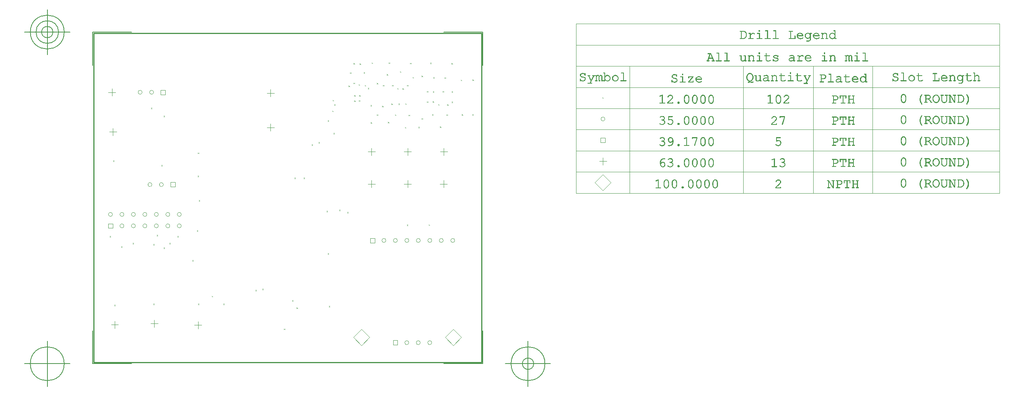
<source format=gbr>
G04 Generated by Ultiboard 14.0 *
%FSLAX24Y24*%
%MOIN*%

%ADD10C,0.0001*%
%ADD11C,0.0039*%
%ADD12C,0.0004*%
%ADD13C,0.0001*%
%ADD14C,0.0100*%
%ADD15C,0.0050*%


G04 ColorRGB 000000 for the following layer *
%LNDrill Symbols-Copper Top-Copper Bottom*%
%LPD*%
G54D11*
X27742Y24120D02*
X27742Y24750D01*
X27427Y24435D02*
X28057Y24435D01*
X27905Y7294D02*
X27905Y7924D01*
X27590Y7609D02*
X28220Y7609D01*
X31028Y7709D02*
X31658Y7709D01*
X31343Y7394D02*
X31343Y8024D01*
X34845Y7579D02*
X35475Y7579D01*
X35160Y7264D02*
X35160Y7894D01*
X53424Y19580D02*
X53424Y20210D01*
X53109Y19895D02*
X53739Y19895D01*
X56248Y19895D02*
X56878Y19895D01*
X56563Y19580D02*
X56563Y20210D01*
X49970Y19895D02*
X50600Y19895D01*
X50285Y19580D02*
X50285Y20210D01*
X50273Y22389D02*
X50273Y23019D01*
X49958Y22704D02*
X50588Y22704D01*
X56266Y22704D02*
X56896Y22704D01*
X56581Y22389D02*
X56581Y23019D01*
X41168Y24818D02*
X41798Y24818D01*
X41483Y24503D02*
X41483Y25133D01*
X27662Y27576D02*
X27662Y28206D01*
X27347Y27891D02*
X27977Y27891D01*
X41486Y27510D02*
X41486Y28140D01*
X41171Y27825D02*
X41801Y27825D01*
X49400Y5793D02*
X50107Y6500D01*
X49400Y7207D01*
X48693Y6500D01*
X49400Y5793D01*
X57400Y5793D02*
X58107Y6500D01*
X57400Y7207D01*
X56693Y6500D01*
X57400Y5793D01*
X53427Y22389D02*
X53427Y23019D01*
X53112Y22704D02*
X53742Y22704D01*
X70444Y19312D02*
X71151Y20020D01*
X70444Y20727D01*
X69737Y20020D01*
X70444Y19312D01*
X70129Y21867D02*
X70759Y21867D01*
X70444Y21552D02*
X70444Y22182D01*
G54D12*
X27758Y21858D02*
X27842Y21942D01*
X27758Y21942D02*
X27842Y21858D01*
X32158Y25842D02*
X32242Y25758D01*
X32158Y25758D02*
X32242Y25842D01*
X31058Y26458D02*
X31142Y26542D01*
X31058Y26542D02*
X31142Y26458D01*
X31958Y21458D02*
X32042Y21542D01*
X31958Y21542D02*
X32042Y21458D01*
X35058Y15842D02*
X35142Y15758D01*
X35058Y15758D02*
X35142Y15842D01*
X31558Y15358D02*
X31642Y15442D01*
X31558Y15442D02*
X31642Y15358D01*
X32658Y14658D02*
X32742Y14742D01*
X32658Y14742D02*
X32742Y14658D01*
X31258Y14558D02*
X31342Y14642D01*
X31258Y14642D02*
X31342Y14558D01*
X29458Y14658D02*
X29542Y14742D01*
X29458Y14742D02*
X29542Y14658D01*
X28458Y14358D02*
X28542Y14442D01*
X28458Y14442D02*
X28542Y14358D01*
X34658Y13158D02*
X34742Y13242D01*
X34658Y13242D02*
X34742Y13158D01*
X32158Y14258D02*
X32242Y14342D01*
X32158Y14342D02*
X32242Y14258D01*
X27858Y9258D02*
X27942Y9342D01*
X27858Y9342D02*
X27942Y9258D01*
X44358Y20442D02*
X44442Y20358D01*
X44358Y20358D02*
X44442Y20442D01*
X43558Y20442D02*
X43642Y20358D01*
X43558Y20358D02*
X43642Y20442D01*
X46458Y25442D02*
X46542Y25358D01*
X46458Y25358D02*
X46542Y25442D01*
X46458Y13842D02*
X46542Y13758D01*
X46458Y13758D02*
X46542Y13842D01*
X45058Y23258D02*
X45142Y23342D01*
X45058Y23342D02*
X45142Y23258D01*
X45658Y23542D02*
X45742Y23458D01*
X45658Y23458D02*
X45742Y23542D01*
X46958Y24258D02*
X47042Y24342D01*
X46958Y24342D02*
X47042Y24258D01*
X46358Y17458D02*
X46442Y17542D01*
X46358Y17542D02*
X46442Y17458D01*
X47458Y17558D02*
X47542Y17642D01*
X47458Y17642D02*
X47542Y17558D01*
X31258Y9442D02*
X31342Y9358D01*
X31258Y9358D02*
X31342Y9442D01*
X35158Y9358D02*
X35242Y9442D01*
X35158Y9442D02*
X35242Y9358D01*
X37358Y9442D02*
X37442Y9358D01*
X37358Y9358D02*
X37442Y9442D01*
X46558Y9158D02*
X46642Y9242D01*
X46558Y9242D02*
X46642Y9158D01*
X48158Y17358D02*
X48242Y17442D01*
X48158Y17442D02*
X48242Y17358D01*
X27458Y15258D02*
X27542Y15342D01*
X27458Y15342D02*
X27542Y15258D01*
X33358Y15258D02*
X33442Y15342D01*
X33358Y15342D02*
X33442Y15258D01*
X53358Y16258D02*
X53442Y16342D01*
X53358Y16342D02*
X53442Y16258D01*
X40158Y10558D02*
X40242Y10642D01*
X40158Y10642D02*
X40242Y10558D01*
X43358Y9658D02*
X43442Y9742D01*
X43358Y9742D02*
X43442Y9658D01*
X40758Y10658D02*
X40842Y10742D01*
X40758Y10742D02*
X40842Y10658D01*
X57184Y14960D02*
G75*
D01*
G02X57184Y14960I175J0*
G01*
X50163Y14764D02*
X50555Y14764D01*
X50555Y15156D01*
X50163Y15156D01*
X50163Y14764D01*
X52184Y14960D02*
G75*
D01*
G02X52184Y14960I175J0*
G01*
X51184Y14960D02*
G75*
D01*
G02X51184Y14960I175J0*
G01*
X53184Y14960D02*
G75*
D01*
G02X53184Y14960I175J0*
G01*
X55184Y14960D02*
G75*
D01*
G02X55184Y14960I175J0*
G01*
X54184Y14960D02*
G75*
D01*
G02X54184Y14960I175J0*
G01*
X56184Y14960D02*
G75*
D01*
G02X56184Y14960I175J0*
G01*
X55258Y16352D02*
X55342Y16268D01*
X55258Y16268D02*
X55342Y16352D01*
X31350Y17234D02*
G75*
D01*
G02X31350Y17234I175J0*
G01*
X33350Y17234D02*
G75*
D01*
G02X33350Y17234I175J0*
G01*
X33350Y16234D02*
G75*
D01*
G02X33350Y16234I175J0*
G01*
X32350Y17234D02*
G75*
D01*
G02X32350Y17234I175J0*
G01*
X28350Y17234D02*
G75*
D01*
G02X28350Y17234I175J0*
G01*
X28350Y16234D02*
G75*
D01*
G02X28350Y16234I175J0*
G01*
X27350Y17234D02*
G75*
D01*
G02X27350Y17234I175J0*
G01*
X27329Y16038D02*
X27721Y16038D01*
X27721Y16430D01*
X27329Y16430D01*
X27329Y16038D01*
X31350Y16234D02*
G75*
D01*
G02X31350Y16234I175J0*
G01*
X30350Y17234D02*
G75*
D01*
G02X30350Y17234I175J0*
G01*
X30350Y16234D02*
G75*
D01*
G02X30350Y16234I175J0*
G01*
X29350Y17234D02*
G75*
D01*
G02X29350Y17234I175J0*
G01*
X29350Y16234D02*
G75*
D01*
G02X29350Y16234I175J0*
G01*
X32350Y16234D02*
G75*
D01*
G02X32350Y16234I175J0*
G01*
X31793Y19838D02*
G75*
D01*
G02X31793Y19838I175J0*
G01*
X32772Y19642D02*
X33164Y19642D01*
X33164Y20033D01*
X32772Y20033D01*
X32772Y19642D01*
X30793Y19838D02*
G75*
D01*
G02X30793Y19838I175J0*
G01*
X30941Y27894D02*
G75*
D01*
G02X30941Y27894I175J0*
G01*
X31920Y27698D02*
X32312Y27698D01*
X32312Y28090D01*
X31920Y28090D01*
X31920Y27698D01*
X29941Y27894D02*
G75*
D01*
G02X29941Y27894I175J0*
G01*
X42638Y7178D02*
X42722Y7262D01*
X42638Y7262D02*
X42722Y7178D01*
X54178Y6040D02*
G75*
D01*
G02X54178Y6040I175J0*
G01*
X53178Y6040D02*
G75*
D01*
G02X53178Y6040I175J0*
G01*
X52157Y5844D02*
X52549Y5844D01*
X52549Y6236D01*
X52157Y6236D01*
X52157Y5844D01*
X55178Y6040D02*
G75*
D01*
G02X55178Y6040I175J0*
G01*
X47028Y26758D02*
X47112Y26842D01*
X47028Y26842D02*
X47112Y26758D01*
X50198Y26782D02*
X50282Y26698D01*
X50198Y26698D02*
X50282Y26782D01*
X51218Y26702D02*
X51302Y26618D01*
X51218Y26618D02*
X51302Y26702D01*
X56088Y26852D02*
X56172Y26768D01*
X56088Y26768D02*
X56172Y26852D01*
X51278Y28532D02*
X51362Y28448D01*
X51278Y28448D02*
X51362Y28532D01*
X52078Y28532D02*
X52162Y28448D01*
X52078Y28448D02*
X52162Y28532D01*
X53378Y28448D02*
X53462Y28532D01*
X53378Y28532D02*
X53462Y28448D01*
X50748Y28628D02*
X50832Y28712D01*
X50748Y28712D02*
X50832Y28628D01*
X54638Y29258D02*
X54722Y29342D01*
X54638Y29342D02*
X54722Y29258D01*
X54648Y25622D02*
X54732Y25538D01*
X54648Y25538D02*
X54732Y25622D01*
X48718Y30442D02*
X48802Y30358D01*
X48718Y30358D02*
X48802Y30442D01*
X48418Y29622D02*
X48502Y29538D01*
X48418Y29538D02*
X48502Y29622D01*
X49248Y30318D02*
X49332Y30402D01*
X49248Y30402D02*
X49332Y30318D01*
X49168Y28508D02*
X49252Y28592D01*
X49168Y28592D02*
X49252Y28508D01*
X49698Y28448D02*
X49782Y28532D01*
X49698Y28532D02*
X49782Y28448D01*
X49588Y29642D02*
X49672Y29558D01*
X49588Y29558D02*
X49672Y29642D01*
X48278Y28388D02*
X48362Y28472D01*
X48278Y28472D02*
X48362Y28388D01*
X48708Y28722D02*
X48792Y28638D01*
X48708Y28638D02*
X48792Y28722D01*
X58148Y25898D02*
X58232Y25982D01*
X58148Y25982D02*
X58232Y25898D01*
X59058Y25888D02*
X59142Y25972D01*
X59058Y25972D02*
X59142Y25888D01*
X58068Y28908D02*
X58152Y28992D01*
X58068Y28992D02*
X58152Y28908D01*
X59078Y28918D02*
X59162Y29002D01*
X59078Y29002D02*
X59162Y28918D01*
X52978Y28158D02*
X53062Y28242D01*
X52978Y28242D02*
X53062Y28158D01*
X52528Y28252D02*
X52612Y28168D01*
X52528Y28168D02*
X52612Y28252D01*
X52628Y26828D02*
X52712Y26912D01*
X52628Y26912D02*
X52712Y26828D01*
X53228Y26838D02*
X53312Y26922D01*
X53228Y26922D02*
X53312Y26838D01*
X52018Y26912D02*
X52102Y26828D01*
X52018Y26828D02*
X52102Y26912D01*
X57258Y26998D02*
X57342Y27082D01*
X57258Y27082D02*
X57342Y26998D01*
X57258Y27888D02*
X57342Y27972D01*
X57258Y27972D02*
X57342Y27888D01*
X56478Y27908D02*
X56562Y27992D01*
X56478Y27992D02*
X56562Y27908D01*
X55628Y27898D02*
X55712Y27982D01*
X55628Y27982D02*
X55712Y27898D01*
X55608Y27018D02*
X55692Y27102D01*
X55608Y27102D02*
X55692Y27018D01*
X55118Y27908D02*
X55202Y27992D01*
X55118Y27992D02*
X55202Y27908D01*
X55118Y27008D02*
X55202Y27092D01*
X55118Y27092D02*
X55202Y27008D01*
X56648Y29192D02*
X56732Y29108D01*
X56648Y29108D02*
X56732Y29192D01*
X55658Y29202D02*
X55742Y29118D01*
X55658Y29118D02*
X55742Y29202D01*
X57238Y30358D02*
X57322Y30442D01*
X57238Y30442D02*
X57322Y30358D01*
X55388Y30482D02*
X55472Y30398D01*
X55388Y30398D02*
X55472Y30482D01*
X53648Y30378D02*
X53732Y30462D01*
X53648Y30462D02*
X53732Y30378D01*
X50298Y30408D02*
X50382Y30492D01*
X50298Y30492D02*
X50382Y30408D01*
X51618Y29398D02*
X51702Y29482D01*
X51618Y29482D02*
X51702Y29398D01*
X52768Y29638D02*
X52852Y29722D01*
X52768Y29722D02*
X52852Y29638D01*
X50738Y25962D02*
X50822Y25878D01*
X50738Y25878D02*
X50822Y25962D01*
X52328Y25868D02*
X52412Y25952D01*
X52328Y25952D02*
X52412Y25868D01*
X53508Y25838D02*
X53592Y25922D01*
X53508Y25922D02*
X53592Y25838D01*
X55558Y25982D02*
X55642Y25898D01*
X55558Y25898D02*
X55642Y25982D01*
X56818Y25878D02*
X56902Y25962D01*
X56818Y25962D02*
X56902Y25878D01*
X56248Y24818D02*
X56332Y24902D01*
X56248Y24902D02*
X56332Y24818D01*
X54358Y24798D02*
X54442Y24882D01*
X54358Y24882D02*
X54442Y24798D01*
X50218Y25272D02*
X50302Y25188D01*
X50218Y25188D02*
X50302Y25272D01*
X46898Y27138D02*
X46982Y27222D01*
X46898Y27222D02*
X46982Y27138D01*
X51778Y30408D02*
X51862Y30492D01*
X51778Y30492D02*
X51862Y30408D01*
X35228Y18398D02*
X35312Y18482D01*
X35228Y18482D02*
X35312Y18398D01*
X56878Y26842D02*
X56962Y26758D01*
X56878Y26758D02*
X56962Y26842D01*
X53868Y29232D02*
X53952Y29148D01*
X53868Y29148D02*
X53952Y29232D01*
X51718Y25302D02*
X51802Y25218D01*
X51718Y25218D02*
X51802Y25302D01*
X53188Y24862D02*
X53272Y24778D01*
X53188Y24778D02*
X53272Y24862D01*
X46858Y26208D02*
X46942Y26292D01*
X46858Y26292D02*
X46942Y26208D01*
X49208Y27558D02*
X49292Y27642D01*
X49208Y27642D02*
X49292Y27558D01*
X49178Y27108D02*
X49262Y27192D01*
X49178Y27192D02*
X49262Y27108D01*
X48778Y27098D02*
X48862Y27182D01*
X48778Y27182D02*
X48862Y27098D01*
X48778Y27642D02*
X48862Y27558D01*
X48778Y27558D02*
X48862Y27642D01*
X43748Y9018D02*
X43832Y9102D01*
X43748Y9102D02*
X43832Y9018D01*
X49958Y28198D02*
X50042Y28282D01*
X49958Y28282D02*
X50042Y28198D01*
X36368Y10122D02*
X36452Y10038D01*
X36368Y10038D02*
X36452Y10122D01*
X35128Y20518D02*
X35212Y20602D01*
X35128Y20602D02*
X35212Y20518D01*
X35138Y22548D02*
X35222Y22632D01*
X35138Y22632D02*
X35222Y22548D01*
X70248Y23518D02*
X70640Y23518D01*
X70640Y23910D01*
X70248Y23910D01*
X70248Y23518D01*
X70269Y25561D02*
G75*
D01*
G02X70269Y25561I175J0*
G01*
X70402Y27451D02*
X70486Y27366D01*
X70402Y27366D02*
X70486Y27451D01*
G54D13*
G36*
X75026Y19563D02*
X75026Y19563D01*
X75026Y19582D01*
X75024Y19573D01*
X75026Y19563D01*
D02*
G37*
X75026Y19582D01*
X75024Y19573D01*
X75026Y19563D01*
G36*
X75026Y19582D02*
X75026Y19582D01*
X75026Y19563D01*
X75032Y19555D01*
X75026Y19582D01*
D02*
G37*
X75026Y19563D01*
X75032Y19555D01*
X75026Y19582D01*
G36*
X75032Y19555D02*
X75032Y19555D01*
X75032Y19590D01*
X75026Y19582D01*
X75032Y19555D01*
D02*
G37*
X75032Y19590D01*
X75026Y19582D01*
X75032Y19555D01*
G36*
X75032Y19590D02*
X75032Y19590D01*
X75032Y19555D01*
X75042Y19550D01*
X75032Y19590D01*
D02*
G37*
X75032Y19555D01*
X75042Y19550D01*
X75032Y19590D01*
G36*
X75042Y19550D02*
X75042Y19550D01*
X75042Y19595D01*
X75032Y19590D01*
X75042Y19550D01*
D02*
G37*
X75042Y19595D01*
X75032Y19590D01*
X75042Y19550D01*
G36*
X75042Y19595D02*
X75042Y19595D01*
X75042Y19550D01*
X75056Y19548D01*
X75042Y19595D01*
D02*
G37*
X75042Y19550D01*
X75056Y19548D01*
X75042Y19595D01*
G36*
X75056Y19548D02*
X75056Y19548D01*
X75056Y19597D01*
X75042Y19595D01*
X75056Y19548D01*
D02*
G37*
X75056Y19597D01*
X75042Y19595D01*
X75056Y19548D01*
G36*
X75056Y19597D02*
X75056Y19597D01*
X75056Y19548D01*
X75437Y19548D01*
X75056Y19597D01*
D02*
G37*
X75056Y19548D01*
X75437Y19548D01*
X75056Y19597D01*
G36*
X75437Y19548D02*
X75437Y19548D01*
X75223Y19597D01*
X75056Y19597D01*
X75437Y19548D01*
D02*
G37*
X75223Y19597D01*
X75056Y19597D01*
X75437Y19548D01*
G36*
X75223Y19597D02*
X75223Y19597D01*
X75437Y19548D01*
X75271Y19597D01*
X75223Y19597D01*
D02*
G37*
X75437Y19548D01*
X75271Y19597D01*
X75223Y19597D01*
G36*
X75271Y19597D02*
X75271Y19597D01*
X75223Y20215D01*
X75223Y19597D01*
X75271Y19597D01*
D02*
G37*
X75223Y20215D01*
X75223Y19597D01*
X75271Y19597D01*
G36*
X75223Y20215D02*
X75223Y20215D01*
X75271Y19597D01*
X75271Y20282D01*
X75223Y20215D01*
D02*
G37*
X75271Y19597D01*
X75271Y20282D01*
X75223Y20215D01*
G36*
X75271Y20282D02*
X75271Y20282D01*
X75065Y20165D01*
X75223Y20215D01*
X75271Y20282D01*
D02*
G37*
X75065Y20165D01*
X75223Y20215D01*
X75271Y20282D01*
G36*
X75065Y20165D02*
X75065Y20165D01*
X75271Y20282D01*
X75055Y20163D01*
X75065Y20165D01*
D02*
G37*
X75271Y20282D01*
X75055Y20163D01*
X75065Y20165D01*
G36*
X75050Y20212D02*
X75050Y20212D01*
X75038Y20207D01*
X75040Y20164D01*
X75050Y20212D01*
D02*
G37*
X75038Y20207D01*
X75040Y20164D01*
X75050Y20212D01*
G36*
X75050Y20212D01*
X75040Y20164D01*
X75048Y20162D01*
X75050Y20212D01*
D02*
G37*
X75040Y20164D01*
X75048Y20162D01*
X75050Y20212D01*
G36*
X75050Y20212D01*
X75048Y20162D01*
X75055Y20163D01*
X75050Y20212D01*
D02*
G37*
X75048Y20162D01*
X75055Y20163D01*
X75050Y20212D01*
G36*
X75050Y20212D01*
X75055Y20163D01*
X75271Y20282D01*
X75050Y20212D01*
D02*
G37*
X75055Y20163D01*
X75271Y20282D01*
X75050Y20212D01*
G36*
X75038Y20207D02*
X75038Y20207D01*
X75032Y20169D01*
X75040Y20164D01*
X75038Y20207D01*
D02*
G37*
X75032Y20169D01*
X75040Y20164D01*
X75038Y20207D01*
G36*
X75032Y20169D02*
X75032Y20169D01*
X75038Y20207D01*
X75031Y20202D01*
X75032Y20169D01*
D02*
G37*
X75038Y20207D01*
X75031Y20202D01*
X75032Y20169D01*
G36*
X75031Y20202D02*
X75031Y20202D01*
X75027Y20177D01*
X75032Y20169D01*
X75031Y20202D01*
D02*
G37*
X75027Y20177D01*
X75032Y20169D01*
X75031Y20202D01*
G36*
X75027Y20177D02*
X75027Y20177D01*
X75031Y20202D01*
X75026Y20195D01*
X75027Y20177D01*
D02*
G37*
X75031Y20202D01*
X75026Y20195D01*
X75027Y20177D01*
G36*
X75026Y20195D02*
X75026Y20195D01*
X75025Y20186D01*
X75027Y20177D01*
X75026Y20195D01*
D02*
G37*
X75025Y20186D01*
X75027Y20177D01*
X75026Y20195D01*
G36*
X75437Y19548D02*
X75437Y19548D01*
X75437Y19597D01*
X75271Y19597D01*
X75437Y19548D01*
D02*
G37*
X75437Y19597D01*
X75271Y19597D01*
X75437Y19548D01*
G36*
X75437Y19597D02*
X75437Y19597D01*
X75437Y19548D01*
X75452Y19550D01*
X75437Y19597D01*
D02*
G37*
X75437Y19548D01*
X75452Y19550D01*
X75437Y19597D01*
G36*
X75452Y19550D02*
X75452Y19550D01*
X75452Y19595D01*
X75437Y19597D01*
X75452Y19550D01*
D02*
G37*
X75452Y19595D01*
X75437Y19597D01*
X75452Y19550D01*
G36*
X75452Y19595D02*
X75452Y19595D01*
X75452Y19550D01*
X75462Y19555D01*
X75452Y19595D01*
D02*
G37*
X75452Y19550D01*
X75462Y19555D01*
X75452Y19595D01*
G36*
X75462Y19555D02*
X75462Y19555D01*
X75462Y19590D01*
X75452Y19595D01*
X75462Y19555D01*
D02*
G37*
X75462Y19590D01*
X75452Y19595D01*
X75462Y19555D01*
G36*
X75462Y19590D02*
X75462Y19590D01*
X75462Y19555D01*
X75468Y19563D01*
X75462Y19590D01*
D02*
G37*
X75462Y19555D01*
X75468Y19563D01*
X75462Y19590D01*
G36*
X75468Y19563D02*
X75468Y19563D01*
X75468Y19582D01*
X75462Y19590D01*
X75468Y19563D01*
D02*
G37*
X75468Y19582D01*
X75462Y19590D01*
X75468Y19563D01*
G36*
X75468Y19582D02*
X75468Y19582D01*
X75468Y19563D01*
X75469Y19573D01*
X75468Y19582D01*
D02*
G37*
X75468Y19563D01*
X75469Y19573D01*
X75468Y19582D01*
G36*
X76175Y20033D02*
X76175Y20033D01*
X76165Y20086D01*
X76174Y19776D01*
X76175Y20033D01*
D02*
G37*
X76165Y20086D01*
X76174Y19776D01*
X76175Y20033D01*
G36*
X76175Y20033D01*
X76174Y19776D01*
X76178Y19850D01*
X76175Y20033D01*
D02*
G37*
X76174Y19776D01*
X76178Y19850D01*
X76175Y20033D01*
G36*
X76175Y20033D01*
X76178Y19850D01*
X76178Y19970D01*
X76175Y20033D01*
D02*
G37*
X76178Y19850D01*
X76178Y19970D01*
X76175Y20033D01*
G36*
X76154Y20123D02*
X76154Y20123D01*
X76174Y19776D01*
X76165Y20086D01*
X76154Y20123D01*
D02*
G37*
X76174Y19776D01*
X76165Y20086D01*
X76154Y20123D01*
G36*
X76174Y19776D02*
X76174Y19776D01*
X76154Y20123D01*
X76137Y20163D01*
X76174Y19776D01*
D02*
G37*
X76154Y20123D01*
X76137Y20163D01*
X76174Y19776D01*
G36*
X76137Y20163D02*
X76137Y20163D01*
X76136Y19652D01*
X76174Y19776D01*
X76137Y20163D01*
D02*
G37*
X76136Y19652D01*
X76174Y19776D01*
X76137Y20163D01*
G36*
X76136Y19652D02*
X76136Y19652D01*
X76137Y20163D01*
X76130Y19964D01*
X76136Y19652D01*
D02*
G37*
X76137Y20163D01*
X76130Y19964D01*
X76136Y19652D01*
G36*
X76130Y19964D02*
X76130Y19964D01*
X76130Y19857D01*
X76136Y19652D01*
X76130Y19964D01*
D02*
G37*
X76130Y19857D01*
X76136Y19652D01*
X76130Y19964D01*
G36*
X76067Y20186D02*
X76067Y20186D01*
X76070Y20252D01*
X76050Y20204D01*
X76067Y20186D01*
D02*
G37*
X76070Y20252D01*
X76050Y20204D01*
X76067Y20186D01*
G36*
X76070Y20252D02*
X76070Y20252D01*
X76067Y20186D01*
X76090Y20144D01*
X76070Y20252D01*
D02*
G37*
X76067Y20186D01*
X76090Y20144D01*
X76070Y20252D01*
G36*
X76090Y20144D02*
X76090Y20144D01*
X76100Y20225D01*
X76070Y20252D01*
X76090Y20144D01*
D02*
G37*
X76100Y20225D01*
X76070Y20252D01*
X76090Y20144D01*
G36*
X76100Y20225D02*
X76100Y20225D01*
X76090Y20144D01*
X76110Y20091D01*
X76100Y20225D01*
D02*
G37*
X76090Y20144D01*
X76110Y20091D01*
X76100Y20225D01*
G36*
X76110Y20091D02*
X76110Y20091D01*
X76118Y20200D01*
X76100Y20225D01*
X76110Y20091D01*
D02*
G37*
X76118Y20200D01*
X76100Y20225D01*
X76110Y20091D01*
G36*
X76118Y20200D02*
X76118Y20200D01*
X76110Y20091D01*
X76125Y20030D01*
X76118Y20200D01*
D02*
G37*
X76110Y20091D01*
X76125Y20030D01*
X76118Y20200D01*
G36*
X76125Y20030D02*
X76125Y20030D01*
X76137Y20163D01*
X76118Y20200D01*
X76125Y20030D01*
D02*
G37*
X76137Y20163D01*
X76118Y20200D01*
X76125Y20030D01*
G36*
X76137Y20163D02*
X76137Y20163D01*
X76125Y20030D01*
X76130Y19964D01*
X76137Y20163D01*
D02*
G37*
X76125Y20030D01*
X76130Y19964D01*
X76137Y20163D01*
G36*
X75994Y20235D02*
X75994Y20235D01*
X75997Y20285D01*
X75956Y20240D01*
X75994Y20235D01*
D02*
G37*
X75997Y20285D01*
X75956Y20240D01*
X75994Y20235D01*
G36*
X75997Y20285D02*
X75997Y20285D01*
X75994Y20235D01*
X76029Y20220D01*
X75997Y20285D01*
D02*
G37*
X75994Y20235D01*
X76029Y20220D01*
X75997Y20285D01*
G36*
X76029Y20220D02*
X76029Y20220D01*
X76036Y20272D01*
X75997Y20285D01*
X76029Y20220D01*
D02*
G37*
X76036Y20272D01*
X75997Y20285D01*
X76029Y20220D01*
G36*
X76036Y20272D02*
X76036Y20272D01*
X76029Y20220D01*
X76050Y20204D01*
X76036Y20272D01*
D02*
G37*
X76029Y20220D01*
X76050Y20204D01*
X76036Y20272D01*
G36*
X76050Y20204D02*
X76050Y20204D01*
X76070Y20252D01*
X76036Y20272D01*
X76050Y20204D01*
D02*
G37*
X76070Y20252D01*
X76036Y20272D01*
X76050Y20204D01*
G36*
X75808Y20114D02*
X75808Y20114D01*
X75808Y20218D01*
X75785Y20017D01*
X75808Y20114D01*
D02*
G37*
X75808Y20218D01*
X75785Y20017D01*
X75808Y20114D01*
G36*
X75808Y20218D02*
X75808Y20218D01*
X75808Y20114D01*
X75828Y20157D01*
X75808Y20218D01*
D02*
G37*
X75808Y20114D01*
X75828Y20157D01*
X75808Y20218D01*
G36*
X75828Y20157D02*
X75828Y20157D01*
X75839Y20249D01*
X75808Y20218D01*
X75828Y20157D01*
D02*
G37*
X75839Y20249D01*
X75808Y20218D01*
X75828Y20157D01*
G36*
X75839Y20249D02*
X75839Y20249D01*
X75828Y20157D01*
X75853Y20194D01*
X75839Y20249D01*
D02*
G37*
X75828Y20157D01*
X75853Y20194D01*
X75839Y20249D01*
G36*
X75853Y20194D02*
X75853Y20194D01*
X75912Y20285D01*
X75839Y20249D01*
X75853Y20194D01*
D02*
G37*
X75912Y20285D01*
X75839Y20249D01*
X75853Y20194D01*
G36*
X75912Y20285D02*
X75912Y20285D01*
X75853Y20194D01*
X75917Y20235D01*
X75912Y20285D01*
D02*
G37*
X75853Y20194D01*
X75917Y20235D01*
X75912Y20285D01*
G36*
X75917Y20235D02*
X75917Y20235D01*
X75955Y20289D01*
X75912Y20285D01*
X75917Y20235D01*
D02*
G37*
X75955Y20289D01*
X75912Y20285D01*
X75917Y20235D01*
G36*
X75955Y20289D02*
X75955Y20289D01*
X75917Y20235D01*
X75956Y20240D01*
X75955Y20289D01*
D02*
G37*
X75917Y20235D01*
X75956Y20240D01*
X75955Y20289D01*
G36*
X75956Y20240D02*
X75956Y20240D01*
X75997Y20285D01*
X75955Y20289D01*
X75956Y20240D01*
D02*
G37*
X75997Y20285D01*
X75955Y20289D01*
X75956Y20240D01*
G36*
X75775Y20168D02*
X75775Y20168D01*
X75738Y20044D01*
X75747Y19734D01*
X75775Y20168D01*
D02*
G37*
X75738Y20044D01*
X75747Y19734D01*
X75775Y20168D01*
G36*
X75775Y20168D01*
X75747Y19734D01*
X75758Y19697D01*
X75775Y20168D01*
D02*
G37*
X75747Y19734D01*
X75758Y19697D01*
X75775Y20168D01*
G36*
X75775Y20168D01*
X75758Y19697D01*
X75775Y19657D01*
X75775Y20168D01*
D02*
G37*
X75758Y19697D01*
X75775Y19657D01*
X75775Y20168D01*
G36*
X75775Y20168D01*
X75775Y19657D01*
X75782Y19857D01*
X75775Y20168D01*
D02*
G37*
X75775Y19657D01*
X75782Y19857D01*
X75775Y20168D01*
G36*
X75775Y20168D01*
X75782Y19857D01*
X75782Y19964D01*
X75775Y20168D01*
D02*
G37*
X75782Y19857D01*
X75782Y19964D01*
X75775Y20168D01*
G36*
X75775Y20168D01*
X75782Y19964D01*
X75785Y20017D01*
X75775Y20168D01*
D02*
G37*
X75782Y19964D01*
X75785Y20017D01*
X75775Y20168D01*
G36*
X75775Y20168D01*
X75785Y20017D01*
X75808Y20218D01*
X75775Y20168D01*
D02*
G37*
X75785Y20017D01*
X75808Y20218D01*
X75775Y20168D01*
G36*
X76127Y19803D02*
X76127Y19803D01*
X76136Y19652D01*
X76130Y19857D01*
X76127Y19803D01*
D02*
G37*
X76136Y19652D01*
X76130Y19857D01*
X76127Y19803D01*
G36*
X76136Y19652D02*
X76136Y19652D01*
X76127Y19803D01*
X76104Y19706D01*
X76136Y19652D01*
D02*
G37*
X76127Y19803D01*
X76104Y19706D01*
X76136Y19652D01*
G36*
X76104Y19706D02*
X76104Y19706D01*
X76104Y19603D01*
X76136Y19652D01*
X76104Y19706D01*
D02*
G37*
X76104Y19603D01*
X76136Y19652D01*
X76104Y19706D01*
G36*
X76104Y19603D02*
X76104Y19603D01*
X76104Y19706D01*
X76084Y19663D01*
X76104Y19603D01*
D02*
G37*
X76104Y19706D01*
X76084Y19663D01*
X76104Y19603D01*
G36*
X76084Y19663D02*
X76084Y19663D01*
X76073Y19571D01*
X76104Y19603D01*
X76084Y19663D01*
D02*
G37*
X76073Y19571D01*
X76104Y19603D01*
X76084Y19663D01*
G36*
X76073Y19571D02*
X76073Y19571D01*
X76084Y19663D01*
X76058Y19626D01*
X76073Y19571D01*
D02*
G37*
X76084Y19663D01*
X76058Y19626D01*
X76073Y19571D01*
G36*
X76058Y19626D02*
X76058Y19626D01*
X75999Y19536D01*
X76073Y19571D01*
X76058Y19626D01*
D02*
G37*
X75999Y19536D01*
X76073Y19571D01*
X76058Y19626D01*
G36*
X75999Y19536D02*
X75999Y19536D01*
X76058Y19626D01*
X75995Y19585D01*
X75999Y19536D01*
D02*
G37*
X76058Y19626D01*
X75995Y19585D01*
X75999Y19536D01*
G36*
X75995Y19585D02*
X75995Y19585D01*
X75957Y19580D01*
X75999Y19536D01*
X75995Y19585D01*
D02*
G37*
X75957Y19580D01*
X75999Y19536D01*
X75995Y19585D01*
G36*
X75957Y19580D02*
X75957Y19580D01*
X75957Y19531D01*
X75999Y19536D01*
X75957Y19580D01*
D02*
G37*
X75957Y19531D01*
X75999Y19536D01*
X75957Y19580D01*
G36*
X75957Y19531D02*
X75957Y19531D01*
X75957Y19580D01*
X75917Y19585D01*
X75957Y19531D01*
D02*
G37*
X75957Y19580D01*
X75917Y19585D01*
X75957Y19531D01*
G36*
X75917Y19585D02*
X75917Y19585D01*
X75915Y19535D01*
X75957Y19531D01*
X75917Y19585D01*
D02*
G37*
X75915Y19535D01*
X75957Y19531D01*
X75917Y19585D01*
G36*
X75915Y19535D02*
X75915Y19535D01*
X75917Y19585D01*
X75882Y19600D01*
X75915Y19535D01*
D02*
G37*
X75917Y19585D01*
X75882Y19600D01*
X75915Y19535D01*
G36*
X75882Y19600D02*
X75882Y19600D01*
X75876Y19548D01*
X75915Y19535D01*
X75882Y19600D01*
D02*
G37*
X75876Y19548D01*
X75915Y19535D01*
X75882Y19600D01*
G36*
X75876Y19548D02*
X75876Y19548D01*
X75882Y19600D01*
X75862Y19616D01*
X75876Y19548D01*
D02*
G37*
X75882Y19600D01*
X75862Y19616D01*
X75876Y19548D01*
G36*
X75862Y19616D02*
X75862Y19616D01*
X75845Y19634D01*
X75876Y19548D01*
X75862Y19616D01*
D02*
G37*
X75845Y19634D01*
X75876Y19548D01*
X75862Y19616D01*
G36*
X75845Y19634D02*
X75845Y19634D01*
X75841Y19569D01*
X75876Y19548D01*
X75845Y19634D01*
D02*
G37*
X75841Y19569D01*
X75876Y19548D01*
X75845Y19634D01*
G36*
X75841Y19569D02*
X75841Y19569D01*
X75845Y19634D01*
X75822Y19676D01*
X75841Y19569D01*
D02*
G37*
X75845Y19634D01*
X75822Y19676D01*
X75841Y19569D01*
G36*
X75822Y19676D02*
X75822Y19676D01*
X75812Y19596D01*
X75841Y19569D01*
X75822Y19676D01*
D02*
G37*
X75812Y19596D01*
X75841Y19569D01*
X75822Y19676D01*
G36*
X75812Y19596D02*
X75812Y19596D01*
X75822Y19676D01*
X75801Y19729D01*
X75812Y19596D01*
D02*
G37*
X75822Y19676D01*
X75801Y19729D01*
X75812Y19596D01*
G36*
X75801Y19729D02*
X75801Y19729D01*
X75794Y19620D01*
X75812Y19596D01*
X75801Y19729D01*
D02*
G37*
X75794Y19620D01*
X75812Y19596D01*
X75801Y19729D01*
G36*
X75794Y19620D02*
X75794Y19620D01*
X75801Y19729D01*
X75787Y19791D01*
X75794Y19620D01*
D02*
G37*
X75801Y19729D01*
X75787Y19791D01*
X75794Y19620D01*
G36*
X75787Y19791D02*
X75787Y19791D01*
X75782Y19857D01*
X75794Y19620D01*
X75787Y19791D01*
D02*
G37*
X75782Y19857D01*
X75794Y19620D01*
X75787Y19791D01*
G36*
X75737Y19788D02*
X75737Y19788D01*
X75747Y19734D01*
X75738Y20044D01*
X75737Y19788D01*
D02*
G37*
X75747Y19734D01*
X75738Y20044D01*
X75737Y19788D01*
G36*
X75737Y19788D01*
X75738Y20044D01*
X75734Y19970D01*
X75737Y19788D01*
D02*
G37*
X75738Y20044D01*
X75734Y19970D01*
X75737Y19788D01*
G36*
X75737Y19788D01*
X75734Y19970D01*
X75734Y19850D01*
X75737Y19788D01*
D02*
G37*
X75734Y19970D01*
X75734Y19850D01*
X75737Y19788D01*
G36*
X75782Y19857D02*
X75782Y19857D01*
X75775Y19657D01*
X75794Y19620D01*
X75782Y19857D01*
D02*
G37*
X75775Y19657D01*
X75794Y19620D01*
X75782Y19857D01*
G36*
X76884Y20033D02*
X76884Y20033D01*
X76874Y20086D01*
X76882Y19776D01*
X76884Y20033D01*
D02*
G37*
X76874Y20086D01*
X76882Y19776D01*
X76884Y20033D01*
G36*
X76884Y20033D01*
X76882Y19776D01*
X76887Y19850D01*
X76884Y20033D01*
D02*
G37*
X76882Y19776D01*
X76887Y19850D01*
X76884Y20033D01*
G36*
X76884Y20033D01*
X76887Y19850D01*
X76887Y19970D01*
X76884Y20033D01*
D02*
G37*
X76887Y19850D01*
X76887Y19970D01*
X76884Y20033D01*
G36*
X76862Y20123D02*
X76862Y20123D01*
X76882Y19776D01*
X76874Y20086D01*
X76862Y20123D01*
D02*
G37*
X76882Y19776D01*
X76874Y20086D01*
X76862Y20123D01*
G36*
X76882Y19776D02*
X76882Y19776D01*
X76862Y20123D01*
X76845Y20163D01*
X76882Y19776D01*
D02*
G37*
X76862Y20123D01*
X76845Y20163D01*
X76882Y19776D01*
G36*
X76845Y20163D02*
X76845Y20163D01*
X76845Y19652D01*
X76882Y19776D01*
X76845Y20163D01*
D02*
G37*
X76845Y19652D01*
X76882Y19776D01*
X76845Y20163D01*
G36*
X76845Y19652D02*
X76845Y19652D01*
X76845Y20163D01*
X76839Y19964D01*
X76845Y19652D01*
D02*
G37*
X76845Y20163D01*
X76839Y19964D01*
X76845Y19652D01*
G36*
X76839Y19964D02*
X76839Y19964D01*
X76839Y19857D01*
X76845Y19652D01*
X76839Y19964D01*
D02*
G37*
X76839Y19857D01*
X76845Y19652D01*
X76839Y19964D01*
G36*
X76776Y20186D02*
X76776Y20186D01*
X76779Y20252D01*
X76759Y20204D01*
X76776Y20186D01*
D02*
G37*
X76779Y20252D01*
X76759Y20204D01*
X76776Y20186D01*
G36*
X76779Y20252D02*
X76779Y20252D01*
X76776Y20186D01*
X76799Y20144D01*
X76779Y20252D01*
D02*
G37*
X76776Y20186D01*
X76799Y20144D01*
X76779Y20252D01*
G36*
X76799Y20144D02*
X76799Y20144D01*
X76809Y20225D01*
X76779Y20252D01*
X76799Y20144D01*
D02*
G37*
X76809Y20225D01*
X76779Y20252D01*
X76799Y20144D01*
G36*
X76809Y20225D02*
X76809Y20225D01*
X76799Y20144D01*
X76819Y20091D01*
X76809Y20225D01*
D02*
G37*
X76799Y20144D01*
X76819Y20091D01*
X76809Y20225D01*
G36*
X76819Y20091D02*
X76819Y20091D01*
X76826Y20200D01*
X76809Y20225D01*
X76819Y20091D01*
D02*
G37*
X76826Y20200D01*
X76809Y20225D01*
X76819Y20091D01*
G36*
X76826Y20200D02*
X76826Y20200D01*
X76819Y20091D01*
X76834Y20030D01*
X76826Y20200D01*
D02*
G37*
X76819Y20091D01*
X76834Y20030D01*
X76826Y20200D01*
G36*
X76834Y20030D02*
X76834Y20030D01*
X76845Y20163D01*
X76826Y20200D01*
X76834Y20030D01*
D02*
G37*
X76845Y20163D01*
X76826Y20200D01*
X76834Y20030D01*
G36*
X76845Y20163D02*
X76845Y20163D01*
X76834Y20030D01*
X76839Y19964D01*
X76845Y20163D01*
D02*
G37*
X76834Y20030D01*
X76839Y19964D01*
X76845Y20163D01*
G36*
X76703Y20235D02*
X76703Y20235D01*
X76706Y20285D01*
X76664Y20240D01*
X76703Y20235D01*
D02*
G37*
X76706Y20285D01*
X76664Y20240D01*
X76703Y20235D01*
G36*
X76706Y20285D02*
X76706Y20285D01*
X76703Y20235D01*
X76738Y20220D01*
X76706Y20285D01*
D02*
G37*
X76703Y20235D01*
X76738Y20220D01*
X76706Y20285D01*
G36*
X76738Y20220D02*
X76738Y20220D01*
X76745Y20272D01*
X76706Y20285D01*
X76738Y20220D01*
D02*
G37*
X76745Y20272D01*
X76706Y20285D01*
X76738Y20220D01*
G36*
X76745Y20272D02*
X76745Y20272D01*
X76738Y20220D01*
X76759Y20204D01*
X76745Y20272D01*
D02*
G37*
X76738Y20220D01*
X76759Y20204D01*
X76745Y20272D01*
G36*
X76759Y20204D02*
X76759Y20204D01*
X76779Y20252D01*
X76745Y20272D01*
X76759Y20204D01*
D02*
G37*
X76779Y20252D01*
X76745Y20272D01*
X76759Y20204D01*
G36*
X76517Y20114D02*
X76517Y20114D01*
X76517Y20218D01*
X76494Y20017D01*
X76517Y20114D01*
D02*
G37*
X76517Y20218D01*
X76494Y20017D01*
X76517Y20114D01*
G36*
X76517Y20218D02*
X76517Y20218D01*
X76517Y20114D01*
X76537Y20157D01*
X76517Y20218D01*
D02*
G37*
X76517Y20114D01*
X76537Y20157D01*
X76517Y20218D01*
G36*
X76537Y20157D02*
X76537Y20157D01*
X76548Y20249D01*
X76517Y20218D01*
X76537Y20157D01*
D02*
G37*
X76548Y20249D01*
X76517Y20218D01*
X76537Y20157D01*
G36*
X76548Y20249D02*
X76548Y20249D01*
X76537Y20157D01*
X76562Y20194D01*
X76548Y20249D01*
D02*
G37*
X76537Y20157D01*
X76562Y20194D01*
X76548Y20249D01*
G36*
X76562Y20194D02*
X76562Y20194D01*
X76621Y20285D01*
X76548Y20249D01*
X76562Y20194D01*
D02*
G37*
X76621Y20285D01*
X76548Y20249D01*
X76562Y20194D01*
G36*
X76621Y20285D02*
X76621Y20285D01*
X76562Y20194D01*
X76626Y20235D01*
X76621Y20285D01*
D02*
G37*
X76562Y20194D01*
X76626Y20235D01*
X76621Y20285D01*
G36*
X76626Y20235D02*
X76626Y20235D01*
X76664Y20289D01*
X76621Y20285D01*
X76626Y20235D01*
D02*
G37*
X76664Y20289D01*
X76621Y20285D01*
X76626Y20235D01*
G36*
X76664Y20289D02*
X76664Y20289D01*
X76626Y20235D01*
X76664Y20240D01*
X76664Y20289D01*
D02*
G37*
X76626Y20235D01*
X76664Y20240D01*
X76664Y20289D01*
G36*
X76664Y20240D02*
X76664Y20240D01*
X76706Y20285D01*
X76664Y20289D01*
X76664Y20240D01*
D02*
G37*
X76706Y20285D01*
X76664Y20289D01*
X76664Y20240D01*
G36*
X76484Y20168D02*
X76484Y20168D01*
X76447Y20044D01*
X76456Y19734D01*
X76484Y20168D01*
D02*
G37*
X76447Y20044D01*
X76456Y19734D01*
X76484Y20168D01*
G36*
X76484Y20168D01*
X76456Y19734D01*
X76467Y19697D01*
X76484Y20168D01*
D02*
G37*
X76456Y19734D01*
X76467Y19697D01*
X76484Y20168D01*
G36*
X76484Y20168D01*
X76467Y19697D01*
X76484Y19657D01*
X76484Y20168D01*
D02*
G37*
X76467Y19697D01*
X76484Y19657D01*
X76484Y20168D01*
G36*
X76484Y20168D01*
X76484Y19657D01*
X76491Y19857D01*
X76484Y20168D01*
D02*
G37*
X76484Y19657D01*
X76491Y19857D01*
X76484Y20168D01*
G36*
X76484Y20168D01*
X76491Y19857D01*
X76491Y19964D01*
X76484Y20168D01*
D02*
G37*
X76491Y19857D01*
X76491Y19964D01*
X76484Y20168D01*
G36*
X76484Y20168D01*
X76491Y19964D01*
X76494Y20017D01*
X76484Y20168D01*
D02*
G37*
X76491Y19964D01*
X76494Y20017D01*
X76484Y20168D01*
G36*
X76484Y20168D01*
X76494Y20017D01*
X76517Y20218D01*
X76484Y20168D01*
D02*
G37*
X76494Y20017D01*
X76517Y20218D01*
X76484Y20168D01*
G36*
X76836Y19803D02*
X76836Y19803D01*
X76845Y19652D01*
X76839Y19857D01*
X76836Y19803D01*
D02*
G37*
X76845Y19652D01*
X76839Y19857D01*
X76836Y19803D01*
G36*
X76845Y19652D02*
X76845Y19652D01*
X76836Y19803D01*
X76813Y19706D01*
X76845Y19652D01*
D02*
G37*
X76836Y19803D01*
X76813Y19706D01*
X76845Y19652D01*
G36*
X76813Y19706D02*
X76813Y19706D01*
X76813Y19603D01*
X76845Y19652D01*
X76813Y19706D01*
D02*
G37*
X76813Y19603D01*
X76845Y19652D01*
X76813Y19706D01*
G36*
X76813Y19603D02*
X76813Y19603D01*
X76813Y19706D01*
X76792Y19663D01*
X76813Y19603D01*
D02*
G37*
X76813Y19706D01*
X76792Y19663D01*
X76813Y19603D01*
G36*
X76792Y19663D02*
X76792Y19663D01*
X76782Y19571D01*
X76813Y19603D01*
X76792Y19663D01*
D02*
G37*
X76782Y19571D01*
X76813Y19603D01*
X76792Y19663D01*
G36*
X76782Y19571D02*
X76782Y19571D01*
X76792Y19663D01*
X76767Y19626D01*
X76782Y19571D01*
D02*
G37*
X76792Y19663D01*
X76767Y19626D01*
X76782Y19571D01*
G36*
X76767Y19626D02*
X76767Y19626D01*
X76708Y19536D01*
X76782Y19571D01*
X76767Y19626D01*
D02*
G37*
X76708Y19536D01*
X76782Y19571D01*
X76767Y19626D01*
G36*
X76708Y19536D02*
X76708Y19536D01*
X76767Y19626D01*
X76704Y19585D01*
X76708Y19536D01*
D02*
G37*
X76767Y19626D01*
X76704Y19585D01*
X76708Y19536D01*
G36*
X76704Y19585D02*
X76704Y19585D01*
X76665Y19580D01*
X76708Y19536D01*
X76704Y19585D01*
D02*
G37*
X76665Y19580D01*
X76708Y19536D01*
X76704Y19585D01*
G36*
X76665Y19580D02*
X76665Y19580D01*
X76665Y19531D01*
X76708Y19536D01*
X76665Y19580D01*
D02*
G37*
X76665Y19531D01*
X76708Y19536D01*
X76665Y19580D01*
G36*
X76665Y19531D02*
X76665Y19531D01*
X76665Y19580D01*
X76626Y19585D01*
X76665Y19531D01*
D02*
G37*
X76665Y19580D01*
X76626Y19585D01*
X76665Y19531D01*
G36*
X76626Y19585D02*
X76626Y19585D01*
X76624Y19535D01*
X76665Y19531D01*
X76626Y19585D01*
D02*
G37*
X76624Y19535D01*
X76665Y19531D01*
X76626Y19585D01*
G36*
X76624Y19535D02*
X76624Y19535D01*
X76626Y19585D01*
X76591Y19600D01*
X76624Y19535D01*
D02*
G37*
X76626Y19585D01*
X76591Y19600D01*
X76624Y19535D01*
G36*
X76591Y19600D02*
X76591Y19600D01*
X76585Y19548D01*
X76624Y19535D01*
X76591Y19600D01*
D02*
G37*
X76585Y19548D01*
X76624Y19535D01*
X76591Y19600D01*
G36*
X76585Y19548D02*
X76585Y19548D01*
X76591Y19600D01*
X76570Y19616D01*
X76585Y19548D01*
D02*
G37*
X76591Y19600D01*
X76570Y19616D01*
X76585Y19548D01*
G36*
X76570Y19616D02*
X76570Y19616D01*
X76554Y19634D01*
X76585Y19548D01*
X76570Y19616D01*
D02*
G37*
X76554Y19634D01*
X76585Y19548D01*
X76570Y19616D01*
G36*
X76554Y19634D02*
X76554Y19634D01*
X76550Y19569D01*
X76585Y19548D01*
X76554Y19634D01*
D02*
G37*
X76550Y19569D01*
X76585Y19548D01*
X76554Y19634D01*
G36*
X76550Y19569D02*
X76550Y19569D01*
X76554Y19634D01*
X76531Y19676D01*
X76550Y19569D01*
D02*
G37*
X76554Y19634D01*
X76531Y19676D01*
X76550Y19569D01*
G36*
X76531Y19676D02*
X76531Y19676D01*
X76521Y19596D01*
X76550Y19569D01*
X76531Y19676D01*
D02*
G37*
X76521Y19596D01*
X76550Y19569D01*
X76531Y19676D01*
G36*
X76521Y19596D02*
X76521Y19596D01*
X76531Y19676D01*
X76510Y19729D01*
X76521Y19596D01*
D02*
G37*
X76531Y19676D01*
X76510Y19729D01*
X76521Y19596D01*
G36*
X76510Y19729D02*
X76510Y19729D01*
X76503Y19620D01*
X76521Y19596D01*
X76510Y19729D01*
D02*
G37*
X76503Y19620D01*
X76521Y19596D01*
X76510Y19729D01*
G36*
X76503Y19620D02*
X76503Y19620D01*
X76510Y19729D01*
X76496Y19791D01*
X76503Y19620D01*
D02*
G37*
X76510Y19729D01*
X76496Y19791D01*
X76503Y19620D01*
G36*
X76496Y19791D02*
X76496Y19791D01*
X76491Y19857D01*
X76503Y19620D01*
X76496Y19791D01*
D02*
G37*
X76491Y19857D01*
X76503Y19620D01*
X76496Y19791D01*
G36*
X76446Y19788D02*
X76446Y19788D01*
X76456Y19734D01*
X76447Y20044D01*
X76446Y19788D01*
D02*
G37*
X76456Y19734D01*
X76447Y20044D01*
X76446Y19788D01*
G36*
X76446Y19788D01*
X76447Y20044D01*
X76442Y19970D01*
X76446Y19788D01*
D02*
G37*
X76447Y20044D01*
X76442Y19970D01*
X76446Y19788D01*
G36*
X76446Y19788D01*
X76442Y19970D01*
X76442Y19850D01*
X76446Y19788D01*
D02*
G37*
X76442Y19970D01*
X76442Y19850D01*
X76446Y19788D01*
G36*
X76491Y19857D02*
X76491Y19857D01*
X76484Y19657D01*
X76503Y19620D01*
X76491Y19857D01*
D02*
G37*
X76484Y19657D01*
X76503Y19620D01*
X76491Y19857D01*
G36*
X77363Y19687D02*
X77363Y19687D01*
X77334Y19682D01*
X77363Y19687D01*
D02*
G37*
X77334Y19682D01*
X77363Y19687D01*
G36*
X77363Y19687D01*
X77334Y19682D01*
X77308Y19665D01*
X77363Y19687D01*
D02*
G37*
X77334Y19682D01*
X77308Y19665D01*
X77363Y19687D01*
G36*
X77363Y19687D01*
X77308Y19665D01*
X77291Y19640D01*
X77363Y19687D01*
D02*
G37*
X77308Y19665D01*
X77291Y19640D01*
X77363Y19687D01*
G36*
X77363Y19687D01*
X77291Y19640D01*
X77285Y19609D01*
X77363Y19687D01*
D02*
G37*
X77291Y19640D01*
X77285Y19609D01*
X77363Y19687D01*
G36*
X77363Y19687D01*
X77285Y19609D01*
X77291Y19579D01*
X77363Y19687D01*
D02*
G37*
X77285Y19609D01*
X77291Y19579D01*
X77363Y19687D01*
G36*
X77363Y19687D01*
X77291Y19579D01*
X77308Y19554D01*
X77363Y19687D01*
D02*
G37*
X77291Y19579D01*
X77308Y19554D01*
X77363Y19687D01*
G36*
X77363Y19687D01*
X77308Y19554D01*
X77333Y19537D01*
X77363Y19687D01*
D02*
G37*
X77308Y19554D01*
X77333Y19537D01*
X77363Y19687D01*
G36*
X77363Y19687D01*
X77333Y19537D01*
X77363Y19531D01*
X77363Y19687D01*
D02*
G37*
X77333Y19537D01*
X77363Y19531D01*
X77363Y19687D01*
G36*
X77363Y19687D01*
X77363Y19531D01*
X77384Y19531D01*
X77363Y19687D01*
D02*
G37*
X77363Y19531D01*
X77384Y19531D01*
X77363Y19687D01*
G36*
X77363Y19687D01*
X77384Y19531D01*
X77414Y19537D01*
X77363Y19687D01*
D02*
G37*
X77384Y19531D01*
X77414Y19537D01*
X77363Y19687D01*
G36*
X77363Y19687D01*
X77414Y19537D01*
X77439Y19554D01*
X77363Y19687D01*
D02*
G37*
X77414Y19537D01*
X77439Y19554D01*
X77363Y19687D01*
G36*
X77363Y19687D01*
X77439Y19554D01*
X77457Y19579D01*
X77363Y19687D01*
D02*
G37*
X77439Y19554D01*
X77457Y19579D01*
X77363Y19687D01*
G36*
X77363Y19687D01*
X77457Y19579D01*
X77463Y19610D01*
X77363Y19687D01*
D02*
G37*
X77457Y19579D01*
X77463Y19610D01*
X77363Y19687D01*
G36*
X77363Y19687D01*
X77463Y19610D01*
X77457Y19639D01*
X77363Y19687D01*
D02*
G37*
X77463Y19610D01*
X77457Y19639D01*
X77363Y19687D01*
G36*
X77363Y19687D01*
X77457Y19639D01*
X77439Y19665D01*
X77363Y19687D01*
D02*
G37*
X77457Y19639D01*
X77439Y19665D01*
X77363Y19687D01*
G36*
X77363Y19687D01*
X77439Y19665D01*
X77414Y19682D01*
X77363Y19687D01*
D02*
G37*
X77439Y19665D01*
X77414Y19682D01*
X77363Y19687D01*
G36*
X77363Y19687D01*
X77414Y19682D01*
X77384Y19687D01*
X77363Y19687D01*
D02*
G37*
X77414Y19682D01*
X77384Y19687D01*
X77363Y19687D01*
G36*
X78301Y20033D02*
X78301Y20033D01*
X78292Y20086D01*
X78300Y19776D01*
X78301Y20033D01*
D02*
G37*
X78292Y20086D01*
X78300Y19776D01*
X78301Y20033D01*
G36*
X78301Y20033D01*
X78300Y19776D01*
X78305Y19850D01*
X78301Y20033D01*
D02*
G37*
X78300Y19776D01*
X78305Y19850D01*
X78301Y20033D01*
G36*
X78301Y20033D01*
X78305Y19850D01*
X78305Y19970D01*
X78301Y20033D01*
D02*
G37*
X78305Y19850D01*
X78305Y19970D01*
X78301Y20033D01*
G36*
X78280Y20123D02*
X78280Y20123D01*
X78300Y19776D01*
X78292Y20086D01*
X78280Y20123D01*
D02*
G37*
X78300Y19776D01*
X78292Y20086D01*
X78280Y20123D01*
G36*
X78300Y19776D02*
X78300Y19776D01*
X78280Y20123D01*
X78263Y20163D01*
X78300Y19776D01*
D02*
G37*
X78280Y20123D01*
X78263Y20163D01*
X78300Y19776D01*
G36*
X78263Y20163D02*
X78263Y20163D01*
X78263Y19652D01*
X78300Y19776D01*
X78263Y20163D01*
D02*
G37*
X78263Y19652D01*
X78300Y19776D01*
X78263Y20163D01*
G36*
X78263Y19652D02*
X78263Y19652D01*
X78263Y20163D01*
X78256Y19964D01*
X78263Y19652D01*
D02*
G37*
X78263Y20163D01*
X78256Y19964D01*
X78263Y19652D01*
G36*
X78256Y19964D02*
X78256Y19964D01*
X78256Y19857D01*
X78263Y19652D01*
X78256Y19964D01*
D02*
G37*
X78256Y19857D01*
X78263Y19652D01*
X78256Y19964D01*
G36*
X78193Y20186D02*
X78193Y20186D01*
X78197Y20252D01*
X78177Y20204D01*
X78193Y20186D01*
D02*
G37*
X78197Y20252D01*
X78177Y20204D01*
X78193Y20186D01*
G36*
X78197Y20252D02*
X78197Y20252D01*
X78193Y20186D01*
X78216Y20144D01*
X78197Y20252D01*
D02*
G37*
X78193Y20186D01*
X78216Y20144D01*
X78197Y20252D01*
G36*
X78216Y20144D02*
X78216Y20144D01*
X78226Y20225D01*
X78197Y20252D01*
X78216Y20144D01*
D02*
G37*
X78226Y20225D01*
X78197Y20252D01*
X78216Y20144D01*
G36*
X78226Y20225D02*
X78226Y20225D01*
X78216Y20144D01*
X78237Y20091D01*
X78226Y20225D01*
D02*
G37*
X78216Y20144D01*
X78237Y20091D01*
X78226Y20225D01*
G36*
X78237Y20091D02*
X78237Y20091D01*
X78244Y20200D01*
X78226Y20225D01*
X78237Y20091D01*
D02*
G37*
X78244Y20200D01*
X78226Y20225D01*
X78237Y20091D01*
G36*
X78244Y20200D02*
X78244Y20200D01*
X78237Y20091D01*
X78251Y20030D01*
X78244Y20200D01*
D02*
G37*
X78237Y20091D01*
X78251Y20030D01*
X78244Y20200D01*
G36*
X78251Y20030D02*
X78251Y20030D01*
X78263Y20163D01*
X78244Y20200D01*
X78251Y20030D01*
D02*
G37*
X78263Y20163D01*
X78244Y20200D01*
X78251Y20030D01*
G36*
X78263Y20163D02*
X78263Y20163D01*
X78251Y20030D01*
X78256Y19964D01*
X78263Y20163D01*
D02*
G37*
X78251Y20030D01*
X78256Y19964D01*
X78263Y20163D01*
G36*
X78121Y20235D02*
X78121Y20235D01*
X78123Y20285D01*
X78082Y20240D01*
X78121Y20235D01*
D02*
G37*
X78123Y20285D01*
X78082Y20240D01*
X78121Y20235D01*
G36*
X78123Y20285D02*
X78123Y20285D01*
X78121Y20235D01*
X78156Y20220D01*
X78123Y20285D01*
D02*
G37*
X78121Y20235D01*
X78156Y20220D01*
X78123Y20285D01*
G36*
X78156Y20220D02*
X78156Y20220D01*
X78162Y20272D01*
X78123Y20285D01*
X78156Y20220D01*
D02*
G37*
X78162Y20272D01*
X78123Y20285D01*
X78156Y20220D01*
G36*
X78162Y20272D02*
X78162Y20272D01*
X78156Y20220D01*
X78177Y20204D01*
X78162Y20272D01*
D02*
G37*
X78156Y20220D01*
X78177Y20204D01*
X78162Y20272D01*
G36*
X78177Y20204D02*
X78177Y20204D01*
X78197Y20252D01*
X78162Y20272D01*
X78177Y20204D01*
D02*
G37*
X78197Y20252D01*
X78162Y20272D01*
X78177Y20204D01*
G36*
X77934Y20114D02*
X77934Y20114D01*
X77934Y20218D01*
X77911Y20017D01*
X77934Y20114D01*
D02*
G37*
X77934Y20218D01*
X77911Y20017D01*
X77934Y20114D01*
G36*
X77934Y20218D02*
X77934Y20218D01*
X77934Y20114D01*
X77954Y20157D01*
X77934Y20218D01*
D02*
G37*
X77934Y20114D01*
X77954Y20157D01*
X77934Y20218D01*
G36*
X77954Y20157D02*
X77954Y20157D01*
X77965Y20249D01*
X77934Y20218D01*
X77954Y20157D01*
D02*
G37*
X77965Y20249D01*
X77934Y20218D01*
X77954Y20157D01*
G36*
X77965Y20249D02*
X77965Y20249D01*
X77954Y20157D01*
X77980Y20194D01*
X77965Y20249D01*
D02*
G37*
X77954Y20157D01*
X77980Y20194D01*
X77965Y20249D01*
G36*
X77980Y20194D02*
X77980Y20194D01*
X78039Y20285D01*
X77965Y20249D01*
X77980Y20194D01*
D02*
G37*
X78039Y20285D01*
X77965Y20249D01*
X77980Y20194D01*
G36*
X78039Y20285D02*
X78039Y20285D01*
X77980Y20194D01*
X78043Y20235D01*
X78039Y20285D01*
D02*
G37*
X77980Y20194D01*
X78043Y20235D01*
X78039Y20285D01*
G36*
X78043Y20235D02*
X78043Y20235D01*
X78081Y20289D01*
X78039Y20285D01*
X78043Y20235D01*
D02*
G37*
X78081Y20289D01*
X78039Y20285D01*
X78043Y20235D01*
G36*
X78081Y20289D02*
X78081Y20289D01*
X78043Y20235D01*
X78082Y20240D01*
X78081Y20289D01*
D02*
G37*
X78043Y20235D01*
X78082Y20240D01*
X78081Y20289D01*
G36*
X78082Y20240D02*
X78082Y20240D01*
X78123Y20285D01*
X78081Y20289D01*
X78082Y20240D01*
D02*
G37*
X78123Y20285D01*
X78081Y20289D01*
X78082Y20240D01*
G36*
X77902Y20168D02*
X77902Y20168D01*
X77865Y20044D01*
X77873Y19734D01*
X77902Y20168D01*
D02*
G37*
X77865Y20044D01*
X77873Y19734D01*
X77902Y20168D01*
G36*
X77902Y20168D01*
X77873Y19734D01*
X77885Y19697D01*
X77902Y20168D01*
D02*
G37*
X77873Y19734D01*
X77885Y19697D01*
X77902Y20168D01*
G36*
X77902Y20168D01*
X77885Y19697D01*
X77902Y19657D01*
X77902Y20168D01*
D02*
G37*
X77885Y19697D01*
X77902Y19657D01*
X77902Y20168D01*
G36*
X77902Y20168D01*
X77902Y19657D01*
X77908Y19857D01*
X77902Y20168D01*
D02*
G37*
X77902Y19657D01*
X77908Y19857D01*
X77902Y20168D01*
G36*
X77902Y20168D01*
X77908Y19857D01*
X77908Y19964D01*
X77902Y20168D01*
D02*
G37*
X77908Y19857D01*
X77908Y19964D01*
X77902Y20168D01*
G36*
X77902Y20168D01*
X77908Y19964D01*
X77911Y20017D01*
X77902Y20168D01*
D02*
G37*
X77908Y19964D01*
X77911Y20017D01*
X77902Y20168D01*
G36*
X77902Y20168D01*
X77911Y20017D01*
X77934Y20218D01*
X77902Y20168D01*
D02*
G37*
X77911Y20017D01*
X77934Y20218D01*
X77902Y20168D01*
G36*
X78253Y19803D02*
X78253Y19803D01*
X78263Y19652D01*
X78256Y19857D01*
X78253Y19803D01*
D02*
G37*
X78263Y19652D01*
X78256Y19857D01*
X78253Y19803D01*
G36*
X78263Y19652D02*
X78263Y19652D01*
X78253Y19803D01*
X78230Y19706D01*
X78263Y19652D01*
D02*
G37*
X78253Y19803D01*
X78230Y19706D01*
X78263Y19652D01*
G36*
X78230Y19706D02*
X78230Y19706D01*
X78230Y19603D01*
X78263Y19652D01*
X78230Y19706D01*
D02*
G37*
X78230Y19603D01*
X78263Y19652D01*
X78230Y19706D01*
G36*
X78230Y19603D02*
X78230Y19603D01*
X78230Y19706D01*
X78210Y19663D01*
X78230Y19603D01*
D02*
G37*
X78230Y19706D01*
X78210Y19663D01*
X78230Y19603D01*
G36*
X78210Y19663D02*
X78210Y19663D01*
X78199Y19571D01*
X78230Y19603D01*
X78210Y19663D01*
D02*
G37*
X78199Y19571D01*
X78230Y19603D01*
X78210Y19663D01*
G36*
X78199Y19571D02*
X78199Y19571D01*
X78210Y19663D01*
X78185Y19626D01*
X78199Y19571D01*
D02*
G37*
X78210Y19663D01*
X78185Y19626D01*
X78199Y19571D01*
G36*
X78185Y19626D02*
X78185Y19626D01*
X78126Y19536D01*
X78199Y19571D01*
X78185Y19626D01*
D02*
G37*
X78126Y19536D01*
X78199Y19571D01*
X78185Y19626D01*
G36*
X78126Y19536D02*
X78126Y19536D01*
X78185Y19626D01*
X78121Y19585D01*
X78126Y19536D01*
D02*
G37*
X78185Y19626D01*
X78121Y19585D01*
X78126Y19536D01*
G36*
X78121Y19585D02*
X78121Y19585D01*
X78083Y19580D01*
X78126Y19536D01*
X78121Y19585D01*
D02*
G37*
X78083Y19580D01*
X78126Y19536D01*
X78121Y19585D01*
G36*
X78083Y19580D02*
X78083Y19580D01*
X78083Y19531D01*
X78126Y19536D01*
X78083Y19580D01*
D02*
G37*
X78083Y19531D01*
X78126Y19536D01*
X78083Y19580D01*
G36*
X78083Y19531D02*
X78083Y19531D01*
X78083Y19580D01*
X78044Y19585D01*
X78083Y19531D01*
D02*
G37*
X78083Y19580D01*
X78044Y19585D01*
X78083Y19531D01*
G36*
X78044Y19585D02*
X78044Y19585D01*
X78042Y19535D01*
X78083Y19531D01*
X78044Y19585D01*
D02*
G37*
X78042Y19535D01*
X78083Y19531D01*
X78044Y19585D01*
G36*
X78042Y19535D02*
X78042Y19535D01*
X78044Y19585D01*
X78009Y19600D01*
X78042Y19535D01*
D02*
G37*
X78044Y19585D01*
X78009Y19600D01*
X78042Y19535D01*
G36*
X78009Y19600D02*
X78009Y19600D01*
X78003Y19548D01*
X78042Y19535D01*
X78009Y19600D01*
D02*
G37*
X78003Y19548D01*
X78042Y19535D01*
X78009Y19600D01*
G36*
X78003Y19548D02*
X78003Y19548D01*
X78009Y19600D01*
X77988Y19616D01*
X78003Y19548D01*
D02*
G37*
X78009Y19600D01*
X77988Y19616D01*
X78003Y19548D01*
G36*
X77988Y19616D02*
X77988Y19616D01*
X77972Y19634D01*
X78003Y19548D01*
X77988Y19616D01*
D02*
G37*
X77972Y19634D01*
X78003Y19548D01*
X77988Y19616D01*
G36*
X77972Y19634D02*
X77972Y19634D01*
X77968Y19569D01*
X78003Y19548D01*
X77972Y19634D01*
D02*
G37*
X77968Y19569D01*
X78003Y19548D01*
X77972Y19634D01*
G36*
X77968Y19569D02*
X77968Y19569D01*
X77972Y19634D01*
X77948Y19676D01*
X77968Y19569D01*
D02*
G37*
X77972Y19634D01*
X77948Y19676D01*
X77968Y19569D01*
G36*
X77948Y19676D02*
X77948Y19676D01*
X77938Y19596D01*
X77968Y19569D01*
X77948Y19676D01*
D02*
G37*
X77938Y19596D01*
X77968Y19569D01*
X77948Y19676D01*
G36*
X77938Y19596D02*
X77938Y19596D01*
X77948Y19676D01*
X77928Y19729D01*
X77938Y19596D01*
D02*
G37*
X77948Y19676D01*
X77928Y19729D01*
X77938Y19596D01*
G36*
X77928Y19729D02*
X77928Y19729D01*
X77921Y19620D01*
X77938Y19596D01*
X77928Y19729D01*
D02*
G37*
X77921Y19620D01*
X77938Y19596D01*
X77928Y19729D01*
G36*
X77921Y19620D02*
X77921Y19620D01*
X77928Y19729D01*
X77913Y19791D01*
X77921Y19620D01*
D02*
G37*
X77928Y19729D01*
X77913Y19791D01*
X77921Y19620D01*
G36*
X77913Y19791D02*
X77913Y19791D01*
X77908Y19857D01*
X77921Y19620D01*
X77913Y19791D01*
D02*
G37*
X77908Y19857D01*
X77921Y19620D01*
X77913Y19791D01*
G36*
X77863Y19788D02*
X77863Y19788D01*
X77873Y19734D01*
X77865Y20044D01*
X77863Y19788D01*
D02*
G37*
X77873Y19734D01*
X77865Y20044D01*
X77863Y19788D01*
G36*
X77863Y19788D01*
X77865Y20044D01*
X77860Y19970D01*
X77863Y19788D01*
D02*
G37*
X77865Y20044D01*
X77860Y19970D01*
X77863Y19788D01*
G36*
X77863Y19788D01*
X77860Y19970D01*
X77860Y19850D01*
X77863Y19788D01*
D02*
G37*
X77860Y19970D01*
X77860Y19850D01*
X77863Y19788D01*
G36*
X77908Y19857D02*
X77908Y19857D01*
X77902Y19657D01*
X77921Y19620D01*
X77908Y19857D01*
D02*
G37*
X77902Y19657D01*
X77921Y19620D01*
X77908Y19857D01*
G36*
X79010Y20033D02*
X79010Y20033D01*
X79001Y20086D01*
X79009Y19776D01*
X79010Y20033D01*
D02*
G37*
X79001Y20086D01*
X79009Y19776D01*
X79010Y20033D01*
G36*
X79010Y20033D01*
X79009Y19776D01*
X79013Y19850D01*
X79010Y20033D01*
D02*
G37*
X79009Y19776D01*
X79013Y19850D01*
X79010Y20033D01*
G36*
X79010Y20033D01*
X79013Y19850D01*
X79013Y19970D01*
X79010Y20033D01*
D02*
G37*
X79013Y19850D01*
X79013Y19970D01*
X79010Y20033D01*
G36*
X78989Y20123D02*
X78989Y20123D01*
X79009Y19776D01*
X79001Y20086D01*
X78989Y20123D01*
D02*
G37*
X79009Y19776D01*
X79001Y20086D01*
X78989Y20123D01*
G36*
X79009Y19776D02*
X79009Y19776D01*
X78989Y20123D01*
X78972Y20163D01*
X79009Y19776D01*
D02*
G37*
X78989Y20123D01*
X78972Y20163D01*
X79009Y19776D01*
G36*
X78972Y20163D02*
X78972Y20163D01*
X78971Y19652D01*
X79009Y19776D01*
X78972Y20163D01*
D02*
G37*
X78971Y19652D01*
X79009Y19776D01*
X78972Y20163D01*
G36*
X78971Y19652D02*
X78971Y19652D01*
X78972Y20163D01*
X78965Y19964D01*
X78971Y19652D01*
D02*
G37*
X78972Y20163D01*
X78965Y19964D01*
X78971Y19652D01*
G36*
X78965Y19964D02*
X78965Y19964D01*
X78965Y19857D01*
X78971Y19652D01*
X78965Y19964D01*
D02*
G37*
X78965Y19857D01*
X78971Y19652D01*
X78965Y19964D01*
G36*
X78902Y20186D02*
X78902Y20186D01*
X78906Y20252D01*
X78885Y20204D01*
X78902Y20186D01*
D02*
G37*
X78906Y20252D01*
X78885Y20204D01*
X78902Y20186D01*
G36*
X78906Y20252D02*
X78906Y20252D01*
X78902Y20186D01*
X78925Y20144D01*
X78906Y20252D01*
D02*
G37*
X78902Y20186D01*
X78925Y20144D01*
X78906Y20252D01*
G36*
X78925Y20144D02*
X78925Y20144D01*
X78935Y20225D01*
X78906Y20252D01*
X78925Y20144D01*
D02*
G37*
X78935Y20225D01*
X78906Y20252D01*
X78925Y20144D01*
G36*
X78935Y20225D02*
X78935Y20225D01*
X78925Y20144D01*
X78946Y20091D01*
X78935Y20225D01*
D02*
G37*
X78925Y20144D01*
X78946Y20091D01*
X78935Y20225D01*
G36*
X78946Y20091D02*
X78946Y20091D01*
X78953Y20200D01*
X78935Y20225D01*
X78946Y20091D01*
D02*
G37*
X78953Y20200D01*
X78935Y20225D01*
X78946Y20091D01*
G36*
X78953Y20200D02*
X78953Y20200D01*
X78946Y20091D01*
X78960Y20030D01*
X78953Y20200D01*
D02*
G37*
X78946Y20091D01*
X78960Y20030D01*
X78953Y20200D01*
G36*
X78960Y20030D02*
X78960Y20030D01*
X78972Y20163D01*
X78953Y20200D01*
X78960Y20030D01*
D02*
G37*
X78972Y20163D01*
X78953Y20200D01*
X78960Y20030D01*
G36*
X78972Y20163D02*
X78972Y20163D01*
X78960Y20030D01*
X78965Y19964D01*
X78972Y20163D01*
D02*
G37*
X78960Y20030D01*
X78965Y19964D01*
X78972Y20163D01*
G36*
X78830Y20235D02*
X78830Y20235D01*
X78832Y20285D01*
X78791Y20240D01*
X78830Y20235D01*
D02*
G37*
X78832Y20285D01*
X78791Y20240D01*
X78830Y20235D01*
G36*
X78832Y20285D02*
X78832Y20285D01*
X78830Y20235D01*
X78864Y20220D01*
X78832Y20285D01*
D02*
G37*
X78830Y20235D01*
X78864Y20220D01*
X78832Y20285D01*
G36*
X78864Y20220D02*
X78864Y20220D01*
X78871Y20272D01*
X78832Y20285D01*
X78864Y20220D01*
D02*
G37*
X78871Y20272D01*
X78832Y20285D01*
X78864Y20220D01*
G36*
X78871Y20272D02*
X78871Y20272D01*
X78864Y20220D01*
X78885Y20204D01*
X78871Y20272D01*
D02*
G37*
X78864Y20220D01*
X78885Y20204D01*
X78871Y20272D01*
G36*
X78885Y20204D02*
X78885Y20204D01*
X78906Y20252D01*
X78871Y20272D01*
X78885Y20204D01*
D02*
G37*
X78906Y20252D01*
X78871Y20272D01*
X78885Y20204D01*
G36*
X78643Y20114D02*
X78643Y20114D01*
X78643Y20218D01*
X78620Y20017D01*
X78643Y20114D01*
D02*
G37*
X78643Y20218D01*
X78620Y20017D01*
X78643Y20114D01*
G36*
X78643Y20218D02*
X78643Y20218D01*
X78643Y20114D01*
X78663Y20157D01*
X78643Y20218D01*
D02*
G37*
X78643Y20114D01*
X78663Y20157D01*
X78643Y20218D01*
G36*
X78663Y20157D02*
X78663Y20157D01*
X78674Y20249D01*
X78643Y20218D01*
X78663Y20157D01*
D02*
G37*
X78674Y20249D01*
X78643Y20218D01*
X78663Y20157D01*
G36*
X78674Y20249D02*
X78674Y20249D01*
X78663Y20157D01*
X78688Y20194D01*
X78674Y20249D01*
D02*
G37*
X78663Y20157D01*
X78688Y20194D01*
X78674Y20249D01*
G36*
X78688Y20194D02*
X78688Y20194D01*
X78748Y20285D01*
X78674Y20249D01*
X78688Y20194D01*
D02*
G37*
X78748Y20285D01*
X78674Y20249D01*
X78688Y20194D01*
G36*
X78748Y20285D02*
X78748Y20285D01*
X78688Y20194D01*
X78752Y20235D01*
X78748Y20285D01*
D02*
G37*
X78688Y20194D01*
X78752Y20235D01*
X78748Y20285D01*
G36*
X78752Y20235D02*
X78752Y20235D01*
X78790Y20289D01*
X78748Y20285D01*
X78752Y20235D01*
D02*
G37*
X78790Y20289D01*
X78748Y20285D01*
X78752Y20235D01*
G36*
X78790Y20289D02*
X78790Y20289D01*
X78752Y20235D01*
X78791Y20240D01*
X78790Y20289D01*
D02*
G37*
X78752Y20235D01*
X78791Y20240D01*
X78790Y20289D01*
G36*
X78791Y20240D02*
X78791Y20240D01*
X78832Y20285D01*
X78790Y20289D01*
X78791Y20240D01*
D02*
G37*
X78832Y20285D01*
X78790Y20289D01*
X78791Y20240D01*
G36*
X78610Y20168D02*
X78610Y20168D01*
X78573Y20044D01*
X78582Y19734D01*
X78610Y20168D01*
D02*
G37*
X78573Y20044D01*
X78582Y19734D01*
X78610Y20168D01*
G36*
X78610Y20168D01*
X78582Y19734D01*
X78593Y19697D01*
X78610Y20168D01*
D02*
G37*
X78582Y19734D01*
X78593Y19697D01*
X78610Y20168D01*
G36*
X78610Y20168D01*
X78593Y19697D01*
X78610Y19657D01*
X78610Y20168D01*
D02*
G37*
X78593Y19697D01*
X78610Y19657D01*
X78610Y20168D01*
G36*
X78610Y20168D01*
X78610Y19657D01*
X78617Y19857D01*
X78610Y20168D01*
D02*
G37*
X78610Y19657D01*
X78617Y19857D01*
X78610Y20168D01*
G36*
X78610Y20168D01*
X78617Y19857D01*
X78617Y19964D01*
X78610Y20168D01*
D02*
G37*
X78617Y19857D01*
X78617Y19964D01*
X78610Y20168D01*
G36*
X78610Y20168D01*
X78617Y19964D01*
X78620Y20017D01*
X78610Y20168D01*
D02*
G37*
X78617Y19964D01*
X78620Y20017D01*
X78610Y20168D01*
G36*
X78610Y20168D01*
X78620Y20017D01*
X78643Y20218D01*
X78610Y20168D01*
D02*
G37*
X78620Y20017D01*
X78643Y20218D01*
X78610Y20168D01*
G36*
X78962Y19803D02*
X78962Y19803D01*
X78971Y19652D01*
X78965Y19857D01*
X78962Y19803D01*
D02*
G37*
X78971Y19652D01*
X78965Y19857D01*
X78962Y19803D01*
G36*
X78971Y19652D02*
X78971Y19652D01*
X78962Y19803D01*
X78939Y19706D01*
X78971Y19652D01*
D02*
G37*
X78962Y19803D01*
X78939Y19706D01*
X78971Y19652D01*
G36*
X78939Y19706D02*
X78939Y19706D01*
X78939Y19603D01*
X78971Y19652D01*
X78939Y19706D01*
D02*
G37*
X78939Y19603D01*
X78971Y19652D01*
X78939Y19706D01*
G36*
X78939Y19603D02*
X78939Y19603D01*
X78939Y19706D01*
X78919Y19663D01*
X78939Y19603D01*
D02*
G37*
X78939Y19706D01*
X78919Y19663D01*
X78939Y19603D01*
G36*
X78919Y19663D02*
X78919Y19663D01*
X78908Y19571D01*
X78939Y19603D01*
X78919Y19663D01*
D02*
G37*
X78908Y19571D01*
X78939Y19603D01*
X78919Y19663D01*
G36*
X78908Y19571D02*
X78908Y19571D01*
X78919Y19663D01*
X78893Y19626D01*
X78908Y19571D01*
D02*
G37*
X78919Y19663D01*
X78893Y19626D01*
X78908Y19571D01*
G36*
X78893Y19626D02*
X78893Y19626D01*
X78834Y19536D01*
X78908Y19571D01*
X78893Y19626D01*
D02*
G37*
X78834Y19536D01*
X78908Y19571D01*
X78893Y19626D01*
G36*
X78834Y19536D02*
X78834Y19536D01*
X78893Y19626D01*
X78830Y19585D01*
X78834Y19536D01*
D02*
G37*
X78893Y19626D01*
X78830Y19585D01*
X78834Y19536D01*
G36*
X78830Y19585D02*
X78830Y19585D01*
X78792Y19580D01*
X78834Y19536D01*
X78830Y19585D01*
D02*
G37*
X78792Y19580D01*
X78834Y19536D01*
X78830Y19585D01*
G36*
X78792Y19580D02*
X78792Y19580D01*
X78792Y19531D01*
X78834Y19536D01*
X78792Y19580D01*
D02*
G37*
X78792Y19531D01*
X78834Y19536D01*
X78792Y19580D01*
G36*
X78792Y19531D02*
X78792Y19531D01*
X78792Y19580D01*
X78752Y19585D01*
X78792Y19531D01*
D02*
G37*
X78792Y19580D01*
X78752Y19585D01*
X78792Y19531D01*
G36*
X78752Y19585D02*
X78752Y19585D01*
X78750Y19535D01*
X78792Y19531D01*
X78752Y19585D01*
D02*
G37*
X78750Y19535D01*
X78792Y19531D01*
X78752Y19585D01*
G36*
X78750Y19535D02*
X78750Y19535D01*
X78752Y19585D01*
X78717Y19600D01*
X78750Y19535D01*
D02*
G37*
X78752Y19585D01*
X78717Y19600D01*
X78750Y19535D01*
G36*
X78717Y19600D02*
X78717Y19600D01*
X78711Y19548D01*
X78750Y19535D01*
X78717Y19600D01*
D02*
G37*
X78711Y19548D01*
X78750Y19535D01*
X78717Y19600D01*
G36*
X78711Y19548D02*
X78711Y19548D01*
X78717Y19600D01*
X78697Y19616D01*
X78711Y19548D01*
D02*
G37*
X78717Y19600D01*
X78697Y19616D01*
X78711Y19548D01*
G36*
X78697Y19616D02*
X78697Y19616D01*
X78681Y19634D01*
X78711Y19548D01*
X78697Y19616D01*
D02*
G37*
X78681Y19634D01*
X78711Y19548D01*
X78697Y19616D01*
G36*
X78681Y19634D02*
X78681Y19634D01*
X78676Y19569D01*
X78711Y19548D01*
X78681Y19634D01*
D02*
G37*
X78676Y19569D01*
X78711Y19548D01*
X78681Y19634D01*
G36*
X78676Y19569D02*
X78676Y19569D01*
X78681Y19634D01*
X78657Y19676D01*
X78676Y19569D01*
D02*
G37*
X78681Y19634D01*
X78657Y19676D01*
X78676Y19569D01*
G36*
X78657Y19676D02*
X78657Y19676D01*
X78647Y19596D01*
X78676Y19569D01*
X78657Y19676D01*
D02*
G37*
X78647Y19596D01*
X78676Y19569D01*
X78657Y19676D01*
G36*
X78647Y19596D02*
X78647Y19596D01*
X78657Y19676D01*
X78636Y19729D01*
X78647Y19596D01*
D02*
G37*
X78657Y19676D01*
X78636Y19729D01*
X78647Y19596D01*
G36*
X78636Y19729D02*
X78636Y19729D01*
X78630Y19620D01*
X78647Y19596D01*
X78636Y19729D01*
D02*
G37*
X78630Y19620D01*
X78647Y19596D01*
X78636Y19729D01*
G36*
X78630Y19620D02*
X78630Y19620D01*
X78636Y19729D01*
X78622Y19791D01*
X78630Y19620D01*
D02*
G37*
X78636Y19729D01*
X78622Y19791D01*
X78630Y19620D01*
G36*
X78622Y19791D02*
X78622Y19791D01*
X78617Y19857D01*
X78630Y19620D01*
X78622Y19791D01*
D02*
G37*
X78617Y19857D01*
X78630Y19620D01*
X78622Y19791D01*
G36*
X78572Y19788D02*
X78572Y19788D01*
X78582Y19734D01*
X78573Y20044D01*
X78572Y19788D01*
D02*
G37*
X78582Y19734D01*
X78573Y20044D01*
X78572Y19788D01*
G36*
X78572Y19788D01*
X78573Y20044D01*
X78569Y19970D01*
X78572Y19788D01*
D02*
G37*
X78573Y20044D01*
X78569Y19970D01*
X78572Y19788D01*
G36*
X78572Y19788D01*
X78569Y19970D01*
X78569Y19850D01*
X78572Y19788D01*
D02*
G37*
X78569Y19970D01*
X78569Y19850D01*
X78572Y19788D01*
G36*
X78617Y19857D02*
X78617Y19857D01*
X78610Y19657D01*
X78630Y19620D01*
X78617Y19857D01*
D02*
G37*
X78610Y19657D01*
X78630Y19620D01*
X78617Y19857D01*
G36*
X79719Y20033D02*
X79719Y20033D01*
X79709Y20086D01*
X79717Y19776D01*
X79719Y20033D01*
D02*
G37*
X79709Y20086D01*
X79717Y19776D01*
X79719Y20033D01*
G36*
X79719Y20033D01*
X79717Y19776D01*
X79722Y19850D01*
X79719Y20033D01*
D02*
G37*
X79717Y19776D01*
X79722Y19850D01*
X79719Y20033D01*
G36*
X79719Y20033D01*
X79722Y19850D01*
X79722Y19970D01*
X79719Y20033D01*
D02*
G37*
X79722Y19850D01*
X79722Y19970D01*
X79719Y20033D01*
G36*
X79698Y20123D02*
X79698Y20123D01*
X79717Y19776D01*
X79709Y20086D01*
X79698Y20123D01*
D02*
G37*
X79717Y19776D01*
X79709Y20086D01*
X79698Y20123D01*
G36*
X79717Y19776D02*
X79717Y19776D01*
X79698Y20123D01*
X79681Y20163D01*
X79717Y19776D01*
D02*
G37*
X79698Y20123D01*
X79681Y20163D01*
X79717Y19776D01*
G36*
X79681Y20163D02*
X79681Y20163D01*
X79680Y19652D01*
X79717Y19776D01*
X79681Y20163D01*
D02*
G37*
X79680Y19652D01*
X79717Y19776D01*
X79681Y20163D01*
G36*
X79680Y19652D02*
X79680Y19652D01*
X79681Y20163D01*
X79674Y19964D01*
X79680Y19652D01*
D02*
G37*
X79681Y20163D01*
X79674Y19964D01*
X79680Y19652D01*
G36*
X79674Y19964D02*
X79674Y19964D01*
X79674Y19857D01*
X79680Y19652D01*
X79674Y19964D01*
D02*
G37*
X79674Y19857D01*
X79680Y19652D01*
X79674Y19964D01*
G36*
X79611Y20186D02*
X79611Y20186D01*
X79614Y20252D01*
X79594Y20204D01*
X79611Y20186D01*
D02*
G37*
X79614Y20252D01*
X79594Y20204D01*
X79611Y20186D01*
G36*
X79614Y20252D02*
X79614Y20252D01*
X79611Y20186D01*
X79634Y20144D01*
X79614Y20252D01*
D02*
G37*
X79611Y20186D01*
X79634Y20144D01*
X79614Y20252D01*
G36*
X79634Y20144D02*
X79634Y20144D01*
X79644Y20225D01*
X79614Y20252D01*
X79634Y20144D01*
D02*
G37*
X79644Y20225D01*
X79614Y20252D01*
X79634Y20144D01*
G36*
X79644Y20225D02*
X79644Y20225D01*
X79634Y20144D01*
X79654Y20091D01*
X79644Y20225D01*
D02*
G37*
X79634Y20144D01*
X79654Y20091D01*
X79644Y20225D01*
G36*
X79654Y20091D02*
X79654Y20091D01*
X79662Y20200D01*
X79644Y20225D01*
X79654Y20091D01*
D02*
G37*
X79662Y20200D01*
X79644Y20225D01*
X79654Y20091D01*
G36*
X79662Y20200D02*
X79662Y20200D01*
X79654Y20091D01*
X79669Y20030D01*
X79662Y20200D01*
D02*
G37*
X79654Y20091D01*
X79669Y20030D01*
X79662Y20200D01*
G36*
X79669Y20030D02*
X79669Y20030D01*
X79681Y20163D01*
X79662Y20200D01*
X79669Y20030D01*
D02*
G37*
X79681Y20163D01*
X79662Y20200D01*
X79669Y20030D01*
G36*
X79681Y20163D02*
X79681Y20163D01*
X79669Y20030D01*
X79674Y19964D01*
X79681Y20163D01*
D02*
G37*
X79669Y20030D01*
X79674Y19964D01*
X79681Y20163D01*
G36*
X79538Y20235D02*
X79538Y20235D01*
X79541Y20285D01*
X79499Y20240D01*
X79538Y20235D01*
D02*
G37*
X79541Y20285D01*
X79499Y20240D01*
X79538Y20235D01*
G36*
X79541Y20285D02*
X79541Y20285D01*
X79538Y20235D01*
X79573Y20220D01*
X79541Y20285D01*
D02*
G37*
X79538Y20235D01*
X79573Y20220D01*
X79541Y20285D01*
G36*
X79573Y20220D02*
X79573Y20220D01*
X79580Y20272D01*
X79541Y20285D01*
X79573Y20220D01*
D02*
G37*
X79580Y20272D01*
X79541Y20285D01*
X79573Y20220D01*
G36*
X79580Y20272D02*
X79580Y20272D01*
X79573Y20220D01*
X79594Y20204D01*
X79580Y20272D01*
D02*
G37*
X79573Y20220D01*
X79594Y20204D01*
X79580Y20272D01*
G36*
X79594Y20204D02*
X79594Y20204D01*
X79614Y20252D01*
X79580Y20272D01*
X79594Y20204D01*
D02*
G37*
X79614Y20252D01*
X79580Y20272D01*
X79594Y20204D01*
G36*
X79352Y20114D02*
X79352Y20114D01*
X79352Y20218D01*
X79329Y20017D01*
X79352Y20114D01*
D02*
G37*
X79352Y20218D01*
X79329Y20017D01*
X79352Y20114D01*
G36*
X79352Y20218D02*
X79352Y20218D01*
X79352Y20114D01*
X79372Y20157D01*
X79352Y20218D01*
D02*
G37*
X79352Y20114D01*
X79372Y20157D01*
X79352Y20218D01*
G36*
X79372Y20157D02*
X79372Y20157D01*
X79383Y20249D01*
X79352Y20218D01*
X79372Y20157D01*
D02*
G37*
X79383Y20249D01*
X79352Y20218D01*
X79372Y20157D01*
G36*
X79383Y20249D02*
X79383Y20249D01*
X79372Y20157D01*
X79397Y20194D01*
X79383Y20249D01*
D02*
G37*
X79372Y20157D01*
X79397Y20194D01*
X79383Y20249D01*
G36*
X79397Y20194D02*
X79397Y20194D01*
X79456Y20285D01*
X79383Y20249D01*
X79397Y20194D01*
D02*
G37*
X79456Y20285D01*
X79383Y20249D01*
X79397Y20194D01*
G36*
X79456Y20285D02*
X79456Y20285D01*
X79397Y20194D01*
X79461Y20235D01*
X79456Y20285D01*
D02*
G37*
X79397Y20194D01*
X79461Y20235D01*
X79456Y20285D01*
G36*
X79461Y20235D02*
X79461Y20235D01*
X79499Y20289D01*
X79456Y20285D01*
X79461Y20235D01*
D02*
G37*
X79499Y20289D01*
X79456Y20285D01*
X79461Y20235D01*
G36*
X79499Y20289D02*
X79499Y20289D01*
X79461Y20235D01*
X79499Y20240D01*
X79499Y20289D01*
D02*
G37*
X79461Y20235D01*
X79499Y20240D01*
X79499Y20289D01*
G36*
X79499Y20240D02*
X79499Y20240D01*
X79541Y20285D01*
X79499Y20289D01*
X79499Y20240D01*
D02*
G37*
X79541Y20285D01*
X79499Y20289D01*
X79499Y20240D01*
G36*
X79319Y20168D02*
X79319Y20168D01*
X79282Y20044D01*
X79291Y19734D01*
X79319Y20168D01*
D02*
G37*
X79282Y20044D01*
X79291Y19734D01*
X79319Y20168D01*
G36*
X79319Y20168D01*
X79291Y19734D01*
X79302Y19697D01*
X79319Y20168D01*
D02*
G37*
X79291Y19734D01*
X79302Y19697D01*
X79319Y20168D01*
G36*
X79319Y20168D01*
X79302Y19697D01*
X79319Y19657D01*
X79319Y20168D01*
D02*
G37*
X79302Y19697D01*
X79319Y19657D01*
X79319Y20168D01*
G36*
X79319Y20168D01*
X79319Y19657D01*
X79326Y19857D01*
X79319Y20168D01*
D02*
G37*
X79319Y19657D01*
X79326Y19857D01*
X79319Y20168D01*
G36*
X79319Y20168D01*
X79326Y19857D01*
X79326Y19964D01*
X79319Y20168D01*
D02*
G37*
X79326Y19857D01*
X79326Y19964D01*
X79319Y20168D01*
G36*
X79319Y20168D01*
X79326Y19964D01*
X79329Y20017D01*
X79319Y20168D01*
D02*
G37*
X79326Y19964D01*
X79329Y20017D01*
X79319Y20168D01*
G36*
X79319Y20168D01*
X79329Y20017D01*
X79352Y20218D01*
X79319Y20168D01*
D02*
G37*
X79329Y20017D01*
X79352Y20218D01*
X79319Y20168D01*
G36*
X79671Y19803D02*
X79671Y19803D01*
X79680Y19652D01*
X79674Y19857D01*
X79671Y19803D01*
D02*
G37*
X79680Y19652D01*
X79674Y19857D01*
X79671Y19803D01*
G36*
X79680Y19652D02*
X79680Y19652D01*
X79671Y19803D01*
X79648Y19706D01*
X79680Y19652D01*
D02*
G37*
X79671Y19803D01*
X79648Y19706D01*
X79680Y19652D01*
G36*
X79648Y19706D02*
X79648Y19706D01*
X79648Y19603D01*
X79680Y19652D01*
X79648Y19706D01*
D02*
G37*
X79648Y19603D01*
X79680Y19652D01*
X79648Y19706D01*
G36*
X79648Y19603D02*
X79648Y19603D01*
X79648Y19706D01*
X79627Y19663D01*
X79648Y19603D01*
D02*
G37*
X79648Y19706D01*
X79627Y19663D01*
X79648Y19603D01*
G36*
X79627Y19663D02*
X79627Y19663D01*
X79617Y19571D01*
X79648Y19603D01*
X79627Y19663D01*
D02*
G37*
X79617Y19571D01*
X79648Y19603D01*
X79627Y19663D01*
G36*
X79617Y19571D02*
X79617Y19571D01*
X79627Y19663D01*
X79602Y19626D01*
X79617Y19571D01*
D02*
G37*
X79627Y19663D01*
X79602Y19626D01*
X79617Y19571D01*
G36*
X79602Y19626D02*
X79602Y19626D01*
X79543Y19536D01*
X79617Y19571D01*
X79602Y19626D01*
D02*
G37*
X79543Y19536D01*
X79617Y19571D01*
X79602Y19626D01*
G36*
X79543Y19536D02*
X79543Y19536D01*
X79602Y19626D01*
X79539Y19585D01*
X79543Y19536D01*
D02*
G37*
X79602Y19626D01*
X79539Y19585D01*
X79543Y19536D01*
G36*
X79539Y19585D02*
X79539Y19585D01*
X79501Y19580D01*
X79543Y19536D01*
X79539Y19585D01*
D02*
G37*
X79501Y19580D01*
X79543Y19536D01*
X79539Y19585D01*
G36*
X79501Y19580D02*
X79501Y19580D01*
X79501Y19531D01*
X79543Y19536D01*
X79501Y19580D01*
D02*
G37*
X79501Y19531D01*
X79543Y19536D01*
X79501Y19580D01*
G36*
X79501Y19531D02*
X79501Y19531D01*
X79501Y19580D01*
X79461Y19585D01*
X79501Y19531D01*
D02*
G37*
X79501Y19580D01*
X79461Y19585D01*
X79501Y19531D01*
G36*
X79461Y19585D02*
X79461Y19585D01*
X79459Y19535D01*
X79501Y19531D01*
X79461Y19585D01*
D02*
G37*
X79459Y19535D01*
X79501Y19531D01*
X79461Y19585D01*
G36*
X79459Y19535D02*
X79459Y19535D01*
X79461Y19585D01*
X79426Y19600D01*
X79459Y19535D01*
D02*
G37*
X79461Y19585D01*
X79426Y19600D01*
X79459Y19535D01*
G36*
X79426Y19600D02*
X79426Y19600D01*
X79420Y19548D01*
X79459Y19535D01*
X79426Y19600D01*
D02*
G37*
X79420Y19548D01*
X79459Y19535D01*
X79426Y19600D01*
G36*
X79420Y19548D02*
X79420Y19548D01*
X79426Y19600D01*
X79405Y19616D01*
X79420Y19548D01*
D02*
G37*
X79426Y19600D01*
X79405Y19616D01*
X79420Y19548D01*
G36*
X79405Y19616D02*
X79405Y19616D01*
X79389Y19634D01*
X79420Y19548D01*
X79405Y19616D01*
D02*
G37*
X79389Y19634D01*
X79420Y19548D01*
X79405Y19616D01*
G36*
X79389Y19634D02*
X79389Y19634D01*
X79385Y19569D01*
X79420Y19548D01*
X79389Y19634D01*
D02*
G37*
X79385Y19569D01*
X79420Y19548D01*
X79389Y19634D01*
G36*
X79385Y19569D02*
X79385Y19569D01*
X79389Y19634D01*
X79366Y19676D01*
X79385Y19569D01*
D02*
G37*
X79389Y19634D01*
X79366Y19676D01*
X79385Y19569D01*
G36*
X79366Y19676D02*
X79366Y19676D01*
X79356Y19596D01*
X79385Y19569D01*
X79366Y19676D01*
D02*
G37*
X79356Y19596D01*
X79385Y19569D01*
X79366Y19676D01*
G36*
X79356Y19596D02*
X79356Y19596D01*
X79366Y19676D01*
X79345Y19729D01*
X79356Y19596D01*
D02*
G37*
X79366Y19676D01*
X79345Y19729D01*
X79356Y19596D01*
G36*
X79345Y19729D02*
X79345Y19729D01*
X79338Y19620D01*
X79356Y19596D01*
X79345Y19729D01*
D02*
G37*
X79338Y19620D01*
X79356Y19596D01*
X79345Y19729D01*
G36*
X79338Y19620D02*
X79338Y19620D01*
X79345Y19729D01*
X79331Y19791D01*
X79338Y19620D01*
D02*
G37*
X79345Y19729D01*
X79331Y19791D01*
X79338Y19620D01*
G36*
X79331Y19791D02*
X79331Y19791D01*
X79326Y19857D01*
X79338Y19620D01*
X79331Y19791D01*
D02*
G37*
X79326Y19857D01*
X79338Y19620D01*
X79331Y19791D01*
G36*
X79281Y19788D02*
X79281Y19788D01*
X79291Y19734D01*
X79282Y20044D01*
X79281Y19788D01*
D02*
G37*
X79291Y19734D01*
X79282Y20044D01*
X79281Y19788D01*
G36*
X79281Y19788D01*
X79282Y20044D01*
X79277Y19970D01*
X79281Y19788D01*
D02*
G37*
X79282Y20044D01*
X79277Y19970D01*
X79281Y19788D01*
G36*
X79281Y19788D01*
X79277Y19970D01*
X79277Y19850D01*
X79281Y19788D01*
D02*
G37*
X79277Y19970D01*
X79277Y19850D01*
X79281Y19788D01*
G36*
X79326Y19857D02*
X79326Y19857D01*
X79319Y19657D01*
X79338Y19620D01*
X79326Y19857D01*
D02*
G37*
X79319Y19657D01*
X79338Y19620D01*
X79326Y19857D01*
G36*
X80428Y20033D02*
X80428Y20033D01*
X80418Y20086D01*
X80426Y19776D01*
X80428Y20033D01*
D02*
G37*
X80418Y20086D01*
X80426Y19776D01*
X80428Y20033D01*
G36*
X80428Y20033D01*
X80426Y19776D01*
X80431Y19850D01*
X80428Y20033D01*
D02*
G37*
X80426Y19776D01*
X80431Y19850D01*
X80428Y20033D01*
G36*
X80428Y20033D01*
X80431Y19850D01*
X80431Y19970D01*
X80428Y20033D01*
D02*
G37*
X80431Y19850D01*
X80431Y19970D01*
X80428Y20033D01*
G36*
X80406Y20123D02*
X80406Y20123D01*
X80426Y19776D01*
X80418Y20086D01*
X80406Y20123D01*
D02*
G37*
X80426Y19776D01*
X80418Y20086D01*
X80406Y20123D01*
G36*
X80426Y19776D02*
X80426Y19776D01*
X80406Y20123D01*
X80389Y20163D01*
X80426Y19776D01*
D02*
G37*
X80406Y20123D01*
X80389Y20163D01*
X80426Y19776D01*
G36*
X80389Y20163D02*
X80389Y20163D01*
X80389Y19652D01*
X80426Y19776D01*
X80389Y20163D01*
D02*
G37*
X80389Y19652D01*
X80426Y19776D01*
X80389Y20163D01*
G36*
X80389Y19652D02*
X80389Y19652D01*
X80389Y20163D01*
X80382Y19964D01*
X80389Y19652D01*
D02*
G37*
X80389Y20163D01*
X80382Y19964D01*
X80389Y19652D01*
G36*
X80382Y19964D02*
X80382Y19964D01*
X80382Y19857D01*
X80389Y19652D01*
X80382Y19964D01*
D02*
G37*
X80382Y19857D01*
X80389Y19652D01*
X80382Y19964D01*
G36*
X80320Y20186D02*
X80320Y20186D01*
X80323Y20252D01*
X80303Y20204D01*
X80320Y20186D01*
D02*
G37*
X80323Y20252D01*
X80303Y20204D01*
X80320Y20186D01*
G36*
X80323Y20252D02*
X80323Y20252D01*
X80320Y20186D01*
X80343Y20144D01*
X80323Y20252D01*
D02*
G37*
X80320Y20186D01*
X80343Y20144D01*
X80323Y20252D01*
G36*
X80343Y20144D02*
X80343Y20144D01*
X80352Y20225D01*
X80323Y20252D01*
X80343Y20144D01*
D02*
G37*
X80352Y20225D01*
X80323Y20252D01*
X80343Y20144D01*
G36*
X80352Y20225D02*
X80352Y20225D01*
X80343Y20144D01*
X80363Y20091D01*
X80352Y20225D01*
D02*
G37*
X80343Y20144D01*
X80363Y20091D01*
X80352Y20225D01*
G36*
X80363Y20091D02*
X80363Y20091D01*
X80370Y20200D01*
X80352Y20225D01*
X80363Y20091D01*
D02*
G37*
X80370Y20200D01*
X80352Y20225D01*
X80363Y20091D01*
G36*
X80370Y20200D02*
X80370Y20200D01*
X80363Y20091D01*
X80378Y20030D01*
X80370Y20200D01*
D02*
G37*
X80363Y20091D01*
X80378Y20030D01*
X80370Y20200D01*
G36*
X80378Y20030D02*
X80378Y20030D01*
X80389Y20163D01*
X80370Y20200D01*
X80378Y20030D01*
D02*
G37*
X80389Y20163D01*
X80370Y20200D01*
X80378Y20030D01*
G36*
X80389Y20163D02*
X80389Y20163D01*
X80378Y20030D01*
X80382Y19964D01*
X80389Y20163D01*
D02*
G37*
X80378Y20030D01*
X80382Y19964D01*
X80389Y20163D01*
G36*
X80247Y20235D02*
X80247Y20235D01*
X80249Y20285D01*
X80208Y20240D01*
X80247Y20235D01*
D02*
G37*
X80249Y20285D01*
X80208Y20240D01*
X80247Y20235D01*
G36*
X80249Y20285D02*
X80249Y20285D01*
X80247Y20235D01*
X80282Y20220D01*
X80249Y20285D01*
D02*
G37*
X80247Y20235D01*
X80282Y20220D01*
X80249Y20285D01*
G36*
X80282Y20220D02*
X80282Y20220D01*
X80288Y20272D01*
X80249Y20285D01*
X80282Y20220D01*
D02*
G37*
X80288Y20272D01*
X80249Y20285D01*
X80282Y20220D01*
G36*
X80288Y20272D02*
X80288Y20272D01*
X80282Y20220D01*
X80303Y20204D01*
X80288Y20272D01*
D02*
G37*
X80282Y20220D01*
X80303Y20204D01*
X80288Y20272D01*
G36*
X80303Y20204D02*
X80303Y20204D01*
X80323Y20252D01*
X80288Y20272D01*
X80303Y20204D01*
D02*
G37*
X80323Y20252D01*
X80288Y20272D01*
X80303Y20204D01*
G36*
X80061Y20114D02*
X80061Y20114D01*
X80061Y20218D01*
X80038Y20017D01*
X80061Y20114D01*
D02*
G37*
X80061Y20218D01*
X80038Y20017D01*
X80061Y20114D01*
G36*
X80061Y20218D02*
X80061Y20218D01*
X80061Y20114D01*
X80081Y20157D01*
X80061Y20218D01*
D02*
G37*
X80061Y20114D01*
X80081Y20157D01*
X80061Y20218D01*
G36*
X80081Y20157D02*
X80081Y20157D01*
X80092Y20249D01*
X80061Y20218D01*
X80081Y20157D01*
D02*
G37*
X80092Y20249D01*
X80061Y20218D01*
X80081Y20157D01*
G36*
X80092Y20249D02*
X80092Y20249D01*
X80081Y20157D01*
X80106Y20194D01*
X80092Y20249D01*
D02*
G37*
X80081Y20157D01*
X80106Y20194D01*
X80092Y20249D01*
G36*
X80106Y20194D02*
X80106Y20194D01*
X80165Y20285D01*
X80092Y20249D01*
X80106Y20194D01*
D02*
G37*
X80165Y20285D01*
X80092Y20249D01*
X80106Y20194D01*
G36*
X80165Y20285D02*
X80165Y20285D01*
X80106Y20194D01*
X80170Y20235D01*
X80165Y20285D01*
D02*
G37*
X80106Y20194D01*
X80170Y20235D01*
X80165Y20285D01*
G36*
X80170Y20235D02*
X80170Y20235D01*
X80208Y20289D01*
X80165Y20285D01*
X80170Y20235D01*
D02*
G37*
X80208Y20289D01*
X80165Y20285D01*
X80170Y20235D01*
G36*
X80208Y20289D02*
X80208Y20289D01*
X80170Y20235D01*
X80208Y20240D01*
X80208Y20289D01*
D02*
G37*
X80170Y20235D01*
X80208Y20240D01*
X80208Y20289D01*
G36*
X80208Y20240D02*
X80208Y20240D01*
X80249Y20285D01*
X80208Y20289D01*
X80208Y20240D01*
D02*
G37*
X80249Y20285D01*
X80208Y20289D01*
X80208Y20240D01*
G36*
X80028Y20168D02*
X80028Y20168D01*
X79991Y20044D01*
X79999Y19734D01*
X80028Y20168D01*
D02*
G37*
X79991Y20044D01*
X79999Y19734D01*
X80028Y20168D01*
G36*
X80028Y20168D01*
X79999Y19734D01*
X80011Y19697D01*
X80028Y20168D01*
D02*
G37*
X79999Y19734D01*
X80011Y19697D01*
X80028Y20168D01*
G36*
X80028Y20168D01*
X80011Y19697D01*
X80028Y19657D01*
X80028Y20168D01*
D02*
G37*
X80011Y19697D01*
X80028Y19657D01*
X80028Y20168D01*
G36*
X80028Y20168D01*
X80028Y19657D01*
X80035Y19857D01*
X80028Y20168D01*
D02*
G37*
X80028Y19657D01*
X80035Y19857D01*
X80028Y20168D01*
G36*
X80028Y20168D01*
X80035Y19857D01*
X80035Y19964D01*
X80028Y20168D01*
D02*
G37*
X80035Y19857D01*
X80035Y19964D01*
X80028Y20168D01*
G36*
X80028Y20168D01*
X80035Y19964D01*
X80038Y20017D01*
X80028Y20168D01*
D02*
G37*
X80035Y19964D01*
X80038Y20017D01*
X80028Y20168D01*
G36*
X80028Y20168D01*
X80038Y20017D01*
X80061Y20218D01*
X80028Y20168D01*
D02*
G37*
X80038Y20017D01*
X80061Y20218D01*
X80028Y20168D01*
G36*
X80380Y19803D02*
X80380Y19803D01*
X80389Y19652D01*
X80382Y19857D01*
X80380Y19803D01*
D02*
G37*
X80389Y19652D01*
X80382Y19857D01*
X80380Y19803D01*
G36*
X80389Y19652D02*
X80389Y19652D01*
X80380Y19803D01*
X80356Y19706D01*
X80389Y19652D01*
D02*
G37*
X80380Y19803D01*
X80356Y19706D01*
X80389Y19652D01*
G36*
X80356Y19706D02*
X80356Y19706D01*
X80356Y19603D01*
X80389Y19652D01*
X80356Y19706D01*
D02*
G37*
X80356Y19603D01*
X80389Y19652D01*
X80356Y19706D01*
G36*
X80356Y19603D02*
X80356Y19603D01*
X80356Y19706D01*
X80336Y19663D01*
X80356Y19603D01*
D02*
G37*
X80356Y19706D01*
X80336Y19663D01*
X80356Y19603D01*
G36*
X80336Y19663D02*
X80336Y19663D01*
X80325Y19571D01*
X80356Y19603D01*
X80336Y19663D01*
D02*
G37*
X80325Y19571D01*
X80356Y19603D01*
X80336Y19663D01*
G36*
X80325Y19571D02*
X80325Y19571D01*
X80336Y19663D01*
X80311Y19626D01*
X80325Y19571D01*
D02*
G37*
X80336Y19663D01*
X80311Y19626D01*
X80325Y19571D01*
G36*
X80311Y19626D02*
X80311Y19626D01*
X80252Y19536D01*
X80325Y19571D01*
X80311Y19626D01*
D02*
G37*
X80252Y19536D01*
X80325Y19571D01*
X80311Y19626D01*
G36*
X80252Y19536D02*
X80252Y19536D01*
X80311Y19626D01*
X80248Y19585D01*
X80252Y19536D01*
D02*
G37*
X80311Y19626D01*
X80248Y19585D01*
X80252Y19536D01*
G36*
X80248Y19585D02*
X80248Y19585D01*
X80209Y19580D01*
X80252Y19536D01*
X80248Y19585D01*
D02*
G37*
X80209Y19580D01*
X80252Y19536D01*
X80248Y19585D01*
G36*
X80209Y19580D02*
X80209Y19580D01*
X80209Y19531D01*
X80252Y19536D01*
X80209Y19580D01*
D02*
G37*
X80209Y19531D01*
X80252Y19536D01*
X80209Y19580D01*
G36*
X80209Y19531D02*
X80209Y19531D01*
X80209Y19580D01*
X80170Y19585D01*
X80209Y19531D01*
D02*
G37*
X80209Y19580D01*
X80170Y19585D01*
X80209Y19531D01*
G36*
X80170Y19585D02*
X80170Y19585D01*
X80168Y19535D01*
X80209Y19531D01*
X80170Y19585D01*
D02*
G37*
X80168Y19535D01*
X80209Y19531D01*
X80170Y19585D01*
G36*
X80168Y19535D02*
X80168Y19535D01*
X80170Y19585D01*
X80135Y19600D01*
X80168Y19535D01*
D02*
G37*
X80170Y19585D01*
X80135Y19600D01*
X80168Y19535D01*
G36*
X80135Y19600D02*
X80135Y19600D01*
X80129Y19548D01*
X80168Y19535D01*
X80135Y19600D01*
D02*
G37*
X80129Y19548D01*
X80168Y19535D01*
X80135Y19600D01*
G36*
X80129Y19548D02*
X80129Y19548D01*
X80135Y19600D01*
X80114Y19616D01*
X80129Y19548D01*
D02*
G37*
X80135Y19600D01*
X80114Y19616D01*
X80129Y19548D01*
G36*
X80114Y19616D02*
X80114Y19616D01*
X80098Y19634D01*
X80129Y19548D01*
X80114Y19616D01*
D02*
G37*
X80098Y19634D01*
X80129Y19548D01*
X80114Y19616D01*
G36*
X80098Y19634D02*
X80098Y19634D01*
X80094Y19569D01*
X80129Y19548D01*
X80098Y19634D01*
D02*
G37*
X80094Y19569D01*
X80129Y19548D01*
X80098Y19634D01*
G36*
X80094Y19569D02*
X80094Y19569D01*
X80098Y19634D01*
X80075Y19676D01*
X80094Y19569D01*
D02*
G37*
X80098Y19634D01*
X80075Y19676D01*
X80094Y19569D01*
G36*
X80075Y19676D02*
X80075Y19676D01*
X80065Y19596D01*
X80094Y19569D01*
X80075Y19676D01*
D02*
G37*
X80065Y19596D01*
X80094Y19569D01*
X80075Y19676D01*
G36*
X80065Y19596D02*
X80065Y19596D01*
X80075Y19676D01*
X80054Y19729D01*
X80065Y19596D01*
D02*
G37*
X80075Y19676D01*
X80054Y19729D01*
X80065Y19596D01*
G36*
X80054Y19729D02*
X80054Y19729D01*
X80047Y19620D01*
X80065Y19596D01*
X80054Y19729D01*
D02*
G37*
X80047Y19620D01*
X80065Y19596D01*
X80054Y19729D01*
G36*
X80047Y19620D02*
X80047Y19620D01*
X80054Y19729D01*
X80039Y19791D01*
X80047Y19620D01*
D02*
G37*
X80054Y19729D01*
X80039Y19791D01*
X80047Y19620D01*
G36*
X80039Y19791D02*
X80039Y19791D01*
X80035Y19857D01*
X80047Y19620D01*
X80039Y19791D01*
D02*
G37*
X80035Y19857D01*
X80047Y19620D01*
X80039Y19791D01*
G36*
X79990Y19788D02*
X79990Y19788D01*
X79999Y19734D01*
X79991Y20044D01*
X79990Y19788D01*
D02*
G37*
X79999Y19734D01*
X79991Y20044D01*
X79990Y19788D01*
G36*
X79990Y19788D01*
X79991Y20044D01*
X79986Y19970D01*
X79990Y19788D01*
D02*
G37*
X79991Y20044D01*
X79986Y19970D01*
X79990Y19788D01*
G36*
X79990Y19788D01*
X79986Y19970D01*
X79986Y19850D01*
X79990Y19788D01*
D02*
G37*
X79986Y19970D01*
X79986Y19850D01*
X79990Y19788D01*
G36*
X80035Y19857D02*
X80035Y19857D01*
X80028Y19657D01*
X80047Y19620D01*
X80035Y19857D01*
D02*
G37*
X80028Y19657D01*
X80047Y19620D01*
X80035Y19857D01*
G36*
X85933Y19540D02*
X85933Y19540D01*
X85933Y19607D01*
X85931Y19622D01*
X85933Y19540D01*
D02*
G37*
X85933Y19607D01*
X85931Y19622D01*
X85933Y19540D01*
G36*
X85933Y19540D01*
X85931Y19622D01*
X85926Y19632D01*
X85933Y19540D01*
D02*
G37*
X85931Y19622D01*
X85926Y19632D01*
X85933Y19540D01*
G36*
X85933Y19540D01*
X85926Y19632D01*
X85918Y19638D01*
X85933Y19540D01*
D02*
G37*
X85926Y19632D01*
X85918Y19638D01*
X85933Y19540D01*
G36*
X85933Y19540D01*
X85918Y19638D01*
X85909Y19640D01*
X85933Y19540D01*
D02*
G37*
X85918Y19638D01*
X85909Y19640D01*
X85933Y19540D01*
G36*
X85933Y19540D01*
X85909Y19640D01*
X85899Y19638D01*
X85933Y19540D01*
D02*
G37*
X85909Y19640D01*
X85899Y19638D01*
X85933Y19540D01*
G36*
X85933Y19540D01*
X85899Y19638D01*
X85891Y19632D01*
X85933Y19540D01*
D02*
G37*
X85899Y19638D01*
X85891Y19632D01*
X85933Y19540D01*
G36*
X85933Y19540D01*
X85891Y19632D01*
X85886Y19622D01*
X85933Y19540D01*
D02*
G37*
X85891Y19632D01*
X85886Y19622D01*
X85933Y19540D01*
G36*
X85933Y19540D01*
X85886Y19622D01*
X85884Y19607D01*
X85933Y19540D01*
D02*
G37*
X85886Y19622D01*
X85884Y19607D01*
X85933Y19540D01*
G36*
X85933Y19540D01*
X85884Y19607D01*
X85884Y19588D01*
X85933Y19540D01*
D02*
G37*
X85884Y19607D01*
X85884Y19588D01*
X85933Y19540D01*
G36*
X85933Y19540D01*
X85884Y19588D01*
X85512Y19588D01*
X85933Y19540D01*
D02*
G37*
X85884Y19588D01*
X85512Y19588D01*
X85933Y19540D01*
G36*
X85933Y19540D01*
X85512Y19588D01*
X85465Y19540D01*
X85933Y19540D01*
D02*
G37*
X85512Y19588D01*
X85465Y19540D01*
X85933Y19540D01*
G36*
X85841Y19975D02*
X85841Y19975D01*
X85847Y19911D01*
X85862Y20003D01*
X85841Y19975D01*
D02*
G37*
X85847Y19911D01*
X85862Y20003D01*
X85841Y19975D01*
G36*
X85847Y19911D02*
X85847Y19911D01*
X85841Y19975D01*
X85807Y19937D01*
X85847Y19911D01*
D02*
G37*
X85841Y19975D01*
X85807Y19937D01*
X85847Y19911D01*
G36*
X85807Y19937D02*
X85807Y19937D01*
X85790Y19853D01*
X85847Y19911D01*
X85807Y19937D01*
D02*
G37*
X85790Y19853D01*
X85847Y19911D01*
X85807Y19937D01*
G36*
X85790Y19853D02*
X85790Y19853D01*
X85807Y19937D01*
X85752Y19881D01*
X85790Y19853D01*
D02*
G37*
X85807Y19937D01*
X85752Y19881D01*
X85790Y19853D01*
G36*
X85752Y19881D02*
X85752Y19881D01*
X85635Y19703D01*
X85790Y19853D01*
X85752Y19881D01*
D02*
G37*
X85635Y19703D01*
X85790Y19853D01*
X85752Y19881D01*
G36*
X85635Y19703D02*
X85635Y19703D01*
X85752Y19881D01*
X85610Y19745D01*
X85635Y19703D01*
D02*
G37*
X85752Y19881D01*
X85610Y19745D01*
X85635Y19703D01*
G36*
X85610Y19745D02*
X85610Y19745D01*
X85512Y19592D01*
X85635Y19703D01*
X85610Y19745D01*
D02*
G37*
X85512Y19592D01*
X85635Y19703D01*
X85610Y19745D01*
G36*
X85512Y19592D02*
X85512Y19592D01*
X85610Y19745D01*
X85465Y19611D01*
X85512Y19592D01*
D02*
G37*
X85610Y19745D01*
X85465Y19611D01*
X85512Y19592D01*
G36*
X85465Y19611D02*
X85465Y19611D01*
X85512Y19588D01*
X85512Y19592D01*
X85465Y19611D01*
D02*
G37*
X85512Y19588D01*
X85512Y19592D01*
X85465Y19611D01*
G36*
X85512Y19588D02*
X85512Y19588D01*
X85465Y19611D01*
X85465Y19540D01*
X85512Y19588D01*
D02*
G37*
X85465Y19611D01*
X85465Y19540D01*
X85512Y19588D01*
G36*
X85928Y20114D02*
X85928Y20114D01*
X85896Y20185D01*
X85907Y19985D01*
X85928Y20114D01*
D02*
G37*
X85896Y20185D01*
X85907Y19985D01*
X85928Y20114D01*
G36*
X85928Y20114D01*
X85907Y19985D01*
X85921Y20014D01*
X85928Y20114D01*
D02*
G37*
X85907Y19985D01*
X85921Y20014D01*
X85928Y20114D01*
G36*
X85928Y20114D01*
X85921Y20014D01*
X85930Y20043D01*
X85928Y20114D01*
D02*
G37*
X85921Y20014D01*
X85930Y20043D01*
X85928Y20114D01*
G36*
X85928Y20114D01*
X85930Y20043D01*
X85932Y20075D01*
X85928Y20114D01*
D02*
G37*
X85930Y20043D01*
X85932Y20075D01*
X85928Y20114D01*
G36*
X85884Y19953D02*
X85884Y19953D01*
X85907Y19985D01*
X85896Y20185D01*
X85884Y19953D01*
D02*
G37*
X85907Y19985D01*
X85896Y20185D01*
X85884Y19953D01*
G36*
X85884Y19953D01*
X85896Y20185D01*
X85883Y20074D01*
X85884Y19953D01*
D02*
G37*
X85896Y20185D01*
X85883Y20074D01*
X85884Y19953D01*
G36*
X85884Y19953D01*
X85883Y20074D01*
X85881Y20051D01*
X85884Y19953D01*
D02*
G37*
X85883Y20074D01*
X85881Y20051D01*
X85884Y19953D01*
G36*
X85884Y19953D01*
X85881Y20051D01*
X85874Y20028D01*
X85884Y19953D01*
D02*
G37*
X85881Y20051D01*
X85874Y20028D01*
X85884Y19953D01*
G36*
X85884Y19953D01*
X85874Y20028D01*
X85862Y20003D01*
X85884Y19953D01*
D02*
G37*
X85874Y20028D01*
X85862Y20003D01*
X85884Y19953D01*
G36*
X85884Y19953D01*
X85862Y20003D01*
X85847Y19911D01*
X85884Y19953D01*
D02*
G37*
X85862Y20003D01*
X85847Y19911D01*
X85884Y19953D01*
G36*
X85855Y20159D02*
X85855Y20159D01*
X85867Y20218D01*
X85833Y20184D01*
X85855Y20159D01*
D02*
G37*
X85867Y20218D01*
X85833Y20184D01*
X85855Y20159D01*
G36*
X85867Y20218D02*
X85867Y20218D01*
X85855Y20159D01*
X85880Y20104D01*
X85867Y20218D01*
D02*
G37*
X85855Y20159D01*
X85880Y20104D01*
X85867Y20218D01*
G36*
X85880Y20104D02*
X85880Y20104D01*
X85896Y20185D01*
X85867Y20218D01*
X85880Y20104D01*
D02*
G37*
X85896Y20185D01*
X85867Y20218D01*
X85880Y20104D01*
G36*
X85896Y20185D02*
X85896Y20185D01*
X85880Y20104D01*
X85883Y20074D01*
X85896Y20185D01*
D02*
G37*
X85880Y20104D01*
X85883Y20074D01*
X85896Y20185D01*
G36*
X85746Y20229D02*
X85746Y20229D01*
X85755Y20277D01*
X85712Y20232D01*
X85746Y20229D01*
D02*
G37*
X85755Y20277D01*
X85712Y20232D01*
X85746Y20229D01*
G36*
X85755Y20277D02*
X85755Y20277D01*
X85746Y20229D01*
X85807Y20205D01*
X85755Y20277D01*
D02*
G37*
X85746Y20229D01*
X85807Y20205D01*
X85755Y20277D01*
G36*
X85807Y20205D02*
X85807Y20205D01*
X85833Y20245D01*
X85755Y20277D01*
X85807Y20205D01*
D02*
G37*
X85833Y20245D01*
X85755Y20277D01*
X85807Y20205D01*
G36*
X85833Y20245D02*
X85833Y20245D01*
X85807Y20205D01*
X85833Y20184D01*
X85833Y20245D01*
D02*
G37*
X85807Y20205D01*
X85833Y20184D01*
X85833Y20245D01*
G36*
X85833Y20184D02*
X85833Y20184D01*
X85867Y20218D01*
X85833Y20245D01*
X85833Y20184D01*
D02*
G37*
X85867Y20218D01*
X85833Y20245D01*
X85833Y20184D01*
G36*
X85600Y20195D02*
X85600Y20195D01*
X85602Y20254D01*
X85559Y20155D01*
X85600Y20195D01*
D02*
G37*
X85602Y20254D01*
X85559Y20155D01*
X85600Y20195D01*
G36*
X85602Y20254D02*
X85602Y20254D01*
X85600Y20195D01*
X85652Y20223D01*
X85602Y20254D01*
D02*
G37*
X85600Y20195D01*
X85652Y20223D01*
X85602Y20254D01*
G36*
X85652Y20223D02*
X85652Y20223D01*
X85656Y20274D01*
X85602Y20254D01*
X85652Y20223D01*
D02*
G37*
X85656Y20274D01*
X85602Y20254D01*
X85652Y20223D01*
G36*
X85656Y20274D02*
X85656Y20274D01*
X85652Y20223D01*
X85712Y20232D01*
X85656Y20274D01*
D02*
G37*
X85652Y20223D01*
X85712Y20232D01*
X85656Y20274D01*
G36*
X85712Y20232D02*
X85712Y20232D01*
X85711Y20281D01*
X85656Y20274D01*
X85712Y20232D01*
D02*
G37*
X85711Y20281D01*
X85656Y20274D01*
X85712Y20232D01*
G36*
X85711Y20281D02*
X85711Y20281D01*
X85712Y20232D01*
X85755Y20277D01*
X85711Y20281D01*
D02*
G37*
X85712Y20232D01*
X85755Y20277D01*
X85711Y20281D01*
G36*
X85555Y20222D02*
X85555Y20222D01*
X85519Y20179D01*
X85520Y20083D01*
X85555Y20222D01*
D02*
G37*
X85519Y20179D01*
X85520Y20083D01*
X85555Y20222D01*
G36*
X85555Y20222D01*
X85520Y20083D01*
X85527Y20088D01*
X85555Y20222D01*
D02*
G37*
X85520Y20083D01*
X85527Y20088D01*
X85555Y20222D01*
G36*
X85555Y20222D01*
X85527Y20088D01*
X85532Y20094D01*
X85555Y20222D01*
D02*
G37*
X85527Y20088D01*
X85532Y20094D01*
X85555Y20222D01*
G36*
X85555Y20222D01*
X85532Y20094D01*
X85536Y20105D01*
X85555Y20222D01*
D02*
G37*
X85532Y20094D01*
X85536Y20105D01*
X85555Y20222D01*
G36*
X85555Y20222D01*
X85536Y20105D01*
X85559Y20155D01*
X85555Y20222D01*
D02*
G37*
X85536Y20105D01*
X85559Y20155D01*
X85555Y20222D01*
G36*
X85555Y20222D01*
X85559Y20155D01*
X85602Y20254D01*
X85555Y20222D01*
D02*
G37*
X85559Y20155D01*
X85602Y20254D01*
X85555Y20222D01*
G36*
X85495Y20088D02*
X85495Y20088D01*
X85496Y20137D01*
X85490Y20096D01*
X85495Y20088D01*
D02*
G37*
X85496Y20137D01*
X85490Y20096D01*
X85495Y20088D01*
G36*
X85496Y20137D02*
X85496Y20137D01*
X85495Y20088D01*
X85502Y20084D01*
X85496Y20137D01*
D02*
G37*
X85495Y20088D01*
X85502Y20084D01*
X85496Y20137D01*
G36*
X85502Y20084D02*
X85502Y20084D01*
X85519Y20179D01*
X85496Y20137D01*
X85502Y20084D01*
D02*
G37*
X85519Y20179D01*
X85496Y20137D01*
X85502Y20084D01*
G36*
X85519Y20179D02*
X85519Y20179D01*
X85502Y20084D01*
X85511Y20082D01*
X85519Y20179D01*
D02*
G37*
X85502Y20084D01*
X85511Y20082D01*
X85519Y20179D01*
G36*
X85511Y20082D02*
X85511Y20082D01*
X85520Y20083D01*
X85519Y20179D01*
X85511Y20082D01*
D02*
G37*
X85520Y20083D01*
X85519Y20179D01*
X85511Y20082D01*
G36*
X85490Y20096D02*
X85490Y20096D01*
X85496Y20137D01*
X85488Y20104D01*
X85490Y20096D01*
D02*
G37*
X85496Y20137D01*
X85488Y20104D01*
X85490Y20096D01*
G36*
X90566Y20182D02*
X90566Y20182D01*
X90566Y20231D01*
X90525Y20182D01*
X90566Y20182D01*
D02*
G37*
X90566Y20231D01*
X90525Y20182D01*
X90566Y20182D01*
G36*
X90566Y20231D02*
X90566Y20231D01*
X90566Y20182D01*
X90581Y20184D01*
X90566Y20231D01*
D02*
G37*
X90566Y20182D01*
X90581Y20184D01*
X90566Y20231D01*
G36*
X90581Y20184D02*
X90581Y20184D01*
X90581Y20229D01*
X90566Y20231D01*
X90581Y20184D01*
D02*
G37*
X90581Y20229D01*
X90566Y20231D01*
X90581Y20184D01*
G36*
X90581Y20229D02*
X90581Y20229D01*
X90581Y20184D01*
X90591Y20189D01*
X90581Y20229D01*
D02*
G37*
X90581Y20184D01*
X90591Y20189D01*
X90581Y20229D01*
G36*
X90591Y20189D02*
X90591Y20189D01*
X90591Y20224D01*
X90581Y20229D01*
X90591Y20189D01*
D02*
G37*
X90591Y20224D01*
X90581Y20229D01*
X90591Y20189D01*
G36*
X90591Y20224D02*
X90591Y20224D01*
X90591Y20189D01*
X90596Y20197D01*
X90591Y20224D01*
D02*
G37*
X90591Y20189D01*
X90596Y20197D01*
X90591Y20224D01*
G36*
X90596Y20197D02*
X90596Y20197D01*
X90596Y20217D01*
X90591Y20224D01*
X90596Y20197D01*
D02*
G37*
X90596Y20217D01*
X90591Y20224D01*
X90596Y20197D01*
G36*
X90596Y20217D02*
X90596Y20217D01*
X90596Y20197D01*
X90598Y20207D01*
X90596Y20217D01*
D02*
G37*
X90596Y20197D01*
X90598Y20207D01*
X90596Y20217D01*
G36*
X89986Y19571D02*
X89986Y19571D01*
X89986Y19590D01*
X89984Y19580D01*
X89986Y19571D01*
D02*
G37*
X89986Y19590D01*
X89984Y19580D01*
X89986Y19571D01*
G36*
X89986Y19590D02*
X89986Y19590D01*
X89986Y19571D01*
X89991Y19563D01*
X89986Y19590D01*
D02*
G37*
X89986Y19571D01*
X89991Y19563D01*
X89986Y19590D01*
G36*
X89991Y19563D02*
X89991Y19563D01*
X89991Y19598D01*
X89986Y19590D01*
X89991Y19563D01*
D02*
G37*
X89991Y19598D01*
X89986Y19590D01*
X89991Y19563D01*
G36*
X89991Y19598D02*
X89991Y19598D01*
X89991Y19563D01*
X90002Y19558D01*
X89991Y19598D01*
D02*
G37*
X89991Y19563D01*
X90002Y19558D01*
X89991Y19598D01*
G36*
X90002Y19558D02*
X90002Y19558D01*
X90002Y19603D01*
X89991Y19598D01*
X90002Y19558D01*
D02*
G37*
X90002Y19603D01*
X89991Y19598D01*
X90002Y19558D01*
G36*
X90002Y19603D02*
X90002Y19603D01*
X90002Y19558D01*
X90017Y19556D01*
X90002Y19603D01*
D02*
G37*
X90002Y19558D01*
X90017Y19556D01*
X90002Y19603D01*
G36*
X90017Y19556D02*
X90017Y19556D01*
X90017Y19605D01*
X90002Y19603D01*
X90017Y19556D01*
D02*
G37*
X90017Y19605D01*
X90002Y19603D01*
X90017Y19556D01*
G36*
X90017Y19605D02*
X90017Y19605D01*
X90017Y19556D01*
X90195Y19556D01*
X90017Y19605D01*
D02*
G37*
X90017Y19556D01*
X90195Y19556D01*
X90017Y19605D01*
G36*
X90195Y19556D02*
X90195Y19556D01*
X90057Y19605D01*
X90017Y19605D01*
X90195Y19556D01*
D02*
G37*
X90057Y19605D01*
X90017Y19605D01*
X90195Y19556D01*
G36*
X90057Y19605D02*
X90057Y19605D01*
X90195Y19556D01*
X90106Y19605D01*
X90057Y19605D01*
D02*
G37*
X90195Y19556D01*
X90106Y19605D01*
X90057Y19605D01*
G36*
X90106Y19605D02*
X90106Y19605D01*
X90057Y20182D01*
X90057Y19605D01*
X90106Y19605D01*
D02*
G37*
X90057Y20182D01*
X90057Y19605D01*
X90106Y19605D01*
G36*
X90057Y20182D02*
X90057Y20182D01*
X90106Y19605D01*
X90106Y20160D01*
X90057Y20182D01*
D02*
G37*
X90106Y19605D01*
X90106Y20160D01*
X90057Y20182D01*
G36*
X90106Y20160D02*
X90106Y20160D01*
X90119Y20231D01*
X90057Y20182D01*
X90106Y20160D01*
D02*
G37*
X90119Y20231D01*
X90057Y20182D01*
X90106Y20160D01*
G36*
X90119Y20231D02*
X90119Y20231D01*
X90106Y20160D01*
X90463Y19556D01*
X90119Y20231D01*
D02*
G37*
X90106Y20160D01*
X90463Y19556D01*
X90119Y20231D01*
G36*
X90463Y19556D02*
X90463Y19556D01*
X90476Y19626D01*
X90119Y20231D01*
X90463Y19556D01*
D02*
G37*
X90476Y19626D01*
X90119Y20231D01*
X90463Y19556D01*
G36*
X90476Y19626D02*
X90476Y19626D01*
X90463Y19556D01*
X90525Y19556D01*
X90476Y19626D01*
D02*
G37*
X90463Y19556D01*
X90525Y19556D01*
X90476Y19626D01*
G36*
X90525Y19556D02*
X90525Y19556D01*
X90476Y20182D01*
X90476Y19626D01*
X90525Y19556D01*
D02*
G37*
X90476Y20182D01*
X90476Y19626D01*
X90525Y19556D01*
G36*
X90476Y20182D02*
X90476Y20182D01*
X90525Y19556D01*
X90525Y20182D01*
X90476Y20182D01*
D02*
G37*
X90525Y19556D01*
X90525Y20182D01*
X90476Y20182D01*
G36*
X90525Y20182D02*
X90525Y20182D01*
X90566Y20231D01*
X90476Y20182D01*
X90525Y20182D01*
D02*
G37*
X90566Y20231D01*
X90476Y20182D01*
X90525Y20182D01*
G36*
X90387Y20231D02*
X90387Y20231D01*
X90372Y20229D01*
X90372Y20184D01*
X90387Y20231D01*
D02*
G37*
X90372Y20229D01*
X90372Y20184D01*
X90387Y20231D01*
G36*
X90387Y20231D01*
X90372Y20184D01*
X90387Y20182D01*
X90387Y20231D01*
D02*
G37*
X90372Y20184D01*
X90387Y20182D01*
X90387Y20231D01*
G36*
X90387Y20231D01*
X90387Y20182D01*
X90476Y20182D01*
X90387Y20231D01*
D02*
G37*
X90387Y20182D01*
X90476Y20182D01*
X90387Y20231D01*
G36*
X90387Y20231D01*
X90476Y20182D01*
X90566Y20231D01*
X90387Y20231D01*
D02*
G37*
X90476Y20182D01*
X90566Y20231D01*
X90387Y20231D01*
G36*
X90372Y20229D02*
X90372Y20229D01*
X90362Y20189D01*
X90372Y20184D01*
X90372Y20229D01*
D02*
G37*
X90362Y20189D01*
X90372Y20184D01*
X90372Y20229D01*
G36*
X90362Y20189D02*
X90362Y20189D01*
X90372Y20229D01*
X90362Y20224D01*
X90362Y20189D01*
D02*
G37*
X90372Y20229D01*
X90362Y20224D01*
X90362Y20189D01*
G36*
X90362Y20224D02*
X90362Y20224D01*
X90357Y20197D01*
X90362Y20189D01*
X90362Y20224D01*
D02*
G37*
X90357Y20197D01*
X90362Y20189D01*
X90362Y20224D01*
G36*
X90357Y20197D02*
X90357Y20197D01*
X90362Y20224D01*
X90357Y20217D01*
X90357Y20197D01*
D02*
G37*
X90362Y20224D01*
X90357Y20217D01*
X90357Y20197D01*
G36*
X90357Y20217D02*
X90357Y20217D01*
X90355Y20207D01*
X90357Y20197D01*
X90357Y20217D01*
D02*
G37*
X90355Y20207D01*
X90357Y20197D01*
X90357Y20217D01*
G36*
X89962Y20197D02*
X89962Y20197D01*
X89962Y20217D01*
X89960Y20207D01*
X89962Y20197D01*
D02*
G37*
X89962Y20217D01*
X89960Y20207D01*
X89962Y20197D01*
G36*
X89962Y20217D02*
X89962Y20217D01*
X89962Y20197D01*
X89967Y20189D01*
X89962Y20217D01*
D02*
G37*
X89962Y20197D01*
X89967Y20189D01*
X89962Y20217D01*
G36*
X89967Y20189D02*
X89967Y20189D01*
X89967Y20224D01*
X89962Y20217D01*
X89967Y20189D01*
D02*
G37*
X89967Y20224D01*
X89962Y20217D01*
X89967Y20189D01*
G36*
X89967Y20224D02*
X89967Y20224D01*
X89967Y20189D01*
X89977Y20184D01*
X89967Y20224D01*
D02*
G37*
X89967Y20189D01*
X89977Y20184D01*
X89967Y20224D01*
G36*
X89977Y20184D02*
X89977Y20184D01*
X89977Y20229D01*
X89967Y20224D01*
X89977Y20184D01*
D02*
G37*
X89977Y20229D01*
X89967Y20224D01*
X89977Y20184D01*
G36*
X89977Y20229D02*
X89977Y20229D01*
X89977Y20184D01*
X89992Y20182D01*
X89977Y20229D01*
D02*
G37*
X89977Y20184D01*
X89992Y20182D01*
X89977Y20229D01*
G36*
X89992Y20182D02*
X89992Y20182D01*
X89992Y20231D01*
X89977Y20229D01*
X89992Y20182D01*
D02*
G37*
X89992Y20231D01*
X89977Y20229D01*
X89992Y20182D01*
G36*
X89992Y20231D02*
X89992Y20231D01*
X89992Y20182D01*
X90057Y20182D01*
X89992Y20231D01*
D02*
G37*
X89992Y20182D01*
X90057Y20182D01*
X89992Y20231D01*
G36*
X90057Y20182D02*
X90057Y20182D01*
X90119Y20231D01*
X89992Y20231D01*
X90057Y20182D01*
D02*
G37*
X90119Y20231D01*
X89992Y20231D01*
X90057Y20182D01*
G36*
X90195Y19556D02*
X90195Y19556D01*
X90195Y19605D01*
X90106Y19605D01*
X90195Y19556D01*
D02*
G37*
X90195Y19605D01*
X90106Y19605D01*
X90195Y19556D01*
G36*
X90195Y19605D02*
X90195Y19605D01*
X90195Y19556D01*
X90210Y19558D01*
X90195Y19605D01*
D02*
G37*
X90195Y19556D01*
X90210Y19558D01*
X90195Y19605D01*
G36*
X90210Y19558D02*
X90210Y19558D01*
X90210Y19603D01*
X90195Y19605D01*
X90210Y19558D01*
D02*
G37*
X90210Y19603D01*
X90195Y19605D01*
X90210Y19558D01*
G36*
X90210Y19603D02*
X90210Y19603D01*
X90210Y19558D01*
X90220Y19563D01*
X90210Y19603D01*
D02*
G37*
X90210Y19558D01*
X90220Y19563D01*
X90210Y19603D01*
G36*
X90220Y19563D02*
X90220Y19563D01*
X90220Y19598D01*
X90210Y19603D01*
X90220Y19563D01*
D02*
G37*
X90220Y19598D01*
X90210Y19603D01*
X90220Y19563D01*
G36*
X90220Y19598D02*
X90220Y19598D01*
X90220Y19563D01*
X90226Y19571D01*
X90220Y19598D01*
D02*
G37*
X90220Y19563D01*
X90226Y19571D01*
X90220Y19598D01*
G36*
X90226Y19571D02*
X90226Y19571D01*
X90226Y19590D01*
X90220Y19598D01*
X90226Y19571D01*
D02*
G37*
X90226Y19590D01*
X90220Y19598D01*
X90226Y19571D01*
G36*
X90226Y19590D02*
X90226Y19590D01*
X90226Y19571D01*
X90228Y19580D01*
X90226Y19590D01*
D02*
G37*
X90226Y19571D01*
X90228Y19580D01*
X90226Y19590D01*
G36*
X91242Y19917D02*
X91242Y19917D01*
X91250Y20141D01*
X91237Y20034D01*
X91242Y19917D01*
D02*
G37*
X91250Y20141D01*
X91237Y20034D01*
X91242Y19917D01*
G36*
X91250Y20141D02*
X91250Y20141D01*
X91242Y19917D01*
X91265Y19950D01*
X91250Y20141D01*
D02*
G37*
X91242Y19917D01*
X91265Y19950D01*
X91250Y20141D01*
G36*
X91265Y19950D02*
X91265Y19950D01*
X91281Y20073D01*
X91250Y20141D01*
X91265Y19950D01*
D02*
G37*
X91281Y20073D01*
X91250Y20141D01*
X91265Y19950D01*
G36*
X91281Y20073D02*
X91281Y20073D01*
X91265Y19950D01*
X91280Y19990D01*
X91281Y20073D01*
D02*
G37*
X91265Y19950D01*
X91280Y19990D01*
X91281Y20073D01*
G36*
X91280Y19990D02*
X91280Y19990D01*
X91285Y20034D01*
X91281Y20073D01*
X91280Y19990D01*
D02*
G37*
X91285Y20034D01*
X91281Y20073D01*
X91280Y19990D01*
G36*
X91188Y20137D02*
X91188Y20137D01*
X91188Y20198D01*
X91161Y20157D01*
X91188Y20137D01*
D02*
G37*
X91188Y20198D01*
X91161Y20157D01*
X91188Y20137D01*
G36*
X91188Y20198D02*
X91188Y20198D01*
X91188Y20137D01*
X91209Y20113D01*
X91188Y20198D01*
D02*
G37*
X91188Y20137D01*
X91209Y20113D01*
X91188Y20198D01*
G36*
X91209Y20113D02*
X91209Y20113D01*
X91222Y20172D01*
X91188Y20198D01*
X91209Y20113D01*
D02*
G37*
X91222Y20172D01*
X91188Y20198D01*
X91209Y20113D01*
G36*
X91222Y20172D02*
X91222Y20172D01*
X91209Y20113D01*
X91234Y20062D01*
X91222Y20172D01*
D02*
G37*
X91209Y20113D01*
X91234Y20062D01*
X91222Y20172D01*
G36*
X91234Y20062D02*
X91234Y20062D01*
X91250Y20141D01*
X91222Y20172D01*
X91234Y20062D01*
D02*
G37*
X91250Y20141D01*
X91222Y20172D01*
X91234Y20062D01*
G36*
X91250Y20141D02*
X91250Y20141D01*
X91234Y20062D01*
X91237Y20034D01*
X91250Y20141D01*
D02*
G37*
X91234Y20062D01*
X91237Y20034D01*
X91250Y20141D01*
G36*
X91107Y20227D02*
X91107Y20227D01*
X91059Y20231D01*
X91064Y20182D01*
X91107Y20227D01*
D02*
G37*
X91059Y20231D01*
X91064Y20182D01*
X91107Y20227D01*
G36*
X91107Y20227D01*
X91064Y20182D01*
X91099Y20180D01*
X91107Y20227D01*
D02*
G37*
X91064Y20182D01*
X91099Y20180D01*
X91107Y20227D01*
G36*
X91107Y20227D01*
X91099Y20180D01*
X91161Y20157D01*
X91107Y20227D01*
D02*
G37*
X91099Y20180D01*
X91161Y20157D01*
X91107Y20227D01*
G36*
X91107Y20227D01*
X91161Y20157D01*
X91188Y20198D01*
X91107Y20227D01*
D02*
G37*
X91161Y20157D01*
X91188Y20198D01*
X91107Y20227D01*
G36*
X90747Y19571D02*
X90747Y19571D01*
X90747Y19590D01*
X90745Y19580D01*
X90747Y19571D01*
D02*
G37*
X90747Y19590D01*
X90745Y19580D01*
X90747Y19571D01*
G36*
X90747Y19590D02*
X90747Y19590D01*
X90747Y19571D01*
X90753Y19563D01*
X90747Y19590D01*
D02*
G37*
X90747Y19571D01*
X90753Y19563D01*
X90747Y19590D01*
G36*
X90753Y19563D02*
X90753Y19563D01*
X90753Y19598D01*
X90747Y19590D01*
X90753Y19563D01*
D02*
G37*
X90753Y19598D01*
X90747Y19590D01*
X90753Y19563D01*
G36*
X90753Y19598D02*
X90753Y19598D01*
X90753Y19563D01*
X90763Y19558D01*
X90753Y19598D01*
D02*
G37*
X90753Y19563D01*
X90763Y19558D01*
X90753Y19598D01*
G36*
X90763Y19558D02*
X90763Y19558D01*
X90763Y19603D01*
X90753Y19598D01*
X90763Y19558D01*
D02*
G37*
X90763Y19603D01*
X90753Y19598D01*
X90763Y19558D01*
G36*
X90763Y19603D02*
X90763Y19603D01*
X90763Y19558D01*
X90778Y19556D01*
X90763Y19603D01*
D02*
G37*
X90763Y19558D01*
X90778Y19556D01*
X90763Y19603D01*
G36*
X90778Y19556D02*
X90778Y19556D01*
X90778Y19605D01*
X90763Y19603D01*
X90778Y19556D01*
D02*
G37*
X90778Y19605D01*
X90763Y19603D01*
X90778Y19556D01*
G36*
X90778Y19605D02*
X90778Y19605D01*
X90778Y19556D01*
X91057Y19556D01*
X90778Y19605D01*
D02*
G37*
X90778Y19556D01*
X91057Y19556D01*
X90778Y19605D01*
G36*
X91057Y19556D02*
X91057Y19556D01*
X90843Y19605D01*
X90778Y19605D01*
X91057Y19556D01*
D02*
G37*
X90843Y19605D01*
X90778Y19605D01*
X91057Y19556D01*
G36*
X90843Y19605D02*
X90843Y19605D01*
X91057Y19556D01*
X90891Y19605D01*
X90843Y19605D01*
D02*
G37*
X91057Y19556D01*
X90891Y19605D01*
X90843Y19605D01*
G36*
X90891Y19605D02*
X90891Y19605D01*
X90843Y20182D01*
X90843Y19605D01*
X90891Y19605D01*
D02*
G37*
X90843Y20182D01*
X90843Y19605D01*
X90891Y19605D01*
G36*
X90843Y20182D02*
X90843Y20182D01*
X90891Y19605D01*
X90891Y20182D01*
X90843Y20182D01*
D02*
G37*
X90891Y19605D01*
X90891Y20182D01*
X90843Y20182D01*
G36*
X90891Y20182D02*
X90891Y20182D01*
X91059Y20231D01*
X90843Y20182D01*
X90891Y20182D01*
D02*
G37*
X91059Y20231D01*
X90843Y20182D01*
X90891Y20182D01*
G36*
X91059Y20231D02*
X91059Y20231D01*
X90891Y20182D01*
X91064Y20182D01*
X91059Y20231D01*
D02*
G37*
X90891Y20182D01*
X91064Y20182D01*
X91059Y20231D01*
G36*
X91215Y19964D02*
X91215Y19964D01*
X91215Y19891D01*
X91231Y19999D01*
X91215Y19964D01*
D02*
G37*
X91215Y19891D01*
X91231Y19999D01*
X91215Y19964D01*
G36*
X91215Y19891D02*
X91215Y19891D01*
X91215Y19964D01*
X91187Y19932D01*
X91215Y19891D01*
D02*
G37*
X91215Y19964D01*
X91187Y19932D01*
X91215Y19891D01*
G36*
X91187Y19932D02*
X91187Y19932D01*
X91171Y19863D01*
X91215Y19891D01*
X91187Y19932D01*
D02*
G37*
X91171Y19863D01*
X91215Y19891D01*
X91187Y19932D01*
G36*
X91171Y19863D02*
X91171Y19863D01*
X91187Y19932D01*
X91146Y19905D01*
X91171Y19863D01*
D02*
G37*
X91187Y19932D01*
X91146Y19905D01*
X91171Y19863D01*
G36*
X91146Y19905D02*
X91146Y19905D01*
X91126Y19844D01*
X91171Y19863D01*
X91146Y19905D01*
D02*
G37*
X91126Y19844D01*
X91171Y19863D01*
X91146Y19905D01*
G36*
X91126Y19844D02*
X91126Y19844D01*
X91146Y19905D01*
X91098Y19887D01*
X91126Y19844D01*
D02*
G37*
X91146Y19905D01*
X91098Y19887D01*
X91126Y19844D01*
G36*
X91098Y19887D02*
X91098Y19887D01*
X91088Y19836D01*
X91126Y19844D01*
X91098Y19887D01*
D02*
G37*
X91088Y19836D01*
X91126Y19844D01*
X91098Y19887D01*
G36*
X91088Y19836D02*
X91088Y19836D01*
X91098Y19887D01*
X91046Y19881D01*
X91088Y19836D01*
D02*
G37*
X91098Y19887D01*
X91046Y19881D01*
X91088Y19836D01*
G36*
X91046Y19881D02*
X91046Y19881D01*
X91043Y19833D01*
X91088Y19836D01*
X91046Y19881D01*
D02*
G37*
X91043Y19833D01*
X91088Y19836D01*
X91046Y19881D01*
G36*
X91043Y19833D02*
X91043Y19833D01*
X91046Y19881D01*
X90891Y19881D01*
X91043Y19833D01*
D02*
G37*
X91046Y19881D01*
X90891Y19881D01*
X91043Y19833D01*
G36*
X90891Y19881D02*
X90891Y19881D01*
X90891Y19833D01*
X91043Y19833D01*
X90891Y19881D01*
D02*
G37*
X90891Y19833D01*
X91043Y19833D01*
X90891Y19881D01*
G36*
X90891Y19833D02*
X90891Y19833D01*
X90891Y20182D01*
X90891Y19833D01*
D02*
G37*
X90891Y20182D01*
X90891Y19833D01*
G36*
X90891Y20182D02*
X90891Y20182D01*
X90891Y19605D01*
X90891Y19833D01*
X90891Y20182D01*
D02*
G37*
X90891Y19605D01*
X90891Y19833D01*
X90891Y20182D01*
G36*
X90747Y20197D02*
X90747Y20197D01*
X90747Y20217D01*
X90745Y20207D01*
X90747Y20197D01*
D02*
G37*
X90747Y20217D01*
X90745Y20207D01*
X90747Y20197D01*
G36*
X90747Y20217D02*
X90747Y20217D01*
X90747Y20197D01*
X90753Y20189D01*
X90747Y20217D01*
D02*
G37*
X90747Y20197D01*
X90753Y20189D01*
X90747Y20217D01*
G36*
X90753Y20189D02*
X90753Y20189D01*
X90753Y20224D01*
X90747Y20217D01*
X90753Y20189D01*
D02*
G37*
X90753Y20224D01*
X90747Y20217D01*
X90753Y20189D01*
G36*
X90753Y20224D02*
X90753Y20224D01*
X90753Y20189D01*
X90763Y20184D01*
X90753Y20224D01*
D02*
G37*
X90753Y20189D01*
X90763Y20184D01*
X90753Y20224D01*
G36*
X90763Y20184D02*
X90763Y20184D01*
X90763Y20229D01*
X90753Y20224D01*
X90763Y20184D01*
D02*
G37*
X90763Y20229D01*
X90753Y20224D01*
X90763Y20184D01*
G36*
X90763Y20229D02*
X90763Y20229D01*
X90763Y20184D01*
X90778Y20182D01*
X90763Y20229D01*
D02*
G37*
X90763Y20184D01*
X90778Y20182D01*
X90763Y20229D01*
G36*
X90778Y20182D02*
X90778Y20182D01*
X90778Y20231D01*
X90763Y20229D01*
X90778Y20182D01*
D02*
G37*
X90778Y20231D01*
X90763Y20229D01*
X90778Y20182D01*
G36*
X90778Y20231D02*
X90778Y20231D01*
X90778Y20182D01*
X90843Y20182D01*
X90778Y20231D01*
D02*
G37*
X90778Y20182D01*
X90843Y20182D01*
X90778Y20231D01*
G36*
X90843Y20182D02*
X90843Y20182D01*
X91059Y20231D01*
X90778Y20231D01*
X90843Y20182D01*
D02*
G37*
X91059Y20231D01*
X90778Y20231D01*
X90843Y20182D01*
G36*
X91231Y19999D02*
X91231Y19999D01*
X91215Y19891D01*
X91242Y19917D01*
X91231Y19999D01*
D02*
G37*
X91215Y19891D01*
X91242Y19917D01*
X91231Y19999D01*
G36*
X91231Y19999D01*
X91242Y19917D01*
X91237Y20034D01*
X91231Y19999D01*
D02*
G37*
X91242Y19917D01*
X91237Y20034D01*
X91231Y19999D01*
G36*
X91057Y19556D02*
X91057Y19556D01*
X91057Y19605D01*
X90891Y19605D01*
X91057Y19556D01*
D02*
G37*
X91057Y19605D01*
X90891Y19605D01*
X91057Y19556D01*
G36*
X91057Y19605D02*
X91057Y19605D01*
X91057Y19556D01*
X91072Y19558D01*
X91057Y19605D01*
D02*
G37*
X91057Y19556D01*
X91072Y19558D01*
X91057Y19605D01*
G36*
X91072Y19558D02*
X91072Y19558D01*
X91072Y19603D01*
X91057Y19605D01*
X91072Y19558D01*
D02*
G37*
X91072Y19603D01*
X91057Y19605D01*
X91072Y19558D01*
G36*
X91072Y19603D02*
X91072Y19603D01*
X91072Y19558D01*
X91082Y19563D01*
X91072Y19603D01*
D02*
G37*
X91072Y19558D01*
X91082Y19563D01*
X91072Y19603D01*
G36*
X91082Y19563D02*
X91082Y19563D01*
X91082Y19598D01*
X91072Y19603D01*
X91082Y19563D01*
D02*
G37*
X91082Y19598D01*
X91072Y19603D01*
X91082Y19563D01*
G36*
X91082Y19598D02*
X91082Y19598D01*
X91082Y19563D01*
X91088Y19571D01*
X91082Y19598D01*
D02*
G37*
X91082Y19563D01*
X91088Y19571D01*
X91082Y19598D01*
G36*
X91088Y19571D02*
X91088Y19571D01*
X91088Y19590D01*
X91082Y19598D01*
X91088Y19571D01*
D02*
G37*
X91088Y19590D01*
X91082Y19598D01*
X91088Y19571D01*
G36*
X91088Y19590D02*
X91088Y19590D01*
X91088Y19571D01*
X91090Y19580D01*
X91088Y19590D01*
D02*
G37*
X91088Y19571D01*
X91090Y19580D01*
X91088Y19590D01*
G36*
X91976Y20231D02*
X91976Y20231D01*
X91433Y20231D01*
X91482Y20182D01*
X91976Y20231D01*
D02*
G37*
X91433Y20231D01*
X91482Y20182D01*
X91976Y20231D01*
G36*
X91976Y20231D01*
X91482Y20182D01*
X91680Y20182D01*
X91976Y20231D01*
D02*
G37*
X91482Y20182D01*
X91680Y20182D01*
X91976Y20231D01*
G36*
X91976Y20231D01*
X91680Y20182D01*
X91729Y20182D01*
X91976Y20231D01*
D02*
G37*
X91680Y20182D01*
X91729Y20182D01*
X91976Y20231D01*
G36*
X91976Y20231D01*
X91729Y20182D01*
X91927Y20182D01*
X91976Y20231D01*
D02*
G37*
X91729Y20182D01*
X91927Y20182D01*
X91976Y20231D01*
G36*
X91976Y20231D01*
X91927Y20182D01*
X91929Y19999D01*
X91976Y20231D01*
D02*
G37*
X91927Y20182D01*
X91929Y19999D01*
X91976Y20231D01*
G36*
X91976Y20231D01*
X91929Y19999D01*
X91934Y19989D01*
X91976Y20231D01*
D02*
G37*
X91929Y19999D01*
X91934Y19989D01*
X91976Y20231D01*
G36*
X91976Y20231D01*
X91934Y19989D01*
X91942Y19984D01*
X91976Y20231D01*
D02*
G37*
X91934Y19989D01*
X91942Y19984D01*
X91976Y20231D01*
G36*
X91976Y20231D01*
X91942Y19984D01*
X91952Y19982D01*
X91976Y20231D01*
D02*
G37*
X91942Y19984D01*
X91952Y19982D01*
X91976Y20231D01*
G36*
X91976Y20231D01*
X91952Y19982D01*
X91962Y19984D01*
X91976Y20231D01*
D02*
G37*
X91952Y19982D01*
X91962Y19984D01*
X91976Y20231D01*
G36*
X91976Y20231D01*
X91962Y19984D01*
X91969Y19989D01*
X91976Y20231D01*
D02*
G37*
X91962Y19984D01*
X91969Y19989D01*
X91976Y20231D01*
G36*
X91976Y20231D01*
X91969Y19989D01*
X91974Y19999D01*
X91976Y20231D01*
D02*
G37*
X91969Y19989D01*
X91974Y19999D01*
X91976Y20231D01*
G36*
X91976Y20231D01*
X91974Y19999D01*
X91976Y20015D01*
X91976Y20231D01*
D02*
G37*
X91974Y19999D01*
X91976Y20015D01*
X91976Y20231D01*
G36*
X91524Y19571D02*
X91524Y19571D01*
X91524Y19590D01*
X91522Y19580D01*
X91524Y19571D01*
D02*
G37*
X91524Y19590D01*
X91522Y19580D01*
X91524Y19571D01*
G36*
X91524Y19590D02*
X91524Y19590D01*
X91524Y19571D01*
X91530Y19563D01*
X91524Y19590D01*
D02*
G37*
X91524Y19571D01*
X91530Y19563D01*
X91524Y19590D01*
G36*
X91530Y19563D02*
X91530Y19563D01*
X91530Y19598D01*
X91524Y19590D01*
X91530Y19563D01*
D02*
G37*
X91530Y19598D01*
X91524Y19590D01*
X91530Y19563D01*
G36*
X91530Y19598D02*
X91530Y19598D01*
X91530Y19563D01*
X91539Y19558D01*
X91530Y19598D01*
D02*
G37*
X91530Y19563D01*
X91539Y19558D01*
X91530Y19598D01*
G36*
X91539Y19558D02*
X91539Y19558D01*
X91539Y19603D01*
X91530Y19598D01*
X91539Y19558D01*
D02*
G37*
X91539Y19603D01*
X91530Y19598D01*
X91539Y19558D01*
G36*
X91539Y19603D02*
X91539Y19603D01*
X91539Y19558D01*
X91554Y19556D01*
X91539Y19603D01*
D02*
G37*
X91539Y19558D01*
X91554Y19556D01*
X91539Y19603D01*
G36*
X91554Y19556D02*
X91554Y19556D01*
X91554Y19605D01*
X91539Y19603D01*
X91554Y19556D01*
D02*
G37*
X91554Y19605D01*
X91539Y19603D01*
X91554Y19556D01*
G36*
X91554Y19605D02*
X91554Y19605D01*
X91554Y19556D01*
X91855Y19556D01*
X91554Y19605D01*
D02*
G37*
X91554Y19556D01*
X91855Y19556D01*
X91554Y19605D01*
G36*
X91855Y19556D02*
X91855Y19556D01*
X91680Y19605D01*
X91554Y19605D01*
X91855Y19556D01*
D02*
G37*
X91680Y19605D01*
X91554Y19605D01*
X91855Y19556D01*
G36*
X91680Y19605D02*
X91680Y19605D01*
X91855Y19556D01*
X91729Y19605D01*
X91680Y19605D01*
D02*
G37*
X91855Y19556D01*
X91729Y19605D01*
X91680Y19605D01*
G36*
X91729Y19605D02*
X91729Y19605D01*
X91680Y20182D01*
X91680Y19605D01*
X91729Y19605D01*
D02*
G37*
X91680Y20182D01*
X91680Y19605D01*
X91729Y19605D01*
G36*
X91680Y20182D02*
X91680Y20182D01*
X91729Y19605D01*
X91729Y20182D01*
X91680Y20182D01*
D02*
G37*
X91729Y19605D01*
X91729Y20182D01*
X91680Y20182D01*
G36*
X91482Y20182D02*
X91482Y20182D01*
X91433Y20231D01*
X91435Y19999D01*
X91482Y20182D01*
D02*
G37*
X91433Y20231D01*
X91435Y19999D01*
X91482Y20182D01*
G36*
X91482Y20182D01*
X91435Y19999D01*
X91440Y19989D01*
X91482Y20182D01*
D02*
G37*
X91435Y19999D01*
X91440Y19989D01*
X91482Y20182D01*
G36*
X91482Y20182D01*
X91440Y19989D01*
X91448Y19984D01*
X91482Y20182D01*
D02*
G37*
X91440Y19989D01*
X91448Y19984D01*
X91482Y20182D01*
G36*
X91482Y20182D01*
X91448Y19984D01*
X91457Y19982D01*
X91482Y20182D01*
D02*
G37*
X91448Y19984D01*
X91457Y19982D01*
X91482Y20182D01*
G36*
X91482Y20182D01*
X91457Y19982D01*
X91467Y19984D01*
X91482Y20182D01*
D02*
G37*
X91457Y19982D01*
X91467Y19984D01*
X91482Y20182D01*
G36*
X91482Y20182D01*
X91467Y19984D01*
X91475Y19989D01*
X91482Y20182D01*
D02*
G37*
X91467Y19984D01*
X91475Y19989D01*
X91482Y20182D01*
G36*
X91482Y20182D01*
X91475Y19989D01*
X91480Y19999D01*
X91482Y20182D01*
D02*
G37*
X91475Y19989D01*
X91480Y19999D01*
X91482Y20182D01*
G36*
X91482Y20182D01*
X91480Y19999D01*
X91482Y20015D01*
X91482Y20182D01*
D02*
G37*
X91480Y19999D01*
X91482Y20015D01*
X91482Y20182D01*
G36*
X91855Y19556D02*
X91855Y19556D01*
X91855Y19605D01*
X91729Y19605D01*
X91855Y19556D01*
D02*
G37*
X91855Y19605D01*
X91729Y19605D01*
X91855Y19556D01*
G36*
X91855Y19605D02*
X91855Y19605D01*
X91855Y19556D01*
X91870Y19558D01*
X91855Y19605D01*
D02*
G37*
X91855Y19556D01*
X91870Y19558D01*
X91855Y19605D01*
G36*
X91870Y19558D02*
X91870Y19558D01*
X91870Y19603D01*
X91855Y19605D01*
X91870Y19558D01*
D02*
G37*
X91870Y19603D01*
X91855Y19605D01*
X91870Y19558D01*
G36*
X91870Y19603D02*
X91870Y19603D01*
X91870Y19558D01*
X91880Y19563D01*
X91870Y19603D01*
D02*
G37*
X91870Y19558D01*
X91880Y19563D01*
X91870Y19603D01*
G36*
X91880Y19563D02*
X91880Y19563D01*
X91880Y19598D01*
X91870Y19603D01*
X91880Y19563D01*
D02*
G37*
X91880Y19598D01*
X91870Y19603D01*
X91880Y19563D01*
G36*
X91880Y19598D02*
X91880Y19598D01*
X91880Y19563D01*
X91885Y19571D01*
X91880Y19598D01*
D02*
G37*
X91880Y19563D01*
X91885Y19571D01*
X91880Y19598D01*
G36*
X91885Y19571D02*
X91885Y19571D01*
X91885Y19590D01*
X91880Y19598D01*
X91885Y19571D01*
D02*
G37*
X91885Y19590D01*
X91880Y19598D01*
X91885Y19571D01*
G36*
X91885Y19590D02*
X91885Y19590D01*
X91885Y19571D01*
X91887Y19580D01*
X91885Y19590D01*
D02*
G37*
X91885Y19571D01*
X91887Y19580D01*
X91885Y19590D01*
G36*
X91929Y19999D02*
X91929Y19999D01*
X91927Y20182D01*
X91927Y20015D01*
X91929Y19999D01*
D02*
G37*
X91927Y20182D01*
X91927Y20015D01*
X91929Y19999D01*
G36*
X91435Y19999D02*
X91435Y19999D01*
X91433Y20231D01*
X91433Y20015D01*
X91435Y19999D01*
D02*
G37*
X91433Y20231D01*
X91433Y20015D01*
X91435Y19999D01*
G36*
X92322Y20182D02*
X92322Y20182D01*
X92322Y20231D01*
X92257Y20182D01*
X92322Y20182D01*
D02*
G37*
X92322Y20231D01*
X92257Y20182D01*
X92322Y20182D01*
G36*
X92322Y20231D02*
X92322Y20231D01*
X92322Y20182D01*
X92337Y20184D01*
X92322Y20231D01*
D02*
G37*
X92322Y20182D01*
X92337Y20184D01*
X92322Y20231D01*
G36*
X92337Y20184D02*
X92337Y20184D01*
X92337Y20229D01*
X92322Y20231D01*
X92337Y20184D01*
D02*
G37*
X92337Y20229D01*
X92322Y20231D01*
X92337Y20184D01*
G36*
X92337Y20229D02*
X92337Y20229D01*
X92337Y20184D01*
X92347Y20189D01*
X92337Y20229D01*
D02*
G37*
X92337Y20184D01*
X92347Y20189D01*
X92337Y20229D01*
G36*
X92347Y20189D02*
X92347Y20189D01*
X92347Y20224D01*
X92337Y20229D01*
X92347Y20189D01*
D02*
G37*
X92347Y20224D01*
X92337Y20229D01*
X92347Y20189D01*
G36*
X92347Y20224D02*
X92347Y20224D01*
X92347Y20189D01*
X92352Y20197D01*
X92347Y20224D01*
D02*
G37*
X92347Y20189D01*
X92352Y20197D01*
X92347Y20224D01*
G36*
X92352Y20197D02*
X92352Y20197D01*
X92352Y20217D01*
X92347Y20224D01*
X92352Y20197D01*
D02*
G37*
X92352Y20217D01*
X92347Y20224D01*
X92352Y20197D01*
G36*
X92352Y20217D02*
X92352Y20217D01*
X92352Y20197D01*
X92354Y20207D01*
X92352Y20217D01*
D02*
G37*
X92352Y20197D01*
X92354Y20207D01*
X92352Y20217D01*
G36*
X92257Y19605D02*
X92257Y19605D01*
X92257Y20182D01*
X92208Y20182D01*
X92257Y19605D01*
D02*
G37*
X92257Y20182D01*
X92208Y20182D01*
X92257Y19605D01*
G36*
X92257Y20182D02*
X92257Y20182D01*
X92257Y19605D01*
X92257Y19883D01*
X92257Y20182D01*
D02*
G37*
X92257Y19605D01*
X92257Y19883D01*
X92257Y20182D01*
G36*
X92257Y19883D02*
X92257Y19883D01*
X92257Y20182D01*
X92257Y19883D01*
D02*
G37*
X92257Y20182D01*
X92257Y19883D01*
G36*
X92257Y19931D02*
X92257Y19931D01*
X92257Y19883D01*
X92578Y19883D01*
X92257Y19931D01*
D02*
G37*
X92257Y19883D01*
X92578Y19883D01*
X92257Y19931D01*
G36*
X92578Y19883D02*
X92578Y19883D01*
X92578Y19931D01*
X92257Y19931D01*
X92578Y19883D01*
D02*
G37*
X92578Y19931D01*
X92257Y19931D01*
X92578Y19883D01*
G36*
X92578Y19931D02*
X92578Y19931D01*
X92578Y19883D01*
X92627Y19605D01*
X92578Y19931D01*
D02*
G37*
X92578Y19883D01*
X92627Y19605D01*
X92578Y19931D01*
G36*
X92627Y19605D02*
X92627Y19605D01*
X92578Y20182D01*
X92578Y19931D01*
X92627Y19605D01*
D02*
G37*
X92578Y20182D01*
X92578Y19931D01*
X92627Y19605D01*
G36*
X92578Y20182D02*
X92578Y20182D01*
X92627Y19605D01*
X92627Y20182D01*
X92578Y20182D01*
D02*
G37*
X92627Y19605D01*
X92627Y20182D01*
X92578Y20182D01*
G36*
X92627Y20182D02*
X92627Y20182D01*
X92657Y20231D01*
X92578Y20182D01*
X92627Y20182D01*
D02*
G37*
X92657Y20231D01*
X92578Y20182D01*
X92627Y20182D01*
G36*
X92657Y20231D02*
X92657Y20231D01*
X92627Y20182D01*
X92657Y20182D01*
X92657Y20231D01*
D02*
G37*
X92627Y20182D01*
X92657Y20182D01*
X92657Y20231D01*
G36*
X92657Y20182D02*
X92657Y20182D01*
X92672Y20184D01*
X92657Y20231D01*
X92657Y20182D01*
D02*
G37*
X92672Y20184D01*
X92657Y20231D01*
X92657Y20182D01*
G36*
X92147Y20197D02*
X92147Y20197D01*
X92147Y20217D01*
X92145Y20207D01*
X92147Y20197D01*
D02*
G37*
X92147Y20217D01*
X92145Y20207D01*
X92147Y20197D01*
G36*
X92147Y20217D02*
X92147Y20217D01*
X92147Y20197D01*
X92153Y20189D01*
X92147Y20217D01*
D02*
G37*
X92147Y20197D01*
X92153Y20189D01*
X92147Y20217D01*
G36*
X92153Y20189D02*
X92153Y20189D01*
X92153Y20224D01*
X92147Y20217D01*
X92153Y20189D01*
D02*
G37*
X92153Y20224D01*
X92147Y20217D01*
X92153Y20189D01*
G36*
X92153Y20224D02*
X92153Y20224D01*
X92153Y20189D01*
X92163Y20184D01*
X92153Y20224D01*
D02*
G37*
X92153Y20189D01*
X92163Y20184D01*
X92153Y20224D01*
G36*
X92163Y20184D02*
X92163Y20184D01*
X92163Y20229D01*
X92153Y20224D01*
X92163Y20184D01*
D02*
G37*
X92163Y20229D01*
X92153Y20224D01*
X92163Y20184D01*
G36*
X92163Y20229D02*
X92163Y20229D01*
X92163Y20184D01*
X92178Y20182D01*
X92163Y20229D01*
D02*
G37*
X92163Y20184D01*
X92178Y20182D01*
X92163Y20229D01*
G36*
X92178Y20182D02*
X92178Y20182D01*
X92178Y20231D01*
X92163Y20229D01*
X92178Y20182D01*
D02*
G37*
X92178Y20231D01*
X92163Y20229D01*
X92178Y20182D01*
G36*
X92178Y20231D02*
X92178Y20231D01*
X92178Y20182D01*
X92208Y20182D01*
X92178Y20231D01*
D02*
G37*
X92178Y20182D01*
X92208Y20182D01*
X92178Y20231D01*
G36*
X92208Y20182D02*
X92208Y20182D01*
X92322Y20231D01*
X92178Y20231D01*
X92208Y20182D01*
D02*
G37*
X92322Y20231D01*
X92178Y20231D01*
X92208Y20182D01*
G36*
X92322Y20231D02*
X92322Y20231D01*
X92208Y20182D01*
X92257Y20182D01*
X92322Y20231D01*
D02*
G37*
X92208Y20182D01*
X92257Y20182D01*
X92322Y20231D01*
G36*
X92672Y20184D02*
X92672Y20184D01*
X92672Y20229D01*
X92657Y20231D01*
X92672Y20184D01*
D02*
G37*
X92672Y20229D01*
X92657Y20231D01*
X92672Y20184D01*
G36*
X92672Y20229D02*
X92672Y20229D01*
X92672Y20184D01*
X92682Y20189D01*
X92672Y20229D01*
D02*
G37*
X92672Y20184D01*
X92682Y20189D01*
X92672Y20229D01*
G36*
X92682Y20189D02*
X92682Y20189D01*
X92682Y20224D01*
X92672Y20229D01*
X92682Y20189D01*
D02*
G37*
X92682Y20224D01*
X92672Y20229D01*
X92682Y20189D01*
G36*
X92682Y20224D02*
X92682Y20224D01*
X92682Y20189D01*
X92688Y20197D01*
X92682Y20224D01*
D02*
G37*
X92682Y20189D01*
X92688Y20197D01*
X92682Y20224D01*
G36*
X92688Y20197D02*
X92688Y20197D01*
X92688Y20217D01*
X92682Y20224D01*
X92688Y20197D01*
D02*
G37*
X92688Y20217D01*
X92682Y20224D01*
X92688Y20197D01*
G36*
X92688Y20217D02*
X92688Y20217D01*
X92688Y20197D01*
X92690Y20207D01*
X92688Y20217D01*
D02*
G37*
X92688Y20197D01*
X92690Y20207D01*
X92688Y20217D01*
G36*
X92513Y20231D02*
X92513Y20231D01*
X92498Y20229D01*
X92499Y20184D01*
X92513Y20231D01*
D02*
G37*
X92498Y20229D01*
X92499Y20184D01*
X92513Y20231D01*
G36*
X92513Y20231D01*
X92499Y20184D01*
X92513Y20182D01*
X92513Y20231D01*
D02*
G37*
X92499Y20184D01*
X92513Y20182D01*
X92513Y20231D01*
G36*
X92513Y20231D01*
X92513Y20182D01*
X92578Y20182D01*
X92513Y20231D01*
D02*
G37*
X92513Y20182D01*
X92578Y20182D01*
X92513Y20231D01*
G36*
X92513Y20231D01*
X92578Y20182D01*
X92657Y20231D01*
X92513Y20231D01*
D02*
G37*
X92578Y20182D01*
X92657Y20231D01*
X92513Y20231D01*
G36*
X92498Y20229D02*
X92498Y20229D01*
X92489Y20189D01*
X92499Y20184D01*
X92498Y20229D01*
D02*
G37*
X92489Y20189D01*
X92499Y20184D01*
X92498Y20229D01*
G36*
X92489Y20189D02*
X92489Y20189D01*
X92498Y20229D01*
X92488Y20224D01*
X92489Y20189D01*
D02*
G37*
X92498Y20229D01*
X92488Y20224D01*
X92489Y20189D01*
G36*
X92488Y20224D02*
X92488Y20224D01*
X92483Y20197D01*
X92489Y20189D01*
X92488Y20224D01*
D02*
G37*
X92483Y20197D01*
X92489Y20189D01*
X92488Y20224D01*
G36*
X92483Y20197D02*
X92483Y20197D01*
X92488Y20224D01*
X92483Y20217D01*
X92483Y20197D01*
D02*
G37*
X92488Y20224D01*
X92483Y20217D01*
X92483Y20197D01*
G36*
X92483Y20217D02*
X92483Y20217D01*
X92481Y20207D01*
X92483Y20197D01*
X92483Y20217D01*
D02*
G37*
X92481Y20207D01*
X92483Y20197D01*
X92483Y20217D01*
G36*
X92578Y19605D02*
X92578Y19605D01*
X92627Y19605D01*
X92578Y19883D01*
X92578Y19605D01*
D02*
G37*
X92627Y19605D01*
X92578Y19883D01*
X92578Y19605D01*
G36*
X92627Y19605D02*
X92627Y19605D01*
X92578Y19605D01*
X92682Y19556D01*
X92627Y19605D01*
D02*
G37*
X92578Y19605D01*
X92682Y19556D01*
X92627Y19605D01*
G36*
X92682Y19556D02*
X92682Y19556D01*
X92682Y19605D01*
X92627Y19605D01*
X92682Y19556D01*
D02*
G37*
X92682Y19605D01*
X92627Y19605D01*
X92682Y19556D01*
G36*
X92682Y19605D02*
X92682Y19605D01*
X92682Y19556D01*
X92697Y19558D01*
X92682Y19605D01*
D02*
G37*
X92682Y19556D01*
X92697Y19558D01*
X92682Y19605D01*
G36*
X92697Y19558D02*
X92697Y19558D01*
X92697Y19603D01*
X92682Y19605D01*
X92697Y19558D01*
D02*
G37*
X92697Y19603D01*
X92682Y19605D01*
X92697Y19558D01*
G36*
X92697Y19603D02*
X92697Y19603D01*
X92697Y19558D01*
X92707Y19563D01*
X92697Y19603D01*
D02*
G37*
X92697Y19558D01*
X92707Y19563D01*
X92697Y19603D01*
G36*
X92707Y19563D02*
X92707Y19563D01*
X92707Y19598D01*
X92697Y19603D01*
X92707Y19563D01*
D02*
G37*
X92707Y19598D01*
X92697Y19603D01*
X92707Y19563D01*
G36*
X92707Y19598D02*
X92707Y19598D01*
X92707Y19563D01*
X92712Y19571D01*
X92707Y19598D01*
D02*
G37*
X92707Y19563D01*
X92712Y19571D01*
X92707Y19598D01*
G36*
X92712Y19571D02*
X92712Y19571D01*
X92712Y19590D01*
X92707Y19598D01*
X92712Y19571D01*
D02*
G37*
X92712Y19590D01*
X92707Y19598D01*
X92712Y19571D01*
G36*
X92712Y19590D02*
X92712Y19590D01*
X92712Y19571D01*
X92714Y19580D01*
X92712Y19590D01*
D02*
G37*
X92712Y19571D01*
X92714Y19580D01*
X92712Y19590D01*
G36*
X92513Y19605D02*
X92513Y19605D01*
X92498Y19603D01*
X92499Y19558D01*
X92513Y19605D01*
D02*
G37*
X92498Y19603D01*
X92499Y19558D01*
X92513Y19605D01*
G36*
X92513Y19605D01*
X92499Y19558D01*
X92513Y19556D01*
X92513Y19605D01*
D02*
G37*
X92499Y19558D01*
X92513Y19556D01*
X92513Y19605D01*
G36*
X92513Y19605D01*
X92513Y19556D01*
X92682Y19556D01*
X92513Y19605D01*
D02*
G37*
X92513Y19556D01*
X92682Y19556D01*
X92513Y19605D01*
G36*
X92513Y19605D01*
X92682Y19556D01*
X92578Y19605D01*
X92513Y19605D01*
D02*
G37*
X92682Y19556D01*
X92578Y19605D01*
X92513Y19605D01*
G36*
X92498Y19603D02*
X92498Y19603D01*
X92489Y19563D01*
X92499Y19558D01*
X92498Y19603D01*
D02*
G37*
X92489Y19563D01*
X92499Y19558D01*
X92498Y19603D01*
G36*
X92489Y19563D02*
X92489Y19563D01*
X92498Y19603D01*
X92488Y19598D01*
X92489Y19563D01*
D02*
G37*
X92498Y19603D01*
X92488Y19598D01*
X92489Y19563D01*
G36*
X92488Y19598D02*
X92488Y19598D01*
X92483Y19571D01*
X92489Y19563D01*
X92488Y19598D01*
D02*
G37*
X92483Y19571D01*
X92489Y19563D01*
X92488Y19598D01*
G36*
X92483Y19571D02*
X92483Y19571D01*
X92488Y19598D01*
X92483Y19590D01*
X92483Y19571D01*
D02*
G37*
X92488Y19598D01*
X92483Y19590D01*
X92483Y19571D01*
G36*
X92483Y19590D02*
X92483Y19590D01*
X92481Y19580D01*
X92483Y19571D01*
X92483Y19590D01*
D02*
G37*
X92481Y19580D01*
X92483Y19571D01*
X92483Y19590D01*
G36*
X92208Y19605D02*
X92208Y19605D01*
X92257Y19605D01*
X92208Y20182D01*
X92208Y19605D01*
D02*
G37*
X92257Y19605D01*
X92208Y20182D01*
X92208Y19605D01*
G36*
X92257Y19605D02*
X92257Y19605D01*
X92208Y19605D01*
X92322Y19556D01*
X92257Y19605D01*
D02*
G37*
X92208Y19605D01*
X92322Y19556D01*
X92257Y19605D01*
G36*
X92322Y19556D02*
X92322Y19556D01*
X92322Y19605D01*
X92257Y19605D01*
X92322Y19556D01*
D02*
G37*
X92322Y19605D01*
X92257Y19605D01*
X92322Y19556D01*
G36*
X92322Y19605D02*
X92322Y19605D01*
X92322Y19556D01*
X92337Y19558D01*
X92322Y19605D01*
D02*
G37*
X92322Y19556D01*
X92337Y19558D01*
X92322Y19605D01*
G36*
X92337Y19558D02*
X92337Y19558D01*
X92337Y19603D01*
X92322Y19605D01*
X92337Y19558D01*
D02*
G37*
X92337Y19603D01*
X92322Y19605D01*
X92337Y19558D01*
G36*
X92337Y19603D02*
X92337Y19603D01*
X92337Y19558D01*
X92347Y19563D01*
X92337Y19603D01*
D02*
G37*
X92337Y19558D01*
X92347Y19563D01*
X92337Y19603D01*
G36*
X92347Y19563D02*
X92347Y19563D01*
X92347Y19598D01*
X92337Y19603D01*
X92347Y19563D01*
D02*
G37*
X92347Y19598D01*
X92337Y19603D01*
X92347Y19563D01*
G36*
X92347Y19598D02*
X92347Y19598D01*
X92347Y19563D01*
X92352Y19571D01*
X92347Y19598D01*
D02*
G37*
X92347Y19563D01*
X92352Y19571D01*
X92347Y19598D01*
G36*
X92352Y19571D02*
X92352Y19571D01*
X92352Y19590D01*
X92347Y19598D01*
X92352Y19571D01*
D02*
G37*
X92352Y19590D01*
X92347Y19598D01*
X92352Y19571D01*
G36*
X92352Y19590D02*
X92352Y19590D01*
X92352Y19571D01*
X92354Y19580D01*
X92352Y19590D01*
D02*
G37*
X92352Y19571D01*
X92354Y19580D01*
X92352Y19590D01*
G36*
X92123Y19571D02*
X92123Y19571D01*
X92123Y19590D01*
X92121Y19580D01*
X92123Y19571D01*
D02*
G37*
X92123Y19590D01*
X92121Y19580D01*
X92123Y19571D01*
G36*
X92123Y19590D02*
X92123Y19590D01*
X92123Y19571D01*
X92129Y19563D01*
X92123Y19590D01*
D02*
G37*
X92123Y19571D01*
X92129Y19563D01*
X92123Y19590D01*
G36*
X92129Y19563D02*
X92129Y19563D01*
X92129Y19598D01*
X92123Y19590D01*
X92129Y19563D01*
D02*
G37*
X92129Y19598D01*
X92123Y19590D01*
X92129Y19563D01*
G36*
X92129Y19598D02*
X92129Y19598D01*
X92129Y19563D01*
X92139Y19558D01*
X92129Y19598D01*
D02*
G37*
X92129Y19563D01*
X92139Y19558D01*
X92129Y19598D01*
G36*
X92139Y19558D02*
X92139Y19558D01*
X92139Y19603D01*
X92129Y19598D01*
X92139Y19558D01*
D02*
G37*
X92139Y19603D01*
X92129Y19598D01*
X92139Y19558D01*
G36*
X92139Y19603D02*
X92139Y19603D01*
X92139Y19558D01*
X92154Y19556D01*
X92139Y19603D01*
D02*
G37*
X92139Y19558D01*
X92154Y19556D01*
X92139Y19603D01*
G36*
X92154Y19556D02*
X92154Y19556D01*
X92154Y19605D01*
X92139Y19603D01*
X92154Y19556D01*
D02*
G37*
X92154Y19605D01*
X92139Y19603D01*
X92154Y19556D01*
G36*
X92154Y19605D02*
X92154Y19605D01*
X92154Y19556D01*
X92322Y19556D01*
X92154Y19605D01*
D02*
G37*
X92154Y19556D01*
X92322Y19556D01*
X92154Y19605D01*
G36*
X92322Y19556D02*
X92322Y19556D01*
X92208Y19605D01*
X92154Y19605D01*
X92322Y19556D01*
D02*
G37*
X92208Y19605D01*
X92154Y19605D01*
X92322Y19556D01*
G36*
X96845Y20099D02*
X96845Y20099D01*
X96836Y20153D01*
X96844Y19842D01*
X96845Y20099D01*
D02*
G37*
X96836Y20153D01*
X96844Y19842D01*
X96845Y20099D01*
G36*
X96845Y20099D01*
X96844Y19842D01*
X96848Y19916D01*
X96845Y20099D01*
D02*
G37*
X96844Y19842D01*
X96848Y19916D01*
X96845Y20099D01*
G36*
X96845Y20099D01*
X96848Y19916D01*
X96848Y20036D01*
X96845Y20099D01*
D02*
G37*
X96848Y19916D01*
X96848Y20036D01*
X96845Y20099D01*
G36*
X96824Y20189D02*
X96824Y20189D01*
X96844Y19842D01*
X96836Y20153D01*
X96824Y20189D01*
D02*
G37*
X96844Y19842D01*
X96836Y20153D01*
X96824Y20189D01*
G36*
X96844Y19842D02*
X96844Y19842D01*
X96824Y20189D01*
X96807Y20229D01*
X96844Y19842D01*
D02*
G37*
X96824Y20189D01*
X96807Y20229D01*
X96844Y19842D01*
G36*
X96807Y20229D02*
X96807Y20229D01*
X96806Y19719D01*
X96844Y19842D01*
X96807Y20229D01*
D02*
G37*
X96806Y19719D01*
X96844Y19842D01*
X96807Y20229D01*
G36*
X96806Y19719D02*
X96806Y19719D01*
X96807Y20229D01*
X96800Y20030D01*
X96806Y19719D01*
D02*
G37*
X96807Y20229D01*
X96800Y20030D01*
X96806Y19719D01*
G36*
X96800Y20030D02*
X96800Y20030D01*
X96800Y19923D01*
X96806Y19719D01*
X96800Y20030D01*
D02*
G37*
X96800Y19923D01*
X96806Y19719D01*
X96800Y20030D01*
G36*
X96737Y20252D02*
X96737Y20252D01*
X96741Y20318D01*
X96720Y20271D01*
X96737Y20252D01*
D02*
G37*
X96741Y20318D01*
X96720Y20271D01*
X96737Y20252D01*
G36*
X96741Y20318D02*
X96741Y20318D01*
X96737Y20252D01*
X96760Y20211D01*
X96741Y20318D01*
D02*
G37*
X96737Y20252D01*
X96760Y20211D01*
X96741Y20318D01*
G36*
X96760Y20211D02*
X96760Y20211D01*
X96770Y20291D01*
X96741Y20318D01*
X96760Y20211D01*
D02*
G37*
X96770Y20291D01*
X96741Y20318D01*
X96760Y20211D01*
G36*
X96770Y20291D02*
X96770Y20291D01*
X96760Y20211D01*
X96780Y20158D01*
X96770Y20291D01*
D02*
G37*
X96760Y20211D01*
X96780Y20158D01*
X96770Y20291D01*
G36*
X96780Y20158D02*
X96780Y20158D01*
X96788Y20266D01*
X96770Y20291D01*
X96780Y20158D01*
D02*
G37*
X96788Y20266D01*
X96770Y20291D01*
X96780Y20158D01*
G36*
X96788Y20266D02*
X96788Y20266D01*
X96780Y20158D01*
X96795Y20096D01*
X96788Y20266D01*
D02*
G37*
X96780Y20158D01*
X96795Y20096D01*
X96788Y20266D01*
G36*
X96795Y20096D02*
X96795Y20096D01*
X96807Y20229D01*
X96788Y20266D01*
X96795Y20096D01*
D02*
G37*
X96807Y20229D01*
X96788Y20266D01*
X96795Y20096D01*
G36*
X96807Y20229D02*
X96807Y20229D01*
X96795Y20096D01*
X96800Y20030D01*
X96807Y20229D01*
D02*
G37*
X96795Y20096D01*
X96800Y20030D01*
X96807Y20229D01*
G36*
X96665Y20302D02*
X96665Y20302D01*
X96667Y20352D01*
X96626Y20307D01*
X96665Y20302D01*
D02*
G37*
X96667Y20352D01*
X96626Y20307D01*
X96665Y20302D01*
G36*
X96667Y20352D02*
X96667Y20352D01*
X96665Y20302D01*
X96699Y20287D01*
X96667Y20352D01*
D02*
G37*
X96665Y20302D01*
X96699Y20287D01*
X96667Y20352D01*
G36*
X96699Y20287D02*
X96699Y20287D01*
X96706Y20339D01*
X96667Y20352D01*
X96699Y20287D01*
D02*
G37*
X96706Y20339D01*
X96667Y20352D01*
X96699Y20287D01*
G36*
X96706Y20339D02*
X96706Y20339D01*
X96699Y20287D01*
X96720Y20271D01*
X96706Y20339D01*
D02*
G37*
X96699Y20287D01*
X96720Y20271D01*
X96706Y20339D01*
G36*
X96720Y20271D02*
X96720Y20271D01*
X96741Y20318D01*
X96706Y20339D01*
X96720Y20271D01*
D02*
G37*
X96741Y20318D01*
X96706Y20339D01*
X96720Y20271D01*
G36*
X96478Y20180D02*
X96478Y20180D01*
X96478Y20284D01*
X96455Y20084D01*
X96478Y20180D01*
D02*
G37*
X96478Y20284D01*
X96455Y20084D01*
X96478Y20180D01*
G36*
X96478Y20284D02*
X96478Y20284D01*
X96478Y20180D01*
X96498Y20224D01*
X96478Y20284D01*
D02*
G37*
X96478Y20180D01*
X96498Y20224D01*
X96478Y20284D01*
G36*
X96498Y20224D02*
X96498Y20224D01*
X96509Y20316D01*
X96478Y20284D01*
X96498Y20224D01*
D02*
G37*
X96509Y20316D01*
X96478Y20284D01*
X96498Y20224D01*
G36*
X96509Y20316D02*
X96509Y20316D01*
X96498Y20224D01*
X96523Y20260D01*
X96509Y20316D01*
D02*
G37*
X96498Y20224D01*
X96523Y20260D01*
X96509Y20316D01*
G36*
X96523Y20260D02*
X96523Y20260D01*
X96583Y20351D01*
X96509Y20316D01*
X96523Y20260D01*
D02*
G37*
X96583Y20351D01*
X96509Y20316D01*
X96523Y20260D01*
G36*
X96583Y20351D02*
X96583Y20351D01*
X96523Y20260D01*
X96587Y20302D01*
X96583Y20351D01*
D02*
G37*
X96523Y20260D01*
X96587Y20302D01*
X96583Y20351D01*
G36*
X96587Y20302D02*
X96587Y20302D01*
X96625Y20356D01*
X96583Y20351D01*
X96587Y20302D01*
D02*
G37*
X96625Y20356D01*
X96583Y20351D01*
X96587Y20302D01*
G36*
X96625Y20356D02*
X96625Y20356D01*
X96587Y20302D01*
X96626Y20307D01*
X96625Y20356D01*
D02*
G37*
X96587Y20302D01*
X96626Y20307D01*
X96625Y20356D01*
G36*
X96626Y20307D02*
X96626Y20307D01*
X96667Y20352D01*
X96625Y20356D01*
X96626Y20307D01*
D02*
G37*
X96667Y20352D01*
X96625Y20356D01*
X96626Y20307D01*
G36*
X96445Y20235D02*
X96445Y20235D01*
X96408Y20111D01*
X96417Y19800D01*
X96445Y20235D01*
D02*
G37*
X96408Y20111D01*
X96417Y19800D01*
X96445Y20235D01*
G36*
X96445Y20235D01*
X96417Y19800D01*
X96428Y19763D01*
X96445Y20235D01*
D02*
G37*
X96417Y19800D01*
X96428Y19763D01*
X96445Y20235D01*
G36*
X96445Y20235D01*
X96428Y19763D01*
X96445Y19723D01*
X96445Y20235D01*
D02*
G37*
X96428Y19763D01*
X96445Y19723D01*
X96445Y20235D01*
G36*
X96445Y20235D01*
X96445Y19723D01*
X96452Y19923D01*
X96445Y20235D01*
D02*
G37*
X96445Y19723D01*
X96452Y19923D01*
X96445Y20235D01*
G36*
X96445Y20235D01*
X96452Y19923D01*
X96452Y20030D01*
X96445Y20235D01*
D02*
G37*
X96452Y19923D01*
X96452Y20030D01*
X96445Y20235D01*
G36*
X96445Y20235D01*
X96452Y20030D01*
X96455Y20084D01*
X96445Y20235D01*
D02*
G37*
X96452Y20030D01*
X96455Y20084D01*
X96445Y20235D01*
G36*
X96445Y20235D01*
X96455Y20084D01*
X96478Y20284D01*
X96445Y20235D01*
D02*
G37*
X96455Y20084D01*
X96478Y20284D01*
X96445Y20235D01*
G36*
X96797Y19870D02*
X96797Y19870D01*
X96806Y19719D01*
X96800Y19923D01*
X96797Y19870D01*
D02*
G37*
X96806Y19719D01*
X96800Y19923D01*
X96797Y19870D01*
G36*
X96806Y19719D02*
X96806Y19719D01*
X96797Y19870D01*
X96774Y19773D01*
X96806Y19719D01*
D02*
G37*
X96797Y19870D01*
X96774Y19773D01*
X96806Y19719D01*
G36*
X96774Y19773D02*
X96774Y19773D01*
X96774Y19669D01*
X96806Y19719D01*
X96774Y19773D01*
D02*
G37*
X96774Y19669D01*
X96806Y19719D01*
X96774Y19773D01*
G36*
X96774Y19669D02*
X96774Y19669D01*
X96774Y19773D01*
X96754Y19729D01*
X96774Y19669D01*
D02*
G37*
X96774Y19773D01*
X96754Y19729D01*
X96774Y19669D01*
G36*
X96754Y19729D02*
X96754Y19729D01*
X96743Y19638D01*
X96774Y19669D01*
X96754Y19729D01*
D02*
G37*
X96743Y19638D01*
X96774Y19669D01*
X96754Y19729D01*
G36*
X96743Y19638D02*
X96743Y19638D01*
X96754Y19729D01*
X96728Y19693D01*
X96743Y19638D01*
D02*
G37*
X96754Y19729D01*
X96728Y19693D01*
X96743Y19638D01*
G36*
X96728Y19693D02*
X96728Y19693D01*
X96669Y19602D01*
X96743Y19638D01*
X96728Y19693D01*
D02*
G37*
X96669Y19602D01*
X96743Y19638D01*
X96728Y19693D01*
G36*
X96669Y19602D02*
X96669Y19602D01*
X96728Y19693D01*
X96665Y19651D01*
X96669Y19602D01*
D02*
G37*
X96728Y19693D01*
X96665Y19651D01*
X96669Y19602D01*
G36*
X96665Y19651D02*
X96665Y19651D01*
X96627Y19646D01*
X96669Y19602D01*
X96665Y19651D01*
D02*
G37*
X96627Y19646D01*
X96669Y19602D01*
X96665Y19651D01*
G36*
X96627Y19646D02*
X96627Y19646D01*
X96627Y19597D01*
X96669Y19602D01*
X96627Y19646D01*
D02*
G37*
X96627Y19597D01*
X96669Y19602D01*
X96627Y19646D01*
G36*
X96627Y19597D02*
X96627Y19597D01*
X96627Y19646D01*
X96587Y19651D01*
X96627Y19597D01*
D02*
G37*
X96627Y19646D01*
X96587Y19651D01*
X96627Y19597D01*
G36*
X96587Y19651D02*
X96587Y19651D01*
X96585Y19602D01*
X96627Y19597D01*
X96587Y19651D01*
D02*
G37*
X96585Y19602D01*
X96627Y19597D01*
X96587Y19651D01*
G36*
X96585Y19602D02*
X96585Y19602D01*
X96587Y19651D01*
X96552Y19667D01*
X96585Y19602D01*
D02*
G37*
X96587Y19651D01*
X96552Y19667D01*
X96585Y19602D01*
G36*
X96552Y19667D02*
X96552Y19667D01*
X96546Y19614D01*
X96585Y19602D01*
X96552Y19667D01*
D02*
G37*
X96546Y19614D01*
X96585Y19602D01*
X96552Y19667D01*
G36*
X96546Y19614D02*
X96546Y19614D01*
X96552Y19667D01*
X96532Y19682D01*
X96546Y19614D01*
D02*
G37*
X96552Y19667D01*
X96532Y19682D01*
X96546Y19614D01*
G36*
X96532Y19682D02*
X96532Y19682D01*
X96515Y19701D01*
X96546Y19614D01*
X96532Y19682D01*
D02*
G37*
X96515Y19701D01*
X96546Y19614D01*
X96532Y19682D01*
G36*
X96515Y19701D02*
X96515Y19701D01*
X96511Y19635D01*
X96546Y19614D01*
X96515Y19701D01*
D02*
G37*
X96511Y19635D01*
X96546Y19614D01*
X96515Y19701D01*
G36*
X96511Y19635D02*
X96511Y19635D01*
X96515Y19701D01*
X96492Y19742D01*
X96511Y19635D01*
D02*
G37*
X96515Y19701D01*
X96492Y19742D01*
X96511Y19635D01*
G36*
X96492Y19742D02*
X96492Y19742D01*
X96482Y19662D01*
X96511Y19635D01*
X96492Y19742D01*
D02*
G37*
X96482Y19662D01*
X96511Y19635D01*
X96492Y19742D01*
G36*
X96482Y19662D02*
X96482Y19662D01*
X96492Y19742D01*
X96471Y19795D01*
X96482Y19662D01*
D02*
G37*
X96492Y19742D01*
X96471Y19795D01*
X96482Y19662D01*
G36*
X96471Y19795D02*
X96471Y19795D01*
X96464Y19687D01*
X96482Y19662D01*
X96471Y19795D01*
D02*
G37*
X96464Y19687D01*
X96482Y19662D01*
X96471Y19795D01*
G36*
X96464Y19687D02*
X96464Y19687D01*
X96471Y19795D01*
X96457Y19857D01*
X96464Y19687D01*
D02*
G37*
X96471Y19795D01*
X96457Y19857D01*
X96464Y19687D01*
G36*
X96457Y19857D02*
X96457Y19857D01*
X96452Y19923D01*
X96464Y19687D01*
X96457Y19857D01*
D02*
G37*
X96452Y19923D01*
X96464Y19687D01*
X96457Y19857D01*
G36*
X96407Y19854D02*
X96407Y19854D01*
X96417Y19800D01*
X96408Y20111D01*
X96407Y19854D01*
D02*
G37*
X96417Y19800D01*
X96408Y20111D01*
X96407Y19854D01*
G36*
X96407Y19854D01*
X96408Y20111D01*
X96404Y20036D01*
X96407Y19854D01*
D02*
G37*
X96408Y20111D01*
X96404Y20036D01*
X96407Y19854D01*
G36*
X96407Y19854D01*
X96404Y20036D01*
X96404Y19916D01*
X96407Y19854D01*
D02*
G37*
X96404Y20036D01*
X96404Y19916D01*
X96407Y19854D01*
G36*
X96452Y19923D02*
X96452Y19923D01*
X96445Y19723D01*
X96464Y19687D01*
X96452Y19923D01*
D02*
G37*
X96445Y19723D01*
X96464Y19687D01*
X96452Y19923D01*
G36*
X98231Y20324D02*
X98231Y20324D01*
X98226Y20332D01*
X98229Y20302D01*
X98231Y20324D01*
D02*
G37*
X98226Y20332D01*
X98229Y20302D01*
X98231Y20324D01*
G36*
X98231Y20324D01*
X98229Y20302D01*
X98232Y20309D01*
X98231Y20324D01*
D02*
G37*
X98229Y20302D01*
X98232Y20309D01*
X98231Y20324D01*
G36*
X98231Y20324D01*
X98232Y20309D01*
X98233Y20315D01*
X98231Y20324D01*
D02*
G37*
X98232Y20309D01*
X98233Y20315D01*
X98231Y20324D01*
G36*
X98229Y20302D02*
X98229Y20302D01*
X98226Y20332D01*
X98218Y20337D01*
X98229Y20302D01*
D02*
G37*
X98226Y20332D01*
X98218Y20337D01*
X98229Y20302D01*
G36*
X98229Y20302D01*
X98218Y20337D01*
X98208Y20338D01*
X98229Y20302D01*
D02*
G37*
X98218Y20337D01*
X98208Y20338D01*
X98229Y20302D01*
G36*
X98229Y20302D01*
X98208Y20338D01*
X98200Y20337D01*
X98229Y20302D01*
D02*
G37*
X98208Y20338D01*
X98200Y20337D01*
X98229Y20302D01*
G36*
X98229Y20302D01*
X98200Y20337D01*
X98193Y20332D01*
X98229Y20302D01*
D02*
G37*
X98200Y20337D01*
X98193Y20332D01*
X98229Y20302D01*
G36*
X98229Y20302D01*
X98193Y20332D01*
X98175Y20191D01*
X98229Y20302D01*
D02*
G37*
X98193Y20332D01*
X98175Y20191D01*
X98229Y20302D01*
G36*
X98118Y19996D02*
X98118Y19996D01*
X98122Y20214D01*
X98111Y19902D01*
X98118Y19996D01*
D02*
G37*
X98122Y20214D01*
X98111Y19902D01*
X98118Y19996D01*
G36*
X98122Y20214D02*
X98122Y20214D01*
X98118Y19996D01*
X98138Y20091D01*
X98122Y20214D01*
D02*
G37*
X98118Y19996D01*
X98138Y20091D01*
X98122Y20214D01*
G36*
X98138Y20091D02*
X98138Y20091D01*
X98164Y20293D01*
X98122Y20214D01*
X98138Y20091D01*
D02*
G37*
X98164Y20293D01*
X98122Y20214D01*
X98138Y20091D01*
G36*
X98164Y20293D02*
X98164Y20293D01*
X98138Y20091D01*
X98175Y20191D01*
X98164Y20293D01*
D02*
G37*
X98138Y20091D01*
X98175Y20191D01*
X98164Y20293D01*
G36*
X98175Y20191D02*
X98175Y20191D01*
X98193Y20332D01*
X98164Y20293D01*
X98175Y20191D01*
D02*
G37*
X98193Y20332D01*
X98164Y20293D01*
X98175Y20191D01*
G36*
X98122Y20214D02*
X98122Y20214D01*
X98082Y19676D01*
X98111Y19902D01*
X98122Y20214D01*
D02*
G37*
X98082Y19676D01*
X98111Y19902D01*
X98122Y20214D01*
G36*
X98082Y19676D02*
X98082Y19676D01*
X98122Y20214D01*
X98081Y20123D01*
X98082Y19676D01*
D02*
G37*
X98122Y20214D01*
X98081Y20123D01*
X98082Y19676D01*
G36*
X98081Y20123D02*
X98081Y20123D01*
X98056Y19754D01*
X98082Y19676D01*
X98081Y20123D01*
D02*
G37*
X98056Y19754D01*
X98082Y19676D01*
X98081Y20123D01*
G36*
X98056Y19754D02*
X98056Y19754D01*
X98081Y20123D01*
X98055Y20043D01*
X98056Y19754D01*
D02*
G37*
X98081Y20123D01*
X98055Y20043D01*
X98056Y19754D01*
G36*
X98055Y20043D02*
X98055Y20043D01*
X98043Y19828D01*
X98056Y19754D01*
X98055Y20043D01*
D02*
G37*
X98043Y19828D01*
X98056Y19754D01*
X98055Y20043D01*
G36*
X98043Y19828D02*
X98043Y19828D01*
X98055Y20043D01*
X98042Y19970D01*
X98043Y19828D01*
D02*
G37*
X98055Y20043D01*
X98042Y19970D01*
X98043Y19828D01*
G36*
X98042Y19970D02*
X98042Y19970D01*
X98038Y19902D01*
X98043Y19828D01*
X98042Y19970D01*
D02*
G37*
X98038Y19902D01*
X98043Y19828D01*
X98042Y19970D01*
G36*
X98226Y19472D02*
X98226Y19472D01*
X98229Y19502D01*
X98218Y19467D01*
X98226Y19472D01*
D02*
G37*
X98229Y19502D01*
X98218Y19467D01*
X98226Y19472D01*
G36*
X98229Y19502D02*
X98229Y19502D01*
X98226Y19472D01*
X98231Y19480D01*
X98229Y19502D01*
D02*
G37*
X98226Y19472D01*
X98231Y19480D01*
X98229Y19502D01*
G36*
X98231Y19480D02*
X98231Y19480D01*
X98232Y19495D01*
X98229Y19502D01*
X98231Y19480D01*
D02*
G37*
X98232Y19495D01*
X98229Y19502D01*
X98231Y19480D01*
G36*
X98232Y19495D02*
X98232Y19495D01*
X98231Y19480D01*
X98233Y19489D01*
X98232Y19495D01*
D02*
G37*
X98231Y19480D01*
X98233Y19489D01*
X98232Y19495D01*
G36*
X98229Y19502D02*
X98229Y19502D01*
X98175Y19612D01*
X98193Y19471D01*
X98229Y19502D01*
D02*
G37*
X98175Y19612D01*
X98193Y19471D01*
X98229Y19502D01*
G36*
X98229Y19502D01*
X98193Y19471D01*
X98200Y19466D01*
X98229Y19502D01*
D02*
G37*
X98193Y19471D01*
X98200Y19466D01*
X98229Y19502D01*
G36*
X98229Y19502D01*
X98200Y19466D01*
X98208Y19465D01*
X98229Y19502D01*
D02*
G37*
X98200Y19466D01*
X98208Y19465D01*
X98229Y19502D01*
G36*
X98229Y19502D01*
X98208Y19465D01*
X98218Y19467D01*
X98229Y19502D01*
D02*
G37*
X98208Y19465D01*
X98218Y19467D01*
X98229Y19502D01*
G36*
X98175Y19612D02*
X98175Y19612D01*
X98165Y19510D01*
X98193Y19471D01*
X98175Y19612D01*
D02*
G37*
X98165Y19510D01*
X98193Y19471D01*
X98175Y19612D01*
G36*
X98165Y19510D02*
X98165Y19510D01*
X98175Y19612D01*
X98138Y19712D01*
X98165Y19510D01*
D02*
G37*
X98175Y19612D01*
X98138Y19712D01*
X98165Y19510D01*
G36*
X98138Y19712D02*
X98138Y19712D01*
X98123Y19586D01*
X98165Y19510D01*
X98138Y19712D01*
D02*
G37*
X98123Y19586D01*
X98165Y19510D01*
X98138Y19712D01*
G36*
X98123Y19586D02*
X98123Y19586D01*
X98138Y19712D01*
X98118Y19807D01*
X98123Y19586D01*
D02*
G37*
X98138Y19712D01*
X98118Y19807D01*
X98123Y19586D01*
G36*
X98118Y19807D02*
X98118Y19807D01*
X98111Y19902D01*
X98123Y19586D01*
X98118Y19807D01*
D02*
G37*
X98111Y19902D01*
X98123Y19586D01*
X98118Y19807D01*
G36*
X98123Y19586D02*
X98123Y19586D01*
X98111Y19902D01*
X98082Y19676D01*
X98123Y19586D01*
D02*
G37*
X98111Y19902D01*
X98082Y19676D01*
X98123Y19586D01*
G36*
X98985Y20138D02*
X98985Y20138D01*
X98979Y20052D01*
X98988Y20103D01*
X98985Y20138D01*
D02*
G37*
X98979Y20052D01*
X98988Y20103D01*
X98985Y20138D01*
G36*
X98979Y20052D02*
X98979Y20052D01*
X98985Y20138D01*
X98954Y20202D01*
X98979Y20052D01*
D02*
G37*
X98985Y20138D01*
X98954Y20202D01*
X98979Y20052D01*
G36*
X98954Y20202D02*
X98954Y20202D01*
X98950Y20005D01*
X98979Y20052D01*
X98954Y20202D01*
D02*
G37*
X98950Y20005D01*
X98979Y20052D01*
X98954Y20202D01*
G36*
X98950Y20005D02*
X98950Y20005D01*
X98954Y20202D01*
X98940Y20105D01*
X98950Y20005D01*
D02*
G37*
X98954Y20202D01*
X98940Y20105D01*
X98950Y20005D01*
G36*
X98940Y20105D02*
X98940Y20105D01*
X98934Y20073D01*
X98950Y20005D01*
X98940Y20105D01*
D02*
G37*
X98934Y20073D01*
X98950Y20005D01*
X98940Y20105D01*
G36*
X98891Y20197D02*
X98891Y20197D01*
X98894Y20257D01*
X98866Y20216D01*
X98891Y20197D01*
D02*
G37*
X98894Y20257D01*
X98866Y20216D01*
X98891Y20197D01*
G36*
X98894Y20257D02*
X98894Y20257D01*
X98891Y20197D01*
X98913Y20175D01*
X98894Y20257D01*
D02*
G37*
X98891Y20197D01*
X98913Y20175D01*
X98894Y20257D01*
G36*
X98913Y20175D02*
X98913Y20175D01*
X98926Y20232D01*
X98894Y20257D01*
X98913Y20175D01*
D02*
G37*
X98926Y20232D01*
X98894Y20257D01*
X98913Y20175D01*
G36*
X98926Y20232D02*
X98926Y20232D01*
X98913Y20175D01*
X98937Y20129D01*
X98926Y20232D01*
D02*
G37*
X98913Y20175D01*
X98937Y20129D01*
X98926Y20232D01*
G36*
X98937Y20129D02*
X98937Y20129D01*
X98954Y20202D01*
X98926Y20232D01*
X98937Y20129D01*
D02*
G37*
X98954Y20202D01*
X98926Y20232D01*
X98937Y20129D01*
G36*
X98954Y20202D02*
X98954Y20202D01*
X98937Y20129D01*
X98940Y20105D01*
X98954Y20202D01*
D02*
G37*
X98937Y20129D01*
X98940Y20105D01*
X98954Y20202D01*
G36*
X98773Y20241D02*
X98773Y20241D01*
X98774Y20289D01*
X98594Y20241D01*
X98773Y20241D01*
D02*
G37*
X98774Y20289D01*
X98594Y20241D01*
X98773Y20241D01*
G36*
X98774Y20289D02*
X98774Y20289D01*
X98773Y20241D01*
X98806Y20238D01*
X98774Y20289D01*
D02*
G37*
X98773Y20241D01*
X98806Y20238D01*
X98774Y20289D01*
G36*
X98806Y20238D02*
X98806Y20238D01*
X98817Y20286D01*
X98774Y20289D01*
X98806Y20238D01*
D02*
G37*
X98817Y20286D01*
X98774Y20289D01*
X98806Y20238D01*
G36*
X98817Y20286D02*
X98817Y20286D01*
X98806Y20238D01*
X98866Y20216D01*
X98817Y20286D01*
D02*
G37*
X98806Y20238D01*
X98866Y20216D01*
X98817Y20286D01*
G36*
X98866Y20216D02*
X98866Y20216D01*
X98894Y20257D01*
X98817Y20286D01*
X98866Y20216D01*
D02*
G37*
X98894Y20257D01*
X98817Y20286D01*
X98866Y20216D01*
G36*
X98727Y19964D02*
X98727Y19964D01*
X98748Y19916D01*
X98787Y19970D01*
X98727Y19964D01*
D02*
G37*
X98748Y19916D01*
X98787Y19970D01*
X98727Y19964D01*
G36*
X98748Y19916D02*
X98748Y19916D01*
X98727Y19964D01*
X98594Y19964D01*
X98748Y19916D01*
D02*
G37*
X98727Y19964D01*
X98594Y19964D01*
X98748Y19916D01*
G36*
X98594Y19964D02*
X98594Y19964D01*
X98594Y19916D01*
X98748Y19916D01*
X98594Y19964D01*
D02*
G37*
X98594Y19916D01*
X98748Y19916D01*
X98594Y19964D01*
G36*
X98594Y19916D02*
X98594Y19916D01*
X98594Y20241D01*
X98594Y19916D01*
D02*
G37*
X98594Y20241D01*
X98594Y19916D01*
G36*
X98594Y20241D02*
X98594Y20241D01*
X98594Y19663D01*
X98594Y19916D01*
X98594Y20241D01*
D02*
G37*
X98594Y19663D01*
X98594Y19916D01*
X98594Y20241D01*
G36*
X98594Y19663D02*
X98594Y19663D01*
X98594Y20241D01*
X98546Y20241D01*
X98594Y19663D01*
D02*
G37*
X98594Y20241D01*
X98546Y20241D01*
X98594Y19663D01*
G36*
X98546Y20241D02*
X98546Y20241D01*
X98546Y19663D01*
X98594Y19663D01*
X98546Y20241D01*
D02*
G37*
X98546Y19663D01*
X98594Y19663D01*
X98546Y20241D01*
G36*
X98450Y20255D02*
X98450Y20255D01*
X98450Y20275D01*
X98449Y20265D01*
X98450Y20255D01*
D02*
G37*
X98450Y20275D01*
X98449Y20265D01*
X98450Y20255D01*
G36*
X98450Y20275D02*
X98450Y20275D01*
X98450Y20255D01*
X98456Y20248D01*
X98450Y20275D01*
D02*
G37*
X98450Y20255D01*
X98456Y20248D01*
X98450Y20275D01*
G36*
X98456Y20248D02*
X98456Y20248D01*
X98456Y20283D01*
X98450Y20275D01*
X98456Y20248D01*
D02*
G37*
X98456Y20283D01*
X98450Y20275D01*
X98456Y20248D01*
G36*
X98456Y20283D02*
X98456Y20283D01*
X98456Y20248D01*
X98466Y20243D01*
X98456Y20283D01*
D02*
G37*
X98456Y20248D01*
X98466Y20243D01*
X98456Y20283D01*
G36*
X98466Y20243D02*
X98466Y20243D01*
X98466Y20288D01*
X98456Y20283D01*
X98466Y20243D01*
D02*
G37*
X98466Y20288D01*
X98456Y20283D01*
X98466Y20243D01*
G36*
X98466Y20288D02*
X98466Y20288D01*
X98466Y20243D01*
X98481Y20241D01*
X98466Y20288D01*
D02*
G37*
X98466Y20243D01*
X98481Y20241D01*
X98466Y20288D01*
G36*
X98481Y20241D02*
X98481Y20241D01*
X98481Y20289D01*
X98466Y20288D01*
X98481Y20241D01*
D02*
G37*
X98481Y20289D01*
X98466Y20288D01*
X98481Y20241D01*
G36*
X98481Y20289D02*
X98481Y20289D01*
X98481Y20241D01*
X98546Y20241D01*
X98481Y20289D01*
D02*
G37*
X98481Y20241D01*
X98546Y20241D01*
X98481Y20289D01*
G36*
X98546Y20241D02*
X98546Y20241D01*
X98774Y20289D01*
X98481Y20289D01*
X98546Y20241D01*
D02*
G37*
X98774Y20289D01*
X98481Y20289D01*
X98546Y20241D01*
G36*
X98774Y20289D02*
X98774Y20289D01*
X98546Y20241D01*
X98594Y20241D01*
X98774Y20289D01*
D02*
G37*
X98546Y20241D01*
X98594Y20241D01*
X98774Y20289D01*
G36*
X98928Y19983D02*
X98928Y19983D01*
X98950Y20005D01*
X98934Y20073D01*
X98928Y19983D01*
D02*
G37*
X98950Y20005D01*
X98934Y20073D01*
X98928Y19983D01*
G36*
X98928Y19983D01*
X98934Y20073D01*
X98917Y20041D01*
X98928Y19983D01*
D02*
G37*
X98934Y20073D01*
X98917Y20041D01*
X98928Y19983D01*
G36*
X98928Y19983D01*
X98917Y20041D01*
X98886Y20012D01*
X98928Y19983D01*
D02*
G37*
X98917Y20041D01*
X98886Y20012D01*
X98928Y19983D01*
G36*
X98928Y19983D01*
X98886Y20012D01*
X98863Y19945D01*
X98928Y19983D01*
D02*
G37*
X98886Y20012D01*
X98863Y19945D01*
X98928Y19983D01*
G36*
X98809Y19879D02*
X98809Y19879D01*
X98787Y19970D01*
X98748Y19916D01*
X98809Y19879D01*
D02*
G37*
X98787Y19970D01*
X98748Y19916D01*
X98809Y19879D01*
G36*
X98787Y19970D02*
X98787Y19970D01*
X98809Y19879D01*
X98822Y19928D01*
X98787Y19970D01*
D02*
G37*
X98809Y19879D01*
X98822Y19928D01*
X98787Y19970D01*
G36*
X98822Y19928D02*
X98822Y19928D01*
X98842Y19987D01*
X98787Y19970D01*
X98822Y19928D01*
D02*
G37*
X98842Y19987D01*
X98787Y19970D01*
X98822Y19928D01*
G36*
X98842Y19987D02*
X98842Y19987D01*
X98822Y19928D01*
X98863Y19945D01*
X98842Y19987D01*
D02*
G37*
X98822Y19928D01*
X98863Y19945D01*
X98842Y19987D01*
G36*
X98863Y19945D02*
X98863Y19945D01*
X98886Y20012D01*
X98842Y19987D01*
X98863Y19945D01*
D02*
G37*
X98886Y20012D01*
X98842Y19987D01*
X98863Y19945D01*
G36*
X99096Y19649D02*
X99096Y19649D01*
X99096Y19629D01*
X99098Y19639D01*
X99096Y19649D01*
D02*
G37*
X99096Y19629D01*
X99098Y19639D01*
X99096Y19649D01*
G36*
X99096Y19629D02*
X99096Y19629D01*
X99096Y19649D01*
X99090Y19657D01*
X99096Y19629D01*
D02*
G37*
X99096Y19649D01*
X99090Y19657D01*
X99096Y19629D01*
G36*
X99090Y19657D02*
X99090Y19657D01*
X99090Y19622D01*
X99096Y19629D01*
X99090Y19657D01*
D02*
G37*
X99090Y19622D01*
X99096Y19629D01*
X99090Y19657D01*
G36*
X99090Y19622D02*
X99090Y19622D01*
X99090Y19657D01*
X99081Y19661D01*
X99090Y19622D01*
D02*
G37*
X99090Y19657D01*
X99081Y19661D01*
X99090Y19622D01*
G36*
X99081Y19661D02*
X99081Y19661D01*
X99081Y19616D01*
X99090Y19622D01*
X99081Y19661D01*
D02*
G37*
X99081Y19616D01*
X99090Y19622D01*
X99081Y19661D01*
G36*
X99081Y19616D02*
X99081Y19616D01*
X99081Y19661D01*
X99066Y19663D01*
X99081Y19616D01*
D02*
G37*
X99081Y19661D01*
X99066Y19663D01*
X99081Y19616D01*
G36*
X99066Y19663D02*
X99066Y19663D01*
X99066Y19615D01*
X99081Y19616D01*
X99066Y19663D01*
D02*
G37*
X99066Y19615D01*
X99081Y19616D01*
X99066Y19663D01*
G36*
X99066Y19615D02*
X99066Y19615D01*
X99066Y19663D01*
X99029Y19663D01*
X99066Y19615D01*
D02*
G37*
X99066Y19663D01*
X99029Y19663D01*
X99066Y19615D01*
G36*
X99029Y19663D02*
X99029Y19663D01*
X99001Y19615D01*
X99066Y19615D01*
X99029Y19663D01*
D02*
G37*
X99001Y19615D01*
X99066Y19615D01*
X99029Y19663D01*
G36*
X99001Y19615D02*
X99001Y19615D01*
X99029Y19663D01*
X98959Y19779D01*
X99001Y19615D01*
D02*
G37*
X99029Y19663D01*
X98959Y19779D01*
X99001Y19615D01*
G36*
X98959Y19779D02*
X98959Y19779D01*
X98921Y19749D01*
X99001Y19615D01*
X98959Y19779D01*
D02*
G37*
X98921Y19749D01*
X99001Y19615D01*
X98959Y19779D01*
G36*
X98921Y19749D02*
X98921Y19749D01*
X98959Y19779D01*
X98911Y19848D01*
X98921Y19749D01*
D02*
G37*
X98959Y19779D01*
X98911Y19848D01*
X98921Y19749D01*
G36*
X98911Y19848D02*
X98911Y19848D01*
X98870Y19890D01*
X98921Y19749D01*
X98911Y19848D01*
D02*
G37*
X98870Y19890D01*
X98921Y19749D01*
X98911Y19848D01*
G36*
X98862Y19830D02*
X98862Y19830D01*
X98921Y19749D01*
X98870Y19890D01*
X98862Y19830D01*
D02*
G37*
X98921Y19749D01*
X98870Y19890D01*
X98862Y19830D01*
G36*
X98862Y19830D01*
X98870Y19890D01*
X98822Y19928D01*
X98862Y19830D01*
D02*
G37*
X98870Y19890D01*
X98822Y19928D01*
X98862Y19830D01*
G36*
X98862Y19830D01*
X98822Y19928D01*
X98809Y19879D01*
X98862Y19830D01*
D02*
G37*
X98822Y19928D01*
X98809Y19879D01*
X98862Y19830D01*
G36*
X98715Y19649D02*
X98715Y19649D01*
X98715Y19629D01*
X98717Y19639D01*
X98715Y19649D01*
D02*
G37*
X98715Y19629D01*
X98717Y19639D01*
X98715Y19649D01*
G36*
X98715Y19629D02*
X98715Y19629D01*
X98715Y19649D01*
X98709Y19657D01*
X98715Y19629D01*
D02*
G37*
X98715Y19649D01*
X98709Y19657D01*
X98715Y19629D01*
G36*
X98709Y19657D02*
X98709Y19657D01*
X98709Y19622D01*
X98715Y19629D01*
X98709Y19657D01*
D02*
G37*
X98709Y19622D01*
X98715Y19629D01*
X98709Y19657D01*
G36*
X98709Y19622D02*
X98709Y19622D01*
X98709Y19657D01*
X98699Y19661D01*
X98709Y19622D01*
D02*
G37*
X98709Y19657D01*
X98699Y19661D01*
X98709Y19622D01*
G36*
X98699Y19661D02*
X98699Y19661D01*
X98699Y19616D01*
X98709Y19622D01*
X98699Y19661D01*
D02*
G37*
X98699Y19616D01*
X98709Y19622D01*
X98699Y19661D01*
G36*
X98699Y19616D02*
X98699Y19616D01*
X98699Y19661D01*
X98684Y19663D01*
X98699Y19616D01*
D02*
G37*
X98699Y19661D01*
X98684Y19663D01*
X98699Y19616D01*
G36*
X98684Y19663D02*
X98684Y19663D01*
X98684Y19615D01*
X98699Y19616D01*
X98684Y19663D01*
D02*
G37*
X98684Y19615D01*
X98699Y19616D01*
X98684Y19663D01*
G36*
X98684Y19615D02*
X98684Y19615D01*
X98684Y19663D01*
X98594Y19663D01*
X98684Y19615D01*
D02*
G37*
X98684Y19663D01*
X98594Y19663D01*
X98684Y19615D01*
G36*
X98594Y19663D02*
X98594Y19663D01*
X98546Y19663D01*
X98684Y19615D01*
X98594Y19663D01*
D02*
G37*
X98546Y19663D01*
X98684Y19615D01*
X98594Y19663D01*
G36*
X98450Y19629D02*
X98450Y19629D01*
X98450Y19649D01*
X98449Y19639D01*
X98450Y19629D01*
D02*
G37*
X98450Y19649D01*
X98449Y19639D01*
X98450Y19629D01*
G36*
X98450Y19649D02*
X98450Y19649D01*
X98450Y19629D01*
X98456Y19622D01*
X98450Y19649D01*
D02*
G37*
X98450Y19629D01*
X98456Y19622D01*
X98450Y19649D01*
G36*
X98456Y19622D02*
X98456Y19622D01*
X98456Y19657D01*
X98450Y19649D01*
X98456Y19622D01*
D02*
G37*
X98456Y19657D01*
X98450Y19649D01*
X98456Y19622D01*
G36*
X98456Y19657D02*
X98456Y19657D01*
X98456Y19622D01*
X98466Y19616D01*
X98456Y19657D01*
D02*
G37*
X98456Y19622D01*
X98466Y19616D01*
X98456Y19657D01*
G36*
X98466Y19616D02*
X98466Y19616D01*
X98466Y19661D01*
X98456Y19657D01*
X98466Y19616D01*
D02*
G37*
X98466Y19661D01*
X98456Y19657D01*
X98466Y19616D01*
G36*
X98466Y19661D02*
X98466Y19661D01*
X98466Y19616D01*
X98481Y19615D01*
X98466Y19661D01*
D02*
G37*
X98466Y19616D01*
X98481Y19615D01*
X98466Y19661D01*
G36*
X98481Y19615D02*
X98481Y19615D01*
X98481Y19663D01*
X98466Y19661D01*
X98481Y19615D01*
D02*
G37*
X98481Y19663D01*
X98466Y19661D01*
X98481Y19615D01*
G36*
X98481Y19663D02*
X98481Y19663D01*
X98481Y19615D01*
X98684Y19615D01*
X98481Y19663D01*
D02*
G37*
X98481Y19615D01*
X98684Y19615D01*
X98481Y19663D01*
G36*
X98684Y19615D02*
X98684Y19615D01*
X98546Y19663D01*
X98481Y19663D01*
X98684Y19615D01*
D02*
G37*
X98546Y19663D01*
X98481Y19663D01*
X98684Y19615D01*
G36*
X99302Y19652D02*
X99302Y19652D01*
X99330Y19692D01*
X99291Y19730D01*
X99302Y19652D01*
D02*
G37*
X99330Y19692D01*
X99291Y19730D01*
X99302Y19652D01*
G36*
X99330Y19692D02*
X99330Y19692D01*
X99302Y19652D01*
X99405Y19602D01*
X99330Y19692D01*
D02*
G37*
X99302Y19652D01*
X99405Y19602D01*
X99330Y19692D01*
G36*
X99405Y19602D02*
X99405Y19602D01*
X99415Y19649D01*
X99330Y19692D01*
X99405Y19602D01*
D02*
G37*
X99415Y19649D01*
X99330Y19692D01*
X99405Y19602D01*
G36*
X99415Y19649D02*
X99415Y19649D01*
X99405Y19602D01*
X99462Y19596D01*
X99415Y19649D01*
D02*
G37*
X99405Y19602D01*
X99462Y19596D01*
X99415Y19649D01*
G36*
X99462Y19596D02*
X99462Y19596D01*
X99462Y19644D01*
X99415Y19649D01*
X99462Y19596D01*
D02*
G37*
X99462Y19644D01*
X99415Y19649D01*
X99462Y19596D01*
G36*
X99462Y19644D02*
X99462Y19644D01*
X99462Y19596D01*
X99501Y19599D01*
X99462Y19644D01*
D02*
G37*
X99462Y19596D01*
X99501Y19599D01*
X99462Y19644D01*
G36*
X99501Y19599D02*
X99501Y19599D01*
X99514Y19650D01*
X99462Y19644D01*
X99501Y19599D01*
D02*
G37*
X99514Y19650D01*
X99462Y19644D01*
X99501Y19599D01*
G36*
X99514Y19650D02*
X99514Y19650D01*
X99501Y19599D01*
X99575Y19622D01*
X99514Y19650D01*
D02*
G37*
X99501Y19599D01*
X99575Y19622D01*
X99514Y19650D01*
G36*
X99575Y19622D02*
X99575Y19622D01*
X99603Y19697D01*
X99514Y19650D01*
X99575Y19622D01*
D02*
G37*
X99603Y19697D01*
X99514Y19650D01*
X99575Y19622D01*
G36*
X99603Y19697D02*
X99603Y19697D01*
X99575Y19622D01*
X99610Y19642D01*
X99603Y19697D01*
D02*
G37*
X99575Y19622D01*
X99610Y19642D01*
X99603Y19697D01*
G36*
X99610Y19642D02*
X99610Y19642D01*
X99639Y19738D01*
X99603Y19697D01*
X99610Y19642D01*
D02*
G37*
X99639Y19738D01*
X99603Y19697D01*
X99610Y19642D01*
G36*
X99639Y19738D02*
X99639Y19738D01*
X99610Y19642D01*
X99642Y19667D01*
X99639Y19738D01*
D02*
G37*
X99610Y19642D01*
X99642Y19667D01*
X99639Y19738D01*
G36*
X99642Y19667D02*
X99642Y19667D01*
X99670Y19786D01*
X99639Y19738D01*
X99642Y19667D01*
D02*
G37*
X99670Y19786D01*
X99639Y19738D01*
X99642Y19667D01*
G36*
X99670Y19786D02*
X99670Y19786D01*
X99642Y19667D01*
X99696Y19732D01*
X99670Y19786D01*
D02*
G37*
X99642Y19667D01*
X99696Y19732D01*
X99670Y19786D01*
G36*
X99696Y19732D02*
X99696Y19732D01*
X99704Y19893D01*
X99670Y19786D01*
X99696Y19732D01*
D02*
G37*
X99704Y19893D01*
X99670Y19786D01*
X99696Y19732D01*
G36*
X99704Y19893D02*
X99704Y19893D01*
X99696Y19732D01*
X99718Y19771D01*
X99704Y19893D01*
D02*
G37*
X99696Y19732D01*
X99718Y19771D01*
X99704Y19893D01*
G36*
X99718Y19771D02*
X99718Y19771D01*
X99708Y19950D01*
X99704Y19893D01*
X99718Y19771D01*
D02*
G37*
X99708Y19950D01*
X99704Y19893D01*
X99718Y19771D01*
G36*
X99708Y19950D02*
X99708Y19950D01*
X99718Y19771D01*
X99718Y20130D01*
X99708Y19950D01*
D02*
G37*
X99718Y19771D01*
X99718Y20130D01*
X99708Y19950D01*
G36*
X99718Y20130D02*
X99718Y20130D01*
X99704Y20008D01*
X99708Y19950D01*
X99718Y20130D01*
D02*
G37*
X99704Y20008D01*
X99708Y19950D01*
X99718Y20130D01*
G36*
X99704Y20008D02*
X99704Y20008D01*
X99718Y20130D01*
X99696Y20169D01*
X99704Y20008D01*
D02*
G37*
X99718Y20130D01*
X99696Y20169D01*
X99704Y20008D01*
G36*
X99696Y20169D02*
X99696Y20169D01*
X99670Y20114D01*
X99704Y20008D01*
X99696Y20169D01*
D02*
G37*
X99670Y20114D01*
X99704Y20008D01*
X99696Y20169D01*
G36*
X99670Y20114D02*
X99670Y20114D01*
X99696Y20169D01*
X99642Y20234D01*
X99670Y20114D01*
D02*
G37*
X99696Y20169D01*
X99642Y20234D01*
X99670Y20114D01*
G36*
X99642Y20234D02*
X99642Y20234D01*
X99639Y20163D01*
X99670Y20114D01*
X99642Y20234D01*
D02*
G37*
X99639Y20163D01*
X99670Y20114D01*
X99642Y20234D01*
G36*
X99639Y20163D02*
X99639Y20163D01*
X99642Y20234D01*
X99610Y20259D01*
X99639Y20163D01*
D02*
G37*
X99642Y20234D01*
X99610Y20259D01*
X99639Y20163D01*
G36*
X99610Y20259D02*
X99610Y20259D01*
X99603Y20204D01*
X99639Y20163D01*
X99610Y20259D01*
D02*
G37*
X99603Y20204D01*
X99639Y20163D01*
X99610Y20259D01*
G36*
X99603Y20204D02*
X99603Y20204D01*
X99610Y20259D01*
X99575Y20279D01*
X99603Y20204D01*
D02*
G37*
X99610Y20259D01*
X99575Y20279D01*
X99603Y20204D01*
G36*
X99575Y20279D02*
X99575Y20279D01*
X99514Y20251D01*
X99603Y20204D01*
X99575Y20279D01*
D02*
G37*
X99514Y20251D01*
X99603Y20204D01*
X99575Y20279D01*
G36*
X99514Y20251D02*
X99514Y20251D01*
X99575Y20279D01*
X99501Y20302D01*
X99514Y20251D01*
D02*
G37*
X99575Y20279D01*
X99501Y20302D01*
X99514Y20251D01*
G36*
X99501Y20302D02*
X99501Y20302D01*
X99462Y20305D01*
X99514Y20251D01*
X99501Y20302D01*
D02*
G37*
X99462Y20305D01*
X99514Y20251D01*
X99501Y20302D01*
G36*
X99287Y20167D02*
X99287Y20167D01*
X99302Y20249D01*
X99256Y20120D01*
X99287Y20167D01*
D02*
G37*
X99302Y20249D01*
X99256Y20120D01*
X99287Y20167D01*
G36*
X99302Y20249D02*
X99302Y20249D01*
X99287Y20167D01*
X99325Y20206D01*
X99302Y20249D01*
D02*
G37*
X99287Y20167D01*
X99325Y20206D01*
X99302Y20249D01*
G36*
X99325Y20206D02*
X99325Y20206D01*
X99405Y20299D01*
X99302Y20249D01*
X99325Y20206D01*
D02*
G37*
X99405Y20299D01*
X99302Y20249D01*
X99325Y20206D01*
G36*
X99405Y20299D02*
X99405Y20299D01*
X99325Y20206D01*
X99413Y20251D01*
X99405Y20299D01*
D02*
G37*
X99325Y20206D01*
X99413Y20251D01*
X99405Y20299D01*
G36*
X99413Y20251D02*
X99413Y20251D01*
X99462Y20305D01*
X99405Y20299D01*
X99413Y20251D01*
D02*
G37*
X99462Y20305D01*
X99405Y20299D01*
X99413Y20251D01*
G36*
X99462Y20305D02*
X99462Y20305D01*
X99413Y20251D01*
X99462Y20257D01*
X99462Y20305D01*
D02*
G37*
X99413Y20251D01*
X99462Y20257D01*
X99462Y20305D01*
G36*
X99462Y20257D02*
X99462Y20257D01*
X99514Y20251D01*
X99462Y20305D01*
X99462Y20257D01*
D02*
G37*
X99514Y20251D01*
X99462Y20305D01*
X99462Y20257D01*
G36*
X99217Y19748D02*
X99217Y19748D01*
X99172Y20025D01*
X99172Y19876D01*
X99217Y19748D01*
D02*
G37*
X99172Y20025D01*
X99172Y19876D01*
X99217Y19748D01*
G36*
X99172Y20025D02*
X99172Y20025D01*
X99217Y19748D01*
X99215Y19950D01*
X99172Y20025D01*
D02*
G37*
X99217Y19748D01*
X99215Y19950D01*
X99172Y20025D01*
G36*
X99215Y19950D02*
X99215Y19950D01*
X99217Y20153D01*
X99172Y20025D01*
X99215Y19950D01*
D02*
G37*
X99217Y20153D01*
X99172Y20025D01*
X99215Y19950D01*
G36*
X99217Y20153D02*
X99217Y20153D01*
X99215Y19950D01*
X99220Y20011D01*
X99217Y20153D01*
D02*
G37*
X99215Y19950D01*
X99220Y20011D01*
X99217Y20153D01*
G36*
X99220Y20011D02*
X99220Y20011D01*
X99256Y20206D01*
X99217Y20153D01*
X99220Y20011D01*
D02*
G37*
X99256Y20206D01*
X99217Y20153D01*
X99220Y20011D01*
G36*
X99256Y20206D02*
X99256Y20206D01*
X99220Y20011D01*
X99256Y20120D01*
X99256Y20206D01*
D02*
G37*
X99220Y20011D01*
X99256Y20120D01*
X99256Y20206D01*
G36*
X99256Y20120D02*
X99256Y20120D01*
X99302Y20249D01*
X99256Y20206D01*
X99256Y20120D01*
D02*
G37*
X99302Y20249D01*
X99256Y20206D01*
X99256Y20120D01*
G36*
X99718Y19771D02*
X99718Y19771D01*
X99735Y20088D01*
X99718Y20130D01*
X99718Y19771D01*
D02*
G37*
X99735Y20088D01*
X99718Y20130D01*
X99718Y19771D01*
G36*
X99735Y20088D02*
X99735Y20088D01*
X99718Y19771D01*
X99735Y19813D01*
X99735Y20088D01*
D02*
G37*
X99718Y19771D01*
X99735Y19813D01*
X99735Y20088D01*
G36*
X99735Y19813D02*
X99735Y19813D01*
X99755Y19998D01*
X99735Y20088D01*
X99735Y19813D01*
D02*
G37*
X99755Y19998D01*
X99735Y20088D01*
X99735Y19813D01*
G36*
X99755Y19998D02*
X99755Y19998D01*
X99735Y19813D01*
X99755Y19903D01*
X99755Y19998D01*
D02*
G37*
X99735Y19813D01*
X99755Y19903D01*
X99755Y19998D01*
G36*
X99755Y19903D02*
X99755Y19903D01*
X99757Y19950D01*
X99755Y19998D01*
X99755Y19903D01*
D02*
G37*
X99757Y19950D01*
X99755Y19998D01*
X99755Y19903D01*
G36*
X99217Y19748D02*
X99217Y19748D01*
X99220Y19886D01*
X99215Y19950D01*
X99217Y19748D01*
D02*
G37*
X99220Y19886D01*
X99215Y19950D01*
X99217Y19748D01*
G36*
X99220Y19886D02*
X99220Y19886D01*
X99217Y19748D01*
X99256Y19695D01*
X99220Y19886D01*
D02*
G37*
X99217Y19748D01*
X99256Y19695D01*
X99220Y19886D01*
G36*
X99256Y19695D02*
X99256Y19695D01*
X99258Y19776D01*
X99220Y19886D01*
X99256Y19695D01*
D02*
G37*
X99258Y19776D01*
X99220Y19886D01*
X99256Y19695D01*
G36*
X99258Y19776D02*
X99258Y19776D01*
X99256Y19695D01*
X99302Y19652D01*
X99258Y19776D01*
D02*
G37*
X99256Y19695D01*
X99302Y19652D01*
X99258Y19776D01*
G36*
X99302Y19652D02*
X99302Y19652D01*
X99291Y19730D01*
X99258Y19776D01*
X99302Y19652D01*
D02*
G37*
X99291Y19730D01*
X99258Y19776D01*
X99302Y19652D01*
G36*
X99172Y19876D02*
X99172Y19876D01*
X99172Y20025D01*
X99167Y19950D01*
X99172Y19876D01*
D02*
G37*
X99172Y20025D01*
X99167Y19950D01*
X99172Y19876D01*
G36*
X100074Y20241D02*
X100074Y20241D01*
X100074Y20289D01*
X99985Y20241D01*
X100074Y20241D01*
D02*
G37*
X100074Y20289D01*
X99985Y20241D01*
X100074Y20241D01*
G36*
X100074Y20289D02*
X100074Y20289D01*
X100074Y20241D01*
X100089Y20243D01*
X100074Y20289D01*
D02*
G37*
X100074Y20241D01*
X100089Y20243D01*
X100074Y20289D01*
G36*
X100089Y20243D02*
X100089Y20243D01*
X100089Y20288D01*
X100074Y20289D01*
X100089Y20243D01*
D02*
G37*
X100089Y20288D01*
X100074Y20289D01*
X100089Y20243D01*
G36*
X100089Y20288D02*
X100089Y20288D01*
X100089Y20243D01*
X100099Y20248D01*
X100089Y20288D01*
D02*
G37*
X100089Y20243D01*
X100099Y20248D01*
X100089Y20288D01*
G36*
X100099Y20248D02*
X100099Y20248D01*
X100099Y20283D01*
X100089Y20288D01*
X100099Y20248D01*
D02*
G37*
X100099Y20283D01*
X100089Y20288D01*
X100099Y20248D01*
G36*
X100099Y20283D02*
X100099Y20283D01*
X100099Y20248D01*
X100105Y20255D01*
X100099Y20283D01*
D02*
G37*
X100099Y20248D01*
X100105Y20255D01*
X100099Y20283D01*
G36*
X100105Y20255D02*
X100105Y20255D01*
X100105Y20275D01*
X100099Y20283D01*
X100105Y20255D01*
D02*
G37*
X100105Y20275D01*
X100099Y20283D01*
X100105Y20255D01*
G36*
X100105Y20275D02*
X100105Y20275D01*
X100105Y20255D01*
X100107Y20265D01*
X100105Y20275D01*
D02*
G37*
X100105Y20255D01*
X100107Y20265D01*
X100105Y20275D01*
G36*
X100040Y19700D02*
X100040Y19700D01*
X100057Y19624D01*
X100068Y19676D01*
X100040Y19700D01*
D02*
G37*
X100057Y19624D01*
X100068Y19676D01*
X100040Y19700D01*
G36*
X100057Y19624D02*
X100057Y19624D01*
X100040Y19700D01*
X100016Y19730D01*
X100057Y19624D01*
D02*
G37*
X100040Y19700D01*
X100016Y19730D01*
X100057Y19624D01*
G36*
X100016Y19730D02*
X100016Y19730D01*
X100011Y19659D01*
X100057Y19624D01*
X100016Y19730D01*
D02*
G37*
X100011Y19659D01*
X100057Y19624D01*
X100016Y19730D01*
G36*
X100011Y19659D02*
X100011Y19659D01*
X100016Y19730D01*
X99988Y19798D01*
X100011Y19659D01*
D02*
G37*
X100016Y19730D01*
X99988Y19798D01*
X100011Y19659D01*
G36*
X99988Y19798D02*
X99988Y19798D01*
X99972Y19710D01*
X100011Y19659D01*
X99988Y19798D01*
D02*
G37*
X99972Y19710D01*
X100011Y19659D01*
X99988Y19798D01*
G36*
X99972Y19710D02*
X99972Y19710D01*
X99988Y19798D01*
X99985Y19836D01*
X99972Y19710D01*
D02*
G37*
X99988Y19798D01*
X99985Y19836D01*
X99972Y19710D01*
G36*
X99985Y19836D02*
X99985Y19836D01*
X99985Y20241D01*
X99972Y19710D01*
X99985Y19836D01*
D02*
G37*
X99985Y20241D01*
X99972Y19710D01*
X99985Y19836D01*
G36*
X99985Y20241D02*
X99985Y20241D01*
X100074Y20289D01*
X99937Y20241D01*
X99985Y20241D01*
D02*
G37*
X100074Y20289D01*
X99937Y20241D01*
X99985Y20241D01*
G36*
X99985Y20241D01*
X99937Y20241D01*
X99945Y19770D01*
X99985Y20241D01*
D02*
G37*
X99937Y20241D01*
X99945Y19770D01*
X99985Y20241D01*
G36*
X99985Y20241D01*
X99945Y19770D01*
X99972Y19710D01*
X99985Y20241D01*
D02*
G37*
X99945Y19770D01*
X99972Y19710D01*
X99985Y20241D01*
G36*
X99865Y20255D02*
X99865Y20255D01*
X99865Y20275D01*
X99863Y20265D01*
X99865Y20255D01*
D02*
G37*
X99865Y20275D01*
X99863Y20265D01*
X99865Y20255D01*
G36*
X99865Y20275D02*
X99865Y20275D01*
X99865Y20255D01*
X99871Y20248D01*
X99865Y20275D01*
D02*
G37*
X99865Y20255D01*
X99871Y20248D01*
X99865Y20275D01*
G36*
X99871Y20248D02*
X99871Y20248D01*
X99871Y20284D01*
X99865Y20275D01*
X99871Y20248D01*
D02*
G37*
X99871Y20284D01*
X99865Y20275D01*
X99871Y20248D01*
G36*
X99871Y20284D02*
X99871Y20284D01*
X99871Y20248D01*
X99881Y20243D01*
X99871Y20284D01*
D02*
G37*
X99871Y20248D01*
X99881Y20243D01*
X99871Y20284D01*
G36*
X99881Y20243D02*
X99881Y20243D01*
X99881Y20288D01*
X99871Y20284D01*
X99881Y20243D01*
D02*
G37*
X99881Y20288D01*
X99871Y20284D01*
X99881Y20243D01*
G36*
X99881Y20288D02*
X99881Y20288D01*
X99881Y20243D01*
X99896Y20241D01*
X99881Y20288D01*
D02*
G37*
X99881Y20243D01*
X99896Y20241D01*
X99881Y20288D01*
G36*
X99896Y20241D02*
X99896Y20241D01*
X99896Y20289D01*
X99881Y20288D01*
X99896Y20241D01*
D02*
G37*
X99896Y20289D01*
X99881Y20288D01*
X99896Y20241D01*
G36*
X99896Y20289D02*
X99896Y20289D01*
X99896Y20241D01*
X99937Y20241D01*
X99896Y20289D01*
D02*
G37*
X99896Y20241D01*
X99937Y20241D01*
X99896Y20289D01*
G36*
X99937Y20241D02*
X99937Y20241D01*
X100074Y20289D01*
X99896Y20289D01*
X99937Y20241D01*
D02*
G37*
X100074Y20289D01*
X99896Y20289D01*
X99937Y20241D01*
G36*
X100445Y20241D02*
X100445Y20241D01*
X100445Y20289D01*
X100404Y20241D01*
X100445Y20241D01*
D02*
G37*
X100445Y20289D01*
X100404Y20241D01*
X100445Y20241D01*
G36*
X100445Y20289D02*
X100445Y20289D01*
X100445Y20241D01*
X100460Y20243D01*
X100445Y20289D01*
D02*
G37*
X100445Y20241D01*
X100460Y20243D01*
X100445Y20289D01*
G36*
X100460Y20243D02*
X100460Y20243D01*
X100460Y20288D01*
X100445Y20289D01*
X100460Y20243D01*
D02*
G37*
X100460Y20288D01*
X100445Y20289D01*
X100460Y20243D01*
G36*
X100460Y20288D02*
X100460Y20288D01*
X100460Y20243D01*
X100470Y20248D01*
X100460Y20288D01*
D02*
G37*
X100460Y20243D01*
X100470Y20248D01*
X100460Y20288D01*
G36*
X100470Y20248D02*
X100470Y20248D01*
X100470Y20283D01*
X100460Y20288D01*
X100470Y20248D01*
D02*
G37*
X100470Y20283D01*
X100460Y20288D01*
X100470Y20248D01*
G36*
X100470Y20283D02*
X100470Y20283D01*
X100470Y20248D01*
X100476Y20255D01*
X100470Y20283D01*
D02*
G37*
X100470Y20248D01*
X100476Y20255D01*
X100470Y20283D01*
G36*
X100476Y20255D02*
X100476Y20255D01*
X100476Y20275D01*
X100470Y20283D01*
X100476Y20255D01*
D02*
G37*
X100476Y20275D01*
X100470Y20283D01*
X100476Y20255D01*
G36*
X100476Y20275D02*
X100476Y20275D01*
X100476Y20255D01*
X100477Y20265D01*
X100476Y20275D01*
D02*
G37*
X100476Y20255D01*
X100477Y20265D01*
X100476Y20275D01*
G36*
X100404Y20241D02*
X100404Y20241D01*
X100445Y20289D01*
X100356Y20241D01*
X100404Y20241D01*
D02*
G37*
X100445Y20289D01*
X100356Y20241D01*
X100404Y20241D01*
G36*
X100404Y20241D01*
X100356Y20241D01*
X100366Y19702D01*
X100404Y20241D01*
D02*
G37*
X100356Y20241D01*
X100366Y19702D01*
X100404Y20241D01*
G36*
X100404Y20241D01*
X100366Y19702D01*
X100400Y19787D01*
X100404Y20241D01*
D02*
G37*
X100366Y19702D01*
X100400Y19787D01*
X100404Y20241D01*
G36*
X100404Y20241D01*
X100400Y19787D01*
X100404Y19836D01*
X100404Y20241D01*
D02*
G37*
X100400Y19787D01*
X100404Y19836D01*
X100404Y20241D01*
G36*
X100236Y20255D02*
X100236Y20255D01*
X100236Y20275D01*
X100234Y20265D01*
X100236Y20255D01*
D02*
G37*
X100236Y20275D01*
X100234Y20265D01*
X100236Y20255D01*
G36*
X100236Y20275D02*
X100236Y20275D01*
X100236Y20255D01*
X100242Y20248D01*
X100236Y20275D01*
D02*
G37*
X100236Y20255D01*
X100242Y20248D01*
X100236Y20275D01*
G36*
X100242Y20248D02*
X100242Y20248D01*
X100242Y20283D01*
X100236Y20275D01*
X100242Y20248D01*
D02*
G37*
X100242Y20283D01*
X100236Y20275D01*
X100242Y20248D01*
G36*
X100242Y20283D02*
X100242Y20283D01*
X100242Y20248D01*
X100252Y20243D01*
X100242Y20283D01*
D02*
G37*
X100242Y20248D01*
X100252Y20243D01*
X100242Y20283D01*
G36*
X100252Y20243D02*
X100252Y20243D01*
X100252Y20288D01*
X100242Y20283D01*
X100252Y20243D01*
D02*
G37*
X100252Y20288D01*
X100242Y20283D01*
X100252Y20243D01*
G36*
X100252Y20288D02*
X100252Y20288D01*
X100252Y20243D01*
X100266Y20241D01*
X100252Y20288D01*
D02*
G37*
X100252Y20243D01*
X100266Y20241D01*
X100252Y20288D01*
G36*
X100266Y20241D02*
X100266Y20241D01*
X100266Y20289D01*
X100252Y20288D01*
X100266Y20241D01*
D02*
G37*
X100266Y20289D01*
X100252Y20288D01*
X100266Y20241D01*
G36*
X100266Y20289D02*
X100266Y20289D01*
X100266Y20241D01*
X100356Y20241D01*
X100266Y20289D01*
D02*
G37*
X100266Y20241D01*
X100356Y20241D01*
X100266Y20289D01*
G36*
X100356Y20241D02*
X100356Y20241D01*
X100445Y20289D01*
X100266Y20289D01*
X100356Y20241D01*
D02*
G37*
X100445Y20289D01*
X100266Y20289D01*
X100356Y20241D01*
G36*
X100356Y19836D02*
X100356Y19836D01*
X100366Y19702D01*
X100356Y20241D01*
X100356Y19836D01*
D02*
G37*
X100366Y19702D01*
X100356Y20241D01*
X100356Y19836D01*
G36*
X100366Y19702D02*
X100366Y19702D01*
X100356Y19836D01*
X100348Y19782D01*
X100366Y19702D01*
D02*
G37*
X100356Y19836D01*
X100348Y19782D01*
X100366Y19702D01*
G36*
X100348Y19782D02*
X100348Y19782D01*
X100336Y19665D01*
X100366Y19702D01*
X100348Y19782D01*
D02*
G37*
X100336Y19665D01*
X100366Y19702D01*
X100348Y19782D01*
G36*
X100336Y19665D02*
X100336Y19665D01*
X100348Y19782D01*
X100326Y19734D01*
X100336Y19665D01*
D02*
G37*
X100348Y19782D01*
X100326Y19734D01*
X100336Y19665D01*
G36*
X100326Y19734D02*
X100326Y19734D01*
X100300Y19635D01*
X100336Y19665D01*
X100326Y19734D01*
D02*
G37*
X100300Y19635D01*
X100336Y19665D01*
X100326Y19734D01*
G36*
X100300Y19635D02*
X100300Y19635D01*
X100326Y19734D01*
X100294Y19694D01*
X100300Y19635D01*
D02*
G37*
X100326Y19734D01*
X100294Y19694D01*
X100300Y19635D01*
G36*
X100294Y19694D02*
X100294Y19694D01*
X100257Y19666D01*
X100300Y19635D01*
X100294Y19694D01*
D02*
G37*
X100257Y19666D01*
X100300Y19635D01*
X100294Y19694D01*
G36*
X100257Y19666D02*
X100257Y19666D01*
X100218Y19600D01*
X100300Y19635D01*
X100257Y19666D01*
D02*
G37*
X100218Y19600D01*
X100300Y19635D01*
X100257Y19666D01*
G36*
X100218Y19600D02*
X100218Y19600D01*
X100257Y19666D01*
X100215Y19650D01*
X100218Y19600D01*
D02*
G37*
X100257Y19666D01*
X100215Y19650D01*
X100218Y19600D01*
G36*
X100215Y19650D02*
X100215Y19650D01*
X100172Y19596D01*
X100218Y19600D01*
X100215Y19650D01*
D02*
G37*
X100172Y19596D01*
X100218Y19600D01*
X100215Y19650D01*
G36*
X100172Y19596D02*
X100172Y19596D01*
X100215Y19650D01*
X100169Y19644D01*
X100172Y19596D01*
D02*
G37*
X100215Y19650D01*
X100169Y19644D01*
X100172Y19596D01*
G36*
X100169Y19644D02*
X100169Y19644D01*
X100133Y19648D01*
X100172Y19596D01*
X100169Y19644D01*
D02*
G37*
X100133Y19648D01*
X100172Y19596D01*
X100169Y19644D01*
G36*
X100111Y19603D02*
X100111Y19603D01*
X100172Y19596D01*
X100133Y19648D01*
X100111Y19603D01*
D02*
G37*
X100172Y19596D01*
X100133Y19648D01*
X100111Y19603D01*
G36*
X100111Y19603D01*
X100133Y19648D01*
X100068Y19676D01*
X100111Y19603D01*
D02*
G37*
X100133Y19648D01*
X100068Y19676D01*
X100111Y19603D01*
G36*
X100111Y19603D01*
X100068Y19676D01*
X100057Y19624D01*
X100111Y19603D01*
D02*
G37*
X100068Y19676D01*
X100057Y19624D01*
X100111Y19603D01*
G36*
X99945Y19770D02*
X99945Y19770D01*
X99937Y20241D01*
X99937Y19836D01*
X99945Y19770D01*
D02*
G37*
X99937Y20241D01*
X99937Y19836D01*
X99945Y19770D01*
G36*
X101157Y20241D02*
X101157Y20241D01*
X101157Y20289D01*
X101116Y20241D01*
X101157Y20241D01*
D02*
G37*
X101157Y20289D01*
X101116Y20241D01*
X101157Y20241D01*
G36*
X101157Y20289D02*
X101157Y20289D01*
X101157Y20241D01*
X101172Y20243D01*
X101157Y20289D01*
D02*
G37*
X101157Y20241D01*
X101172Y20243D01*
X101157Y20289D01*
G36*
X101172Y20243D02*
X101172Y20243D01*
X101172Y20288D01*
X101157Y20289D01*
X101172Y20243D01*
D02*
G37*
X101172Y20288D01*
X101157Y20289D01*
X101172Y20243D01*
G36*
X101172Y20288D02*
X101172Y20288D01*
X101172Y20243D01*
X101182Y20248D01*
X101172Y20288D01*
D02*
G37*
X101172Y20243D01*
X101182Y20248D01*
X101172Y20288D01*
G36*
X101182Y20248D02*
X101182Y20248D01*
X101182Y20283D01*
X101172Y20288D01*
X101182Y20248D01*
D02*
G37*
X101182Y20283D01*
X101172Y20288D01*
X101182Y20248D01*
G36*
X101182Y20283D02*
X101182Y20283D01*
X101182Y20248D01*
X101187Y20255D01*
X101182Y20283D01*
D02*
G37*
X101182Y20248D01*
X101187Y20255D01*
X101182Y20283D01*
G36*
X101187Y20255D02*
X101187Y20255D01*
X101187Y20275D01*
X101182Y20283D01*
X101187Y20255D01*
D02*
G37*
X101187Y20275D01*
X101182Y20283D01*
X101187Y20255D01*
G36*
X101187Y20275D02*
X101187Y20275D01*
X101187Y20255D01*
X101189Y20265D01*
X101187Y20275D01*
D02*
G37*
X101187Y20255D01*
X101189Y20265D01*
X101187Y20275D01*
G36*
X100577Y19629D02*
X100577Y19629D01*
X100577Y19649D01*
X100575Y19639D01*
X100577Y19629D01*
D02*
G37*
X100577Y19649D01*
X100575Y19639D01*
X100577Y19629D01*
G36*
X100577Y19649D02*
X100577Y19649D01*
X100577Y19629D01*
X100582Y19622D01*
X100577Y19649D01*
D02*
G37*
X100577Y19629D01*
X100582Y19622D01*
X100577Y19649D01*
G36*
X100582Y19622D02*
X100582Y19622D01*
X100582Y19657D01*
X100577Y19649D01*
X100582Y19622D01*
D02*
G37*
X100582Y19657D01*
X100577Y19649D01*
X100582Y19622D01*
G36*
X100582Y19657D02*
X100582Y19657D01*
X100582Y19622D01*
X100593Y19616D01*
X100582Y19657D01*
D02*
G37*
X100582Y19622D01*
X100593Y19616D01*
X100582Y19657D01*
G36*
X100593Y19616D02*
X100593Y19616D01*
X100593Y19661D01*
X100582Y19657D01*
X100593Y19616D01*
D02*
G37*
X100593Y19661D01*
X100582Y19657D01*
X100593Y19616D01*
G36*
X100593Y19661D02*
X100593Y19661D01*
X100593Y19616D01*
X100608Y19615D01*
X100593Y19661D01*
D02*
G37*
X100593Y19616D01*
X100608Y19615D01*
X100593Y19661D01*
G36*
X100608Y19615D02*
X100608Y19615D01*
X100608Y19663D01*
X100593Y19661D01*
X100608Y19615D01*
D02*
G37*
X100608Y19663D01*
X100593Y19661D01*
X100608Y19615D01*
G36*
X100608Y19663D02*
X100608Y19663D01*
X100608Y19615D01*
X100786Y19615D01*
X100608Y19663D01*
D02*
G37*
X100608Y19615D01*
X100786Y19615D01*
X100608Y19663D01*
G36*
X100786Y19615D02*
X100786Y19615D01*
X100648Y19663D01*
X100608Y19663D01*
X100786Y19615D01*
D02*
G37*
X100648Y19663D01*
X100608Y19663D01*
X100786Y19615D01*
G36*
X100648Y19663D02*
X100648Y19663D01*
X100786Y19615D01*
X100697Y19663D01*
X100648Y19663D01*
D02*
G37*
X100786Y19615D01*
X100697Y19663D01*
X100648Y19663D01*
G36*
X100697Y19663D02*
X100697Y19663D01*
X100648Y20241D01*
X100648Y19663D01*
X100697Y19663D01*
D02*
G37*
X100648Y20241D01*
X100648Y19663D01*
X100697Y19663D01*
G36*
X100648Y20241D02*
X100648Y20241D01*
X100697Y19663D01*
X100697Y20219D01*
X100648Y20241D01*
D02*
G37*
X100697Y19663D01*
X100697Y20219D01*
X100648Y20241D01*
G36*
X100697Y20219D02*
X100697Y20219D01*
X100710Y20289D01*
X100648Y20241D01*
X100697Y20219D01*
D02*
G37*
X100710Y20289D01*
X100648Y20241D01*
X100697Y20219D01*
G36*
X100710Y20289D02*
X100710Y20289D01*
X100697Y20219D01*
X101054Y19615D01*
X100710Y20289D01*
D02*
G37*
X100697Y20219D01*
X101054Y19615D01*
X100710Y20289D01*
G36*
X101054Y19615D02*
X101054Y19615D01*
X101067Y19684D01*
X100710Y20289D01*
X101054Y19615D01*
D02*
G37*
X101067Y19684D01*
X100710Y20289D01*
X101054Y19615D01*
G36*
X101067Y19684D02*
X101067Y19684D01*
X101054Y19615D01*
X101116Y19615D01*
X101067Y19684D01*
D02*
G37*
X101054Y19615D01*
X101116Y19615D01*
X101067Y19684D01*
G36*
X101116Y19615D02*
X101116Y19615D01*
X101067Y20241D01*
X101067Y19684D01*
X101116Y19615D01*
D02*
G37*
X101067Y20241D01*
X101067Y19684D01*
X101116Y19615D01*
G36*
X101067Y20241D02*
X101067Y20241D01*
X101116Y19615D01*
X101116Y20241D01*
X101067Y20241D01*
D02*
G37*
X101116Y19615D01*
X101116Y20241D01*
X101067Y20241D01*
G36*
X101116Y20241D02*
X101116Y20241D01*
X101157Y20289D01*
X101067Y20241D01*
X101116Y20241D01*
D02*
G37*
X101157Y20289D01*
X101067Y20241D01*
X101116Y20241D01*
G36*
X100978Y20289D02*
X100978Y20289D01*
X100963Y20288D01*
X100963Y20243D01*
X100978Y20289D01*
D02*
G37*
X100963Y20288D01*
X100963Y20243D01*
X100978Y20289D01*
G36*
X100978Y20289D01*
X100963Y20243D01*
X100978Y20241D01*
X100978Y20289D01*
D02*
G37*
X100963Y20243D01*
X100978Y20241D01*
X100978Y20289D01*
G36*
X100978Y20289D01*
X100978Y20241D01*
X101067Y20241D01*
X100978Y20289D01*
D02*
G37*
X100978Y20241D01*
X101067Y20241D01*
X100978Y20289D01*
G36*
X100978Y20289D01*
X101067Y20241D01*
X101157Y20289D01*
X100978Y20289D01*
D02*
G37*
X101067Y20241D01*
X101157Y20289D01*
X100978Y20289D01*
G36*
X100963Y20288D02*
X100963Y20288D01*
X100953Y20248D01*
X100963Y20243D01*
X100963Y20288D01*
D02*
G37*
X100953Y20248D01*
X100963Y20243D01*
X100963Y20288D01*
G36*
X100953Y20248D02*
X100953Y20248D01*
X100963Y20288D01*
X100953Y20283D01*
X100953Y20248D01*
D02*
G37*
X100963Y20288D01*
X100953Y20283D01*
X100953Y20248D01*
G36*
X100953Y20283D02*
X100953Y20283D01*
X100948Y20255D01*
X100953Y20248D01*
X100953Y20283D01*
D02*
G37*
X100948Y20255D01*
X100953Y20248D01*
X100953Y20283D01*
G36*
X100948Y20255D02*
X100948Y20255D01*
X100953Y20283D01*
X100948Y20275D01*
X100948Y20255D01*
D02*
G37*
X100953Y20283D01*
X100948Y20275D01*
X100948Y20255D01*
G36*
X100948Y20275D02*
X100948Y20275D01*
X100946Y20265D01*
X100948Y20255D01*
X100948Y20275D01*
D02*
G37*
X100946Y20265D01*
X100948Y20255D01*
X100948Y20275D01*
G36*
X100553Y20255D02*
X100553Y20255D01*
X100553Y20275D01*
X100551Y20265D01*
X100553Y20255D01*
D02*
G37*
X100553Y20275D01*
X100551Y20265D01*
X100553Y20255D01*
G36*
X100553Y20275D02*
X100553Y20275D01*
X100553Y20255D01*
X100558Y20248D01*
X100553Y20275D01*
D02*
G37*
X100553Y20255D01*
X100558Y20248D01*
X100553Y20275D01*
G36*
X100558Y20248D02*
X100558Y20248D01*
X100558Y20283D01*
X100553Y20275D01*
X100558Y20248D01*
D02*
G37*
X100558Y20283D01*
X100553Y20275D01*
X100558Y20248D01*
G36*
X100558Y20283D02*
X100558Y20283D01*
X100558Y20248D01*
X100568Y20243D01*
X100558Y20283D01*
D02*
G37*
X100558Y20248D01*
X100568Y20243D01*
X100558Y20283D01*
G36*
X100568Y20243D02*
X100568Y20243D01*
X100568Y20288D01*
X100558Y20283D01*
X100568Y20243D01*
D02*
G37*
X100568Y20288D01*
X100558Y20283D01*
X100568Y20243D01*
G36*
X100568Y20288D02*
X100568Y20288D01*
X100568Y20243D01*
X100583Y20241D01*
X100568Y20288D01*
D02*
G37*
X100568Y20243D01*
X100583Y20241D01*
X100568Y20288D01*
G36*
X100583Y20241D02*
X100583Y20241D01*
X100583Y20289D01*
X100568Y20288D01*
X100583Y20241D01*
D02*
G37*
X100583Y20289D01*
X100568Y20288D01*
X100583Y20241D01*
G36*
X100583Y20289D02*
X100583Y20289D01*
X100583Y20241D01*
X100648Y20241D01*
X100583Y20289D01*
D02*
G37*
X100583Y20241D01*
X100648Y20241D01*
X100583Y20289D01*
G36*
X100648Y20241D02*
X100648Y20241D01*
X100710Y20289D01*
X100583Y20289D01*
X100648Y20241D01*
D02*
G37*
X100710Y20289D01*
X100583Y20289D01*
X100648Y20241D01*
G36*
X100786Y19615D02*
X100786Y19615D01*
X100786Y19663D01*
X100697Y19663D01*
X100786Y19615D01*
D02*
G37*
X100786Y19663D01*
X100697Y19663D01*
X100786Y19615D01*
G36*
X100786Y19663D02*
X100786Y19663D01*
X100786Y19615D01*
X100801Y19616D01*
X100786Y19663D01*
D02*
G37*
X100786Y19615D01*
X100801Y19616D01*
X100786Y19663D01*
G36*
X100801Y19616D02*
X100801Y19616D01*
X100801Y19661D01*
X100786Y19663D01*
X100801Y19616D01*
D02*
G37*
X100801Y19661D01*
X100786Y19663D01*
X100801Y19616D01*
G36*
X100801Y19661D02*
X100801Y19661D01*
X100801Y19616D01*
X100811Y19622D01*
X100801Y19661D01*
D02*
G37*
X100801Y19616D01*
X100811Y19622D01*
X100801Y19661D01*
G36*
X100811Y19622D02*
X100811Y19622D01*
X100811Y19657D01*
X100801Y19661D01*
X100811Y19622D01*
D02*
G37*
X100811Y19657D01*
X100801Y19661D01*
X100811Y19622D01*
G36*
X100811Y19657D02*
X100811Y19657D01*
X100811Y19622D01*
X100817Y19629D01*
X100811Y19657D01*
D02*
G37*
X100811Y19622D01*
X100817Y19629D01*
X100811Y19657D01*
G36*
X100817Y19629D02*
X100817Y19629D01*
X100817Y19649D01*
X100811Y19657D01*
X100817Y19629D01*
D02*
G37*
X100817Y19649D01*
X100811Y19657D01*
X100817Y19629D01*
G36*
X100817Y19649D02*
X100817Y19649D01*
X100817Y19629D01*
X100819Y19639D01*
X100817Y19649D01*
D02*
G37*
X100817Y19629D01*
X100819Y19639D01*
X100817Y19649D01*
G36*
X101770Y20174D02*
X101770Y20174D01*
X101773Y20237D01*
X101744Y20198D01*
X101770Y20174D01*
D02*
G37*
X101773Y20237D01*
X101744Y20198D01*
X101770Y20174D01*
G36*
X101773Y20237D02*
X101773Y20237D01*
X101770Y20174D01*
X101804Y20126D01*
X101773Y20237D01*
D02*
G37*
X101770Y20174D01*
X101804Y20126D01*
X101773Y20237D01*
G36*
X101804Y20126D02*
X101804Y20126D01*
X101806Y20206D01*
X101773Y20237D01*
X101804Y20126D01*
D02*
G37*
X101806Y20206D01*
X101773Y20237D01*
X101804Y20126D01*
G36*
X101806Y20206D02*
X101806Y20206D01*
X101804Y20126D01*
X101829Y20076D01*
X101806Y20206D01*
D02*
G37*
X101804Y20126D01*
X101829Y20076D01*
X101806Y20206D01*
G36*
X101829Y20076D02*
X101829Y20076D01*
X101846Y20150D01*
X101806Y20206D01*
X101829Y20076D01*
D02*
G37*
X101846Y20150D01*
X101806Y20206D01*
X101829Y20076D01*
G36*
X101846Y20150D02*
X101846Y20150D01*
X101829Y20076D01*
X101840Y20038D01*
X101846Y20150D01*
D02*
G37*
X101829Y20076D01*
X101840Y20038D01*
X101846Y20150D01*
G36*
X101840Y20038D02*
X101840Y20038D01*
X101843Y19996D01*
X101846Y20150D01*
X101840Y20038D01*
D02*
G37*
X101843Y19996D01*
X101846Y20150D01*
X101840Y20038D01*
G36*
X101667Y20236D02*
X101667Y20236D01*
X101676Y20283D01*
X101622Y20241D01*
X101667Y20236D01*
D02*
G37*
X101676Y20283D01*
X101622Y20241D01*
X101667Y20236D01*
G36*
X101676Y20283D02*
X101676Y20283D01*
X101667Y20236D01*
X101709Y20220D01*
X101676Y20283D01*
D02*
G37*
X101667Y20236D01*
X101709Y20220D01*
X101676Y20283D01*
G36*
X101709Y20220D02*
X101709Y20220D01*
X101729Y20264D01*
X101676Y20283D01*
X101709Y20220D01*
D02*
G37*
X101729Y20264D01*
X101676Y20283D01*
X101709Y20220D01*
G36*
X101729Y20264D02*
X101729Y20264D01*
X101709Y20220D01*
X101744Y20198D01*
X101729Y20264D01*
D02*
G37*
X101709Y20220D01*
X101744Y20198D01*
X101729Y20264D01*
G36*
X101744Y20198D02*
X101744Y20198D01*
X101773Y20237D01*
X101729Y20264D01*
X101744Y20198D01*
D02*
G37*
X101773Y20237D01*
X101729Y20264D01*
X101744Y20198D01*
G36*
X101326Y19629D02*
X101326Y19629D01*
X101326Y19649D01*
X101324Y19639D01*
X101326Y19629D01*
D02*
G37*
X101326Y19649D01*
X101324Y19639D01*
X101326Y19629D01*
G36*
X101326Y19649D02*
X101326Y19649D01*
X101326Y19629D01*
X101332Y19622D01*
X101326Y19649D01*
D02*
G37*
X101326Y19629D01*
X101332Y19622D01*
X101326Y19649D01*
G36*
X101332Y19622D02*
X101332Y19622D01*
X101332Y19657D01*
X101326Y19649D01*
X101332Y19622D01*
D02*
G37*
X101332Y19657D01*
X101326Y19649D01*
X101332Y19622D01*
G36*
X101332Y19657D02*
X101332Y19657D01*
X101332Y19622D01*
X101342Y19616D01*
X101332Y19657D01*
D02*
G37*
X101332Y19622D01*
X101342Y19616D01*
X101332Y19657D01*
G36*
X101342Y19616D02*
X101342Y19616D01*
X101342Y19661D01*
X101332Y19657D01*
X101342Y19616D01*
D02*
G37*
X101342Y19661D01*
X101332Y19657D01*
X101342Y19616D01*
G36*
X101342Y19661D02*
X101342Y19661D01*
X101342Y19616D01*
X101356Y19615D01*
X101342Y19661D01*
D02*
G37*
X101342Y19616D01*
X101356Y19615D01*
X101342Y19661D01*
G36*
X101356Y19615D02*
X101356Y19615D01*
X101356Y19663D01*
X101342Y19661D01*
X101356Y19615D01*
D02*
G37*
X101356Y19663D01*
X101342Y19661D01*
X101356Y19615D01*
G36*
X101356Y19663D02*
X101356Y19663D01*
X101356Y19615D01*
X101617Y19615D01*
X101356Y19663D01*
D02*
G37*
X101356Y19615D01*
X101617Y19615D01*
X101356Y19663D01*
G36*
X101617Y19615D02*
X101617Y19615D01*
X101397Y19663D01*
X101356Y19663D01*
X101617Y19615D01*
D02*
G37*
X101397Y19663D01*
X101356Y19663D01*
X101617Y19615D01*
G36*
X101397Y19663D02*
X101397Y19663D01*
X101617Y19615D01*
X101446Y19663D01*
X101397Y19663D01*
D02*
G37*
X101617Y19615D01*
X101446Y19663D01*
X101397Y19663D01*
G36*
X101446Y19663D02*
X101446Y19663D01*
X101397Y20241D01*
X101397Y19663D01*
X101446Y19663D01*
D02*
G37*
X101397Y20241D01*
X101397Y19663D01*
X101446Y19663D01*
G36*
X101397Y20241D02*
X101397Y20241D01*
X101446Y19663D01*
X101446Y20241D01*
X101397Y20241D01*
D02*
G37*
X101446Y19663D01*
X101446Y20241D01*
X101397Y20241D01*
G36*
X101446Y20241D02*
X101446Y20241D01*
X101617Y20289D01*
X101397Y20241D01*
X101446Y20241D01*
D02*
G37*
X101617Y20289D01*
X101397Y20241D01*
X101446Y20241D01*
G36*
X101617Y20289D02*
X101617Y20289D01*
X101446Y20241D01*
X101622Y20241D01*
X101617Y20289D01*
D02*
G37*
X101446Y20241D01*
X101622Y20241D01*
X101617Y20289D01*
G36*
X101622Y20241D02*
X101622Y20241D01*
X101676Y20283D01*
X101617Y20289D01*
X101622Y20241D01*
D02*
G37*
X101676Y20283D01*
X101617Y20289D01*
X101622Y20241D01*
G36*
X101326Y20255D02*
X101326Y20255D01*
X101326Y20275D01*
X101324Y20265D01*
X101326Y20255D01*
D02*
G37*
X101326Y20275D01*
X101324Y20265D01*
X101326Y20255D01*
G36*
X101326Y20275D02*
X101326Y20275D01*
X101326Y20255D01*
X101332Y20248D01*
X101326Y20275D01*
D02*
G37*
X101326Y20255D01*
X101332Y20248D01*
X101326Y20275D01*
G36*
X101332Y20248D02*
X101332Y20248D01*
X101332Y20283D01*
X101326Y20275D01*
X101332Y20248D01*
D02*
G37*
X101332Y20283D01*
X101326Y20275D01*
X101332Y20248D01*
G36*
X101332Y20283D02*
X101332Y20283D01*
X101332Y20248D01*
X101342Y20243D01*
X101332Y20283D01*
D02*
G37*
X101332Y20248D01*
X101342Y20243D01*
X101332Y20283D01*
G36*
X101342Y20243D02*
X101342Y20243D01*
X101342Y20288D01*
X101332Y20283D01*
X101342Y20243D01*
D02*
G37*
X101342Y20288D01*
X101332Y20283D01*
X101342Y20243D01*
G36*
X101342Y20288D02*
X101342Y20288D01*
X101342Y20243D01*
X101356Y20241D01*
X101342Y20288D01*
D02*
G37*
X101342Y20243D01*
X101356Y20241D01*
X101342Y20288D01*
G36*
X101356Y20241D02*
X101356Y20241D01*
X101356Y20289D01*
X101342Y20288D01*
X101356Y20241D01*
D02*
G37*
X101356Y20289D01*
X101342Y20288D01*
X101356Y20241D01*
G36*
X101356Y20289D02*
X101356Y20289D01*
X101356Y20241D01*
X101397Y20241D01*
X101356Y20289D01*
D02*
G37*
X101356Y20241D01*
X101397Y20241D01*
X101356Y20289D01*
G36*
X101397Y20241D02*
X101397Y20241D01*
X101617Y20289D01*
X101356Y20289D01*
X101397Y20241D01*
D02*
G37*
X101617Y20289D01*
X101356Y20289D01*
X101397Y20241D01*
G36*
X101859Y19774D02*
X101859Y19774D01*
X101875Y20090D01*
X101846Y20150D01*
X101859Y19774D01*
D02*
G37*
X101875Y20090D01*
X101846Y20150D01*
X101859Y19774D01*
G36*
X101875Y20090D02*
X101875Y20090D01*
X101859Y19774D01*
X101883Y19845D01*
X101875Y20090D01*
D02*
G37*
X101859Y19774D01*
X101883Y19845D01*
X101875Y20090D01*
G36*
X101883Y19845D02*
X101883Y19845D01*
X101887Y20042D01*
X101875Y20090D01*
X101883Y19845D01*
D02*
G37*
X101887Y20042D01*
X101875Y20090D01*
X101883Y19845D01*
G36*
X101887Y20042D02*
X101887Y20042D01*
X101883Y19845D01*
X101892Y19919D01*
X101887Y20042D01*
D02*
G37*
X101883Y19845D01*
X101892Y19919D01*
X101887Y20042D01*
G36*
X101892Y19919D02*
X101892Y19919D01*
X101892Y19986D01*
X101887Y20042D01*
X101892Y19919D01*
D02*
G37*
X101892Y19986D01*
X101887Y20042D01*
X101892Y19919D01*
G36*
X101843Y19996D02*
X101843Y19996D01*
X101859Y19774D01*
X101846Y20150D01*
X101843Y19996D01*
D02*
G37*
X101859Y19774D01*
X101846Y20150D01*
X101843Y19996D01*
G36*
X101859Y19774D02*
X101859Y19774D01*
X101843Y19996D01*
X101843Y19908D01*
X101859Y19774D01*
D02*
G37*
X101843Y19996D01*
X101843Y19908D01*
X101859Y19774D01*
G36*
X101843Y19908D02*
X101843Y19908D01*
X101840Y19741D01*
X101859Y19774D01*
X101843Y19908D01*
D02*
G37*
X101840Y19741D01*
X101859Y19774D01*
X101843Y19908D01*
G36*
X101840Y19741D02*
X101840Y19741D01*
X101843Y19908D01*
X101836Y19854D01*
X101840Y19741D01*
D02*
G37*
X101843Y19908D01*
X101836Y19854D01*
X101840Y19741D01*
G36*
X101836Y19854D02*
X101836Y19854D01*
X101816Y19798D01*
X101840Y19741D01*
X101836Y19854D01*
D02*
G37*
X101816Y19798D01*
X101840Y19741D01*
X101836Y19854D01*
G36*
X101816Y19798D02*
X101816Y19798D01*
X101785Y19680D01*
X101840Y19741D01*
X101816Y19798D01*
D02*
G37*
X101785Y19680D01*
X101840Y19741D01*
X101816Y19798D01*
G36*
X101785Y19680D02*
X101785Y19680D01*
X101816Y19798D01*
X101783Y19747D01*
X101785Y19680D01*
D02*
G37*
X101816Y19798D01*
X101783Y19747D01*
X101785Y19680D01*
G36*
X101783Y19747D02*
X101783Y19747D01*
X101749Y19653D01*
X101785Y19680D01*
X101783Y19747D01*
D02*
G37*
X101749Y19653D01*
X101785Y19680D01*
X101783Y19747D01*
G36*
X101749Y19653D02*
X101749Y19653D01*
X101783Y19747D01*
X101736Y19703D01*
X101749Y19653D01*
D02*
G37*
X101783Y19747D01*
X101736Y19703D01*
X101749Y19653D01*
G36*
X101736Y19703D02*
X101736Y19703D01*
X101719Y19636D01*
X101749Y19653D01*
X101736Y19703D01*
D02*
G37*
X101719Y19636D01*
X101749Y19653D01*
X101736Y19703D01*
G36*
X101719Y19636D02*
X101719Y19636D01*
X101736Y19703D01*
X101709Y19686D01*
X101719Y19636D01*
D02*
G37*
X101736Y19703D01*
X101709Y19686D01*
X101719Y19636D01*
G36*
X101709Y19686D02*
X101709Y19686D01*
X101653Y19617D01*
X101719Y19636D01*
X101709Y19686D01*
D02*
G37*
X101653Y19617D01*
X101719Y19636D01*
X101709Y19686D01*
G36*
X101653Y19617D02*
X101653Y19617D01*
X101709Y19686D01*
X101652Y19666D01*
X101653Y19617D01*
D02*
G37*
X101709Y19686D01*
X101652Y19666D01*
X101653Y19617D01*
G36*
X101652Y19666D02*
X101652Y19666D01*
X101622Y19663D01*
X101653Y19617D01*
X101652Y19666D01*
D02*
G37*
X101622Y19663D01*
X101653Y19617D01*
X101652Y19666D01*
G36*
X101622Y19663D02*
X101622Y19663D01*
X101446Y19663D01*
X101617Y19615D01*
X101622Y19663D01*
D02*
G37*
X101446Y19663D01*
X101617Y19615D01*
X101622Y19663D01*
G36*
X101622Y19663D01*
X101617Y19615D01*
X101653Y19617D01*
X101622Y19663D01*
D02*
G37*
X101617Y19615D01*
X101653Y19617D01*
X101622Y19663D01*
G36*
X102155Y19472D02*
X102155Y19472D01*
X102174Y19612D01*
X102148Y19467D01*
X102155Y19472D01*
D02*
G37*
X102174Y19612D01*
X102148Y19467D01*
X102155Y19472D01*
G36*
X102174Y19612D02*
X102174Y19612D01*
X102155Y19472D01*
X102184Y19511D01*
X102174Y19612D01*
D02*
G37*
X102155Y19472D01*
X102184Y19511D01*
X102174Y19612D01*
G36*
X102184Y19511D02*
X102184Y19511D01*
X102210Y19712D01*
X102174Y19612D01*
X102184Y19511D01*
D02*
G37*
X102210Y19712D01*
X102174Y19612D01*
X102184Y19511D01*
G36*
X102210Y19712D02*
X102210Y19712D01*
X102184Y19511D01*
X102227Y19589D01*
X102210Y19712D01*
D02*
G37*
X102184Y19511D01*
X102227Y19589D01*
X102210Y19712D01*
G36*
X102227Y19589D02*
X102227Y19589D01*
X102230Y19807D01*
X102210Y19712D01*
X102227Y19589D01*
D02*
G37*
X102230Y19807D01*
X102210Y19712D01*
X102227Y19589D01*
G36*
X102230Y19807D02*
X102230Y19807D01*
X102227Y19589D01*
X102268Y19681D01*
X102230Y19807D01*
D02*
G37*
X102227Y19589D01*
X102268Y19681D01*
X102230Y19807D01*
G36*
X102268Y19681D02*
X102268Y19681D01*
X102237Y19901D01*
X102230Y19807D01*
X102268Y19681D01*
D02*
G37*
X102237Y19901D01*
X102230Y19807D01*
X102268Y19681D01*
G36*
X102237Y19901D02*
X102237Y19901D01*
X102268Y19681D01*
X102266Y20128D01*
X102237Y19901D01*
D02*
G37*
X102268Y19681D01*
X102266Y20128D01*
X102237Y19901D01*
G36*
X102266Y20128D02*
X102266Y20128D01*
X102230Y19996D01*
X102237Y19901D01*
X102266Y20128D01*
D02*
G37*
X102230Y19996D01*
X102237Y19901D01*
X102266Y20128D01*
G36*
X102230Y19996D02*
X102230Y19996D01*
X102266Y20128D01*
X102225Y20217D01*
X102230Y19996D01*
D02*
G37*
X102266Y20128D01*
X102225Y20217D01*
X102230Y19996D01*
G36*
X102225Y20217D02*
X102225Y20217D01*
X102210Y20091D01*
X102230Y19996D01*
X102225Y20217D01*
D02*
G37*
X102210Y20091D01*
X102230Y19996D01*
X102225Y20217D01*
G36*
X102210Y20091D02*
X102210Y20091D01*
X102225Y20217D01*
X102183Y20294D01*
X102210Y20091D01*
D02*
G37*
X102225Y20217D01*
X102183Y20294D01*
X102210Y20091D01*
G36*
X102183Y20294D02*
X102183Y20294D01*
X102174Y20191D01*
X102210Y20091D01*
X102183Y20294D01*
D02*
G37*
X102174Y20191D01*
X102210Y20091D01*
X102183Y20294D01*
G36*
X102174Y20191D02*
X102174Y20191D01*
X102183Y20294D01*
X102155Y20332D01*
X102174Y20191D01*
D02*
G37*
X102183Y20294D01*
X102155Y20332D01*
X102174Y20191D01*
G36*
X102155Y20332D02*
X102155Y20332D01*
X102148Y20337D01*
X102174Y20191D01*
X102155Y20332D01*
D02*
G37*
X102148Y20337D01*
X102174Y20191D01*
X102155Y20332D01*
G36*
X102174Y20191D02*
X102174Y20191D01*
X102148Y20337D01*
X102140Y20338D01*
X102174Y20191D01*
D02*
G37*
X102148Y20337D01*
X102140Y20338D01*
X102174Y20191D01*
G36*
X102174Y20191D01*
X102140Y20338D01*
X102131Y20337D01*
X102174Y20191D01*
D02*
G37*
X102140Y20338D01*
X102131Y20337D01*
X102174Y20191D01*
G36*
X102174Y20191D01*
X102131Y20337D01*
X102123Y20332D01*
X102174Y20191D01*
D02*
G37*
X102131Y20337D01*
X102123Y20332D01*
X102174Y20191D01*
G36*
X102174Y20191D01*
X102123Y20332D01*
X102119Y20302D01*
X102174Y20191D01*
D02*
G37*
X102123Y20332D01*
X102119Y20302D01*
X102174Y20191D01*
G36*
X102117Y20324D02*
X102117Y20324D01*
X102115Y20315D01*
X102116Y20309D01*
X102117Y20324D01*
D02*
G37*
X102115Y20315D01*
X102116Y20309D01*
X102117Y20324D01*
G36*
X102117Y20324D01*
X102116Y20309D01*
X102119Y20302D01*
X102117Y20324D01*
D02*
G37*
X102116Y20309D01*
X102119Y20302D01*
X102117Y20324D01*
G36*
X102117Y20324D01*
X102119Y20302D01*
X102123Y20332D01*
X102117Y20324D01*
D02*
G37*
X102119Y20302D01*
X102123Y20332D01*
X102117Y20324D01*
G36*
X102268Y19681D02*
X102268Y19681D01*
X102292Y20049D01*
X102266Y20128D01*
X102268Y19681D01*
D02*
G37*
X102292Y20049D01*
X102266Y20128D01*
X102268Y19681D01*
G36*
X102292Y20049D02*
X102292Y20049D01*
X102268Y19681D01*
X102293Y19761D01*
X102292Y20049D01*
D02*
G37*
X102268Y19681D01*
X102293Y19761D01*
X102292Y20049D01*
G36*
X102293Y19761D02*
X102293Y19761D01*
X102306Y19975D01*
X102292Y20049D01*
X102293Y19761D01*
D02*
G37*
X102306Y19975D01*
X102292Y20049D01*
X102293Y19761D01*
G36*
X102306Y19975D02*
X102306Y19975D01*
X102293Y19761D01*
X102306Y19833D01*
X102306Y19975D01*
D02*
G37*
X102293Y19761D01*
X102306Y19833D01*
X102306Y19975D01*
G36*
X102306Y19833D02*
X102306Y19833D01*
X102310Y19901D01*
X102306Y19975D01*
X102306Y19833D01*
D02*
G37*
X102310Y19901D01*
X102306Y19975D01*
X102306Y19833D01*
G36*
X102174Y19612D02*
X102174Y19612D01*
X102119Y19502D01*
X102123Y19472D01*
X102174Y19612D01*
D02*
G37*
X102119Y19502D01*
X102123Y19472D01*
X102174Y19612D01*
G36*
X102174Y19612D01*
X102123Y19472D01*
X102131Y19467D01*
X102174Y19612D01*
D02*
G37*
X102123Y19472D01*
X102131Y19467D01*
X102174Y19612D01*
G36*
X102174Y19612D01*
X102131Y19467D01*
X102140Y19465D01*
X102174Y19612D01*
D02*
G37*
X102131Y19467D01*
X102140Y19465D01*
X102174Y19612D01*
G36*
X102174Y19612D01*
X102140Y19465D01*
X102148Y19467D01*
X102174Y19612D01*
D02*
G37*
X102140Y19465D01*
X102148Y19467D01*
X102174Y19612D01*
G36*
X102117Y19480D02*
X102117Y19480D01*
X102123Y19472D01*
X102119Y19502D01*
X102117Y19480D01*
D02*
G37*
X102123Y19472D01*
X102119Y19502D01*
X102117Y19480D01*
G36*
X102117Y19480D01*
X102119Y19502D01*
X102116Y19495D01*
X102117Y19480D01*
D02*
G37*
X102119Y19502D01*
X102116Y19495D01*
X102117Y19480D01*
G36*
X102117Y19480D01*
X102116Y19495D01*
X102115Y19489D01*
X102117Y19480D01*
D02*
G37*
X102116Y19495D01*
X102115Y19489D01*
X102117Y19480D01*
G36*
X75847Y22107D02*
X75847Y22107D01*
X75836Y22117D01*
X75837Y22072D01*
X75847Y22107D01*
D02*
G37*
X75836Y22117D01*
X75837Y22072D01*
X75847Y22107D01*
G36*
X75847Y22107D01*
X75837Y22072D01*
X75844Y22077D01*
X75847Y22107D01*
D02*
G37*
X75837Y22072D01*
X75844Y22077D01*
X75847Y22107D01*
G36*
X75847Y22107D01*
X75844Y22077D01*
X75849Y22085D01*
X75847Y22107D01*
D02*
G37*
X75844Y22077D01*
X75849Y22085D01*
X75847Y22107D01*
G36*
X75847Y22107D01*
X75849Y22085D01*
X75850Y22094D01*
X75847Y22107D01*
D02*
G37*
X75849Y22085D01*
X75850Y22094D01*
X75847Y22107D01*
G36*
X75836Y22117D02*
X75836Y22117D01*
X75800Y22132D01*
X75810Y22076D01*
X75836Y22117D01*
D02*
G37*
X75800Y22132D01*
X75810Y22076D01*
X75836Y22117D01*
G36*
X75836Y22117D01*
X75810Y22076D01*
X75820Y22072D01*
X75836Y22117D01*
D02*
G37*
X75810Y22076D01*
X75820Y22072D01*
X75836Y22117D01*
G36*
X75836Y22117D01*
X75820Y22072D01*
X75828Y22070D01*
X75836Y22117D01*
D02*
G37*
X75820Y22072D01*
X75828Y22070D01*
X75836Y22117D01*
G36*
X75836Y22117D01*
X75828Y22070D01*
X75837Y22072D01*
X75836Y22117D01*
D02*
G37*
X75828Y22070D01*
X75837Y22072D01*
X75836Y22117D01*
G36*
X75751Y22088D02*
X75751Y22088D01*
X75756Y22137D01*
X75696Y22082D01*
X75751Y22088D01*
D02*
G37*
X75756Y22137D01*
X75696Y22082D01*
X75751Y22088D01*
G36*
X75756Y22137D02*
X75756Y22137D01*
X75751Y22088D01*
X75783Y22085D01*
X75756Y22137D01*
D02*
G37*
X75751Y22088D01*
X75783Y22085D01*
X75756Y22137D01*
G36*
X75783Y22085D02*
X75783Y22085D01*
X75800Y22132D01*
X75756Y22137D01*
X75783Y22085D01*
D02*
G37*
X75800Y22132D01*
X75756Y22137D01*
X75783Y22085D01*
G36*
X75800Y22132D02*
X75800Y22132D01*
X75783Y22085D01*
X75810Y22076D01*
X75800Y22132D01*
D02*
G37*
X75783Y22085D01*
X75810Y22076D01*
X75800Y22132D01*
G36*
X75687Y22129D02*
X75687Y22129D01*
X75696Y22082D01*
X75756Y22137D01*
X75687Y22129D01*
D02*
G37*
X75696Y22082D01*
X75756Y22137D01*
X75687Y22129D01*
G36*
X75696Y22082D02*
X75696Y22082D01*
X75687Y22129D01*
X75623Y22108D01*
X75696Y22082D01*
D02*
G37*
X75687Y22129D01*
X75623Y22108D01*
X75696Y22082D01*
G36*
X75623Y22108D02*
X75623Y22108D01*
X75594Y22033D01*
X75696Y22082D01*
X75623Y22108D01*
D02*
G37*
X75594Y22033D01*
X75696Y22082D01*
X75623Y22108D01*
G36*
X75594Y22033D02*
X75594Y22033D01*
X75623Y22108D01*
X75565Y22074D01*
X75594Y22033D01*
D02*
G37*
X75623Y22108D01*
X75565Y22074D01*
X75594Y22033D01*
G36*
X75565Y22074D02*
X75565Y22074D01*
X75546Y21991D01*
X75594Y22033D01*
X75565Y22074D01*
D02*
G37*
X75546Y21991D01*
X75594Y22033D01*
X75565Y22074D01*
G36*
X75546Y21991D02*
X75546Y21991D01*
X75565Y22074D01*
X75515Y22033D01*
X75546Y21991D01*
D02*
G37*
X75565Y22074D01*
X75515Y22033D01*
X75546Y21991D01*
G36*
X75515Y22033D02*
X75515Y22033D01*
X75506Y21941D01*
X75546Y21991D01*
X75515Y22033D01*
D02*
G37*
X75506Y21941D01*
X75546Y21991D01*
X75515Y22033D01*
G36*
X75506Y21941D02*
X75506Y21941D01*
X75515Y22033D01*
X75474Y21983D01*
X75506Y21941D01*
D02*
G37*
X75515Y22033D01*
X75474Y21983D01*
X75506Y21941D01*
G36*
X75474Y21983D02*
X75474Y21983D01*
X75459Y21826D01*
X75506Y21941D01*
X75474Y21983D01*
D02*
G37*
X75459Y21826D01*
X75506Y21941D01*
X75474Y21983D01*
G36*
X75459Y21826D02*
X75459Y21826D01*
X75474Y21983D01*
X75441Y21926D01*
X75459Y21826D01*
D02*
G37*
X75474Y21983D01*
X75441Y21926D01*
X75459Y21826D01*
G36*
X75441Y21926D02*
X75441Y21926D01*
X75454Y21761D01*
X75459Y21826D01*
X75441Y21926D01*
D02*
G37*
X75454Y21761D01*
X75459Y21826D01*
X75441Y21926D01*
G36*
X75454Y21761D02*
X75454Y21761D01*
X75441Y21926D01*
X75444Y21536D01*
X75454Y21761D01*
D02*
G37*
X75441Y21926D01*
X75444Y21536D01*
X75454Y21761D01*
G36*
X75444Y21536D02*
X75444Y21536D01*
X75461Y21498D01*
X75454Y21761D01*
X75444Y21536D01*
D02*
G37*
X75461Y21498D01*
X75454Y21761D01*
X75444Y21536D01*
G36*
X75408Y21697D02*
X75408Y21697D01*
X75414Y21845D01*
X75405Y21757D01*
X75408Y21697D01*
D02*
G37*
X75414Y21845D01*
X75405Y21757D01*
X75408Y21697D01*
G36*
X75414Y21845D02*
X75414Y21845D01*
X75408Y21697D01*
X75427Y21587D01*
X75414Y21845D01*
D02*
G37*
X75408Y21697D01*
X75427Y21587D01*
X75414Y21845D01*
G36*
X75427Y21587D02*
X75427Y21587D01*
X75441Y21926D01*
X75414Y21845D01*
X75427Y21587D01*
D02*
G37*
X75441Y21926D01*
X75414Y21845D01*
X75427Y21587D01*
G36*
X75441Y21926D02*
X75441Y21926D01*
X75427Y21587D01*
X75444Y21536D01*
X75441Y21926D01*
D02*
G37*
X75427Y21587D01*
X75444Y21536D01*
X75441Y21926D01*
G36*
X75758Y21734D02*
X75758Y21734D01*
X75762Y21795D01*
X75734Y21755D01*
X75758Y21734D01*
D02*
G37*
X75762Y21795D01*
X75734Y21755D01*
X75758Y21734D01*
G36*
X75762Y21795D02*
X75762Y21795D01*
X75758Y21734D01*
X75778Y21707D01*
X75762Y21795D01*
D02*
G37*
X75758Y21734D01*
X75778Y21707D01*
X75762Y21795D01*
G36*
X75778Y21707D02*
X75778Y21707D01*
X75793Y21767D01*
X75762Y21795D01*
X75778Y21707D01*
D02*
G37*
X75793Y21767D01*
X75762Y21795D01*
X75778Y21707D01*
G36*
X75793Y21767D02*
X75793Y21767D01*
X75778Y21707D01*
X75801Y21645D01*
X75793Y21767D01*
D02*
G37*
X75778Y21707D01*
X75801Y21645D01*
X75793Y21767D01*
G36*
X75801Y21645D02*
X75801Y21645D01*
X75819Y21733D01*
X75793Y21767D01*
X75801Y21645D01*
D02*
G37*
X75819Y21733D01*
X75793Y21767D01*
X75801Y21645D01*
G36*
X75819Y21733D02*
X75819Y21733D01*
X75801Y21645D01*
X75804Y21608D01*
X75819Y21733D01*
D02*
G37*
X75801Y21645D01*
X75804Y21608D01*
X75819Y21733D01*
G36*
X75804Y21608D02*
X75804Y21608D01*
X75822Y21487D01*
X75819Y21733D01*
X75804Y21608D01*
D02*
G37*
X75822Y21487D01*
X75819Y21733D01*
X75804Y21608D01*
G36*
X75822Y21487D02*
X75822Y21487D01*
X75804Y21608D01*
X75801Y21570D01*
X75822Y21487D01*
D02*
G37*
X75804Y21608D01*
X75801Y21570D01*
X75822Y21487D01*
G36*
X75801Y21570D02*
X75801Y21570D01*
X75798Y21450D01*
X75822Y21487D01*
X75801Y21570D01*
D02*
G37*
X75798Y21450D01*
X75822Y21487D01*
X75801Y21570D01*
G36*
X75798Y21450D02*
X75798Y21450D01*
X75801Y21570D01*
X75778Y21504D01*
X75798Y21450D01*
D02*
G37*
X75801Y21570D01*
X75778Y21504D01*
X75798Y21450D01*
G36*
X75778Y21504D02*
X75778Y21504D01*
X75768Y21419D01*
X75798Y21450D01*
X75778Y21504D01*
D02*
G37*
X75768Y21419D01*
X75798Y21450D01*
X75778Y21504D01*
G36*
X75768Y21419D02*
X75768Y21419D01*
X75778Y21504D01*
X75758Y21477D01*
X75768Y21419D01*
D02*
G37*
X75778Y21504D01*
X75758Y21477D01*
X75768Y21419D01*
G36*
X75758Y21477D02*
X75758Y21477D01*
X75734Y21455D01*
X75768Y21419D01*
X75758Y21477D01*
D02*
G37*
X75734Y21455D01*
X75768Y21419D01*
X75758Y21477D01*
G36*
X75654Y21783D02*
X75654Y21783D01*
X75655Y21832D01*
X75626Y21780D01*
X75654Y21783D01*
D02*
G37*
X75655Y21832D01*
X75626Y21780D01*
X75654Y21783D01*
G36*
X75655Y21832D02*
X75655Y21832D01*
X75654Y21783D01*
X75682Y21780D01*
X75655Y21832D01*
D02*
G37*
X75654Y21783D01*
X75682Y21780D01*
X75655Y21832D01*
G36*
X75682Y21780D02*
X75682Y21780D01*
X75693Y21828D01*
X75655Y21832D01*
X75682Y21780D01*
D02*
G37*
X75693Y21828D01*
X75655Y21832D01*
X75682Y21780D01*
G36*
X75693Y21828D02*
X75693Y21828D01*
X75682Y21780D01*
X75734Y21755D01*
X75693Y21828D01*
D02*
G37*
X75682Y21780D01*
X75734Y21755D01*
X75693Y21828D01*
G36*
X75734Y21755D02*
X75734Y21755D01*
X75762Y21795D01*
X75693Y21828D01*
X75734Y21755D01*
D02*
G37*
X75762Y21795D01*
X75693Y21828D01*
X75734Y21755D01*
G36*
X75546Y21735D02*
X75546Y21735D01*
X75550Y21800D01*
X75509Y21691D01*
X75546Y21735D01*
D02*
G37*
X75550Y21800D01*
X75509Y21691D01*
X75546Y21735D01*
G36*
X75550Y21800D02*
X75550Y21800D01*
X75546Y21735D01*
X75572Y21756D01*
X75550Y21800D01*
D02*
G37*
X75546Y21735D01*
X75572Y21756D01*
X75550Y21800D01*
G36*
X75572Y21756D02*
X75572Y21756D01*
X75600Y21824D01*
X75550Y21800D01*
X75572Y21756D01*
D02*
G37*
X75600Y21824D01*
X75550Y21800D01*
X75572Y21756D01*
G36*
X75600Y21824D02*
X75600Y21824D01*
X75572Y21756D01*
X75626Y21780D01*
X75600Y21824D01*
D02*
G37*
X75572Y21756D01*
X75626Y21780D01*
X75600Y21824D01*
G36*
X75626Y21780D02*
X75626Y21780D01*
X75655Y21832D01*
X75600Y21824D01*
X75626Y21780D01*
D02*
G37*
X75655Y21832D01*
X75600Y21824D01*
X75626Y21780D01*
G36*
X75461Y21498D02*
X75461Y21498D01*
X75457Y21702D01*
X75454Y21737D01*
X75461Y21498D01*
D02*
G37*
X75457Y21702D01*
X75454Y21737D01*
X75461Y21498D01*
G36*
X75457Y21702D02*
X75457Y21702D01*
X75461Y21498D01*
X75468Y21622D01*
X75457Y21702D01*
D02*
G37*
X75461Y21498D01*
X75468Y21622D01*
X75457Y21702D01*
G36*
X75468Y21622D02*
X75468Y21622D01*
X75503Y21760D01*
X75457Y21702D01*
X75468Y21622D01*
D02*
G37*
X75503Y21760D01*
X75457Y21702D01*
X75468Y21622D01*
G36*
X75503Y21760D02*
X75503Y21760D01*
X75468Y21622D01*
X75509Y21691D01*
X75503Y21760D01*
D02*
G37*
X75468Y21622D01*
X75509Y21691D01*
X75503Y21760D01*
G36*
X75509Y21691D02*
X75509Y21691D01*
X75550Y21800D01*
X75503Y21760D01*
X75509Y21691D01*
D02*
G37*
X75550Y21800D01*
X75503Y21760D01*
X75509Y21691D01*
G36*
X75849Y21654D02*
X75849Y21654D01*
X75819Y21733D01*
X75822Y21487D01*
X75849Y21654D01*
D02*
G37*
X75819Y21733D01*
X75822Y21487D01*
X75849Y21654D01*
G36*
X75849Y21654D01*
X75822Y21487D01*
X75849Y21566D01*
X75849Y21654D01*
D02*
G37*
X75822Y21487D01*
X75849Y21566D01*
X75849Y21654D01*
G36*
X75849Y21654D01*
X75849Y21566D01*
X75853Y21608D01*
X75849Y21654D01*
D02*
G37*
X75849Y21566D01*
X75853Y21608D01*
X75849Y21654D01*
G36*
X75692Y21383D02*
X75692Y21383D01*
X75768Y21419D01*
X75734Y21455D01*
X75692Y21383D01*
D02*
G37*
X75768Y21419D01*
X75734Y21455D01*
X75692Y21383D01*
G36*
X75692Y21383D01*
X75734Y21455D01*
X75679Y21430D01*
X75692Y21383D01*
D02*
G37*
X75734Y21455D01*
X75679Y21430D01*
X75692Y21383D01*
G36*
X75692Y21383D01*
X75679Y21430D01*
X75648Y21427D01*
X75692Y21383D01*
D02*
G37*
X75679Y21430D01*
X75648Y21427D01*
X75692Y21383D01*
G36*
X75692Y21383D01*
X75648Y21427D01*
X75647Y21378D01*
X75692Y21383D01*
D02*
G37*
X75648Y21427D01*
X75647Y21378D01*
X75692Y21383D01*
G36*
X75617Y21430D02*
X75617Y21430D01*
X75561Y21452D01*
X75586Y21388D01*
X75617Y21430D01*
D02*
G37*
X75561Y21452D01*
X75586Y21388D01*
X75617Y21430D01*
G36*
X75617Y21430D01*
X75586Y21388D01*
X75647Y21378D01*
X75617Y21430D01*
D02*
G37*
X75586Y21388D01*
X75647Y21378D01*
X75617Y21430D01*
G36*
X75617Y21430D01*
X75647Y21378D01*
X75648Y21427D01*
X75617Y21430D01*
D02*
G37*
X75647Y21378D01*
X75648Y21427D01*
X75617Y21430D01*
G36*
X75504Y21439D02*
X75504Y21439D01*
X75515Y21498D01*
X75480Y21573D01*
X75504Y21439D01*
D02*
G37*
X75515Y21498D01*
X75480Y21573D01*
X75504Y21439D01*
G36*
X75515Y21498D02*
X75515Y21498D01*
X75504Y21439D01*
X75529Y21417D01*
X75515Y21498D01*
D02*
G37*
X75504Y21439D01*
X75529Y21417D01*
X75515Y21498D01*
G36*
X75529Y21417D02*
X75529Y21417D01*
X75537Y21472D01*
X75515Y21498D01*
X75529Y21417D01*
D02*
G37*
X75537Y21472D01*
X75515Y21498D01*
X75529Y21417D01*
G36*
X75537Y21472D02*
X75537Y21472D01*
X75529Y21417D01*
X75586Y21388D01*
X75537Y21472D01*
D02*
G37*
X75529Y21417D01*
X75586Y21388D01*
X75537Y21472D01*
G36*
X75586Y21388D02*
X75586Y21388D01*
X75561Y21452D01*
X75537Y21472D01*
X75586Y21388D01*
D02*
G37*
X75561Y21452D01*
X75537Y21472D01*
X75586Y21388D01*
G36*
X75468Y21622D02*
X75468Y21622D01*
X75461Y21498D01*
X75504Y21439D01*
X75468Y21622D01*
D02*
G37*
X75461Y21498D01*
X75504Y21439D01*
X75468Y21622D01*
G36*
X75468Y21622D01*
X75504Y21439D01*
X75480Y21573D01*
X75468Y21622D01*
D02*
G37*
X75504Y21439D01*
X75480Y21573D01*
X75468Y21622D01*
G36*
X75454Y21761D02*
X75454Y21761D01*
X75461Y21498D01*
X75454Y21737D01*
X75454Y21761D01*
D02*
G37*
X75461Y21498D01*
X75454Y21737D01*
X75454Y21761D01*
G36*
X76428Y22047D02*
X76428Y22047D01*
X76431Y22106D01*
X76404Y22065D01*
X76428Y22047D01*
D02*
G37*
X76431Y22106D01*
X76404Y22065D01*
X76428Y22047D01*
G36*
X76431Y22106D02*
X76431Y22106D01*
X76428Y22047D01*
X76447Y22025D01*
X76431Y22106D01*
D02*
G37*
X76428Y22047D01*
X76447Y22025D01*
X76431Y22106D01*
G36*
X76447Y22025D02*
X76447Y22025D01*
X76462Y22082D01*
X76431Y22106D01*
X76447Y22025D01*
D02*
G37*
X76462Y22082D01*
X76431Y22106D01*
X76447Y22025D01*
G36*
X76462Y22082D02*
X76462Y22082D01*
X76447Y22025D01*
X76469Y21977D01*
X76462Y22082D01*
D02*
G37*
X76447Y22025D01*
X76469Y21977D01*
X76462Y22082D01*
G36*
X76469Y21977D02*
X76469Y21977D01*
X76488Y22053D01*
X76462Y22082D01*
X76469Y21977D01*
D02*
G37*
X76488Y22053D01*
X76462Y22082D01*
X76469Y21977D01*
G36*
X76488Y22053D02*
X76488Y22053D01*
X76469Y21977D01*
X76472Y21951D01*
X76488Y22053D01*
D02*
G37*
X76469Y21977D01*
X76472Y21951D01*
X76488Y22053D01*
G36*
X76472Y21951D02*
X76472Y21951D01*
X76493Y21859D01*
X76488Y22053D01*
X76472Y21951D01*
D02*
G37*
X76493Y21859D01*
X76488Y22053D01*
X76472Y21951D01*
G36*
X76493Y21859D02*
X76493Y21859D01*
X76472Y21951D01*
X76469Y21926D01*
X76493Y21859D01*
D02*
G37*
X76472Y21951D01*
X76469Y21926D01*
X76493Y21859D01*
G36*
X76469Y21926D02*
X76469Y21926D01*
X76458Y21820D01*
X76493Y21859D01*
X76469Y21926D01*
D02*
G37*
X76458Y21820D01*
X76493Y21859D01*
X76469Y21926D01*
G36*
X76458Y21820D02*
X76458Y21820D01*
X76469Y21926D01*
X76448Y21879D01*
X76458Y21820D01*
D02*
G37*
X76469Y21926D01*
X76448Y21879D01*
X76458Y21820D01*
G36*
X76448Y21879D02*
X76448Y21879D01*
X76430Y21859D01*
X76458Y21820D01*
X76448Y21879D01*
D02*
G37*
X76430Y21859D01*
X76458Y21820D01*
X76448Y21879D01*
G36*
X76264Y22084D02*
X76264Y22084D01*
X76268Y22134D01*
X76219Y22071D01*
X76264Y22084D01*
D02*
G37*
X76268Y22134D01*
X76219Y22071D01*
X76264Y22084D01*
G36*
X76268Y22134D02*
X76268Y22134D01*
X76264Y22084D01*
X76312Y22088D01*
X76268Y22134D01*
D02*
G37*
X76264Y22084D01*
X76312Y22088D01*
X76268Y22134D01*
G36*
X76312Y22088D02*
X76312Y22088D01*
X76312Y22137D01*
X76268Y22134D01*
X76312Y22088D01*
D02*
G37*
X76312Y22137D01*
X76268Y22134D01*
X76312Y22088D01*
G36*
X76312Y22137D02*
X76312Y22137D01*
X76312Y22088D01*
X76346Y22086D01*
X76312Y22137D01*
D02*
G37*
X76312Y22088D01*
X76346Y22086D01*
X76312Y22137D01*
G36*
X76346Y22086D02*
X76346Y22086D01*
X76355Y22133D01*
X76312Y22137D01*
X76346Y22086D01*
D02*
G37*
X76355Y22133D01*
X76312Y22137D01*
X76346Y22086D01*
G36*
X76355Y22133D02*
X76355Y22133D01*
X76346Y22086D01*
X76404Y22065D01*
X76355Y22133D01*
D02*
G37*
X76346Y22086D01*
X76404Y22065D01*
X76355Y22133D01*
G36*
X76404Y22065D02*
X76404Y22065D01*
X76431Y22106D01*
X76355Y22133D01*
X76404Y22065D01*
D02*
G37*
X76431Y22106D01*
X76355Y22133D01*
X76404Y22065D01*
G36*
X76152Y22024D02*
X76152Y22024D01*
X76153Y22088D01*
X76144Y22014D01*
X76152Y22024D01*
D02*
G37*
X76153Y22088D01*
X76144Y22014D01*
X76152Y22024D01*
G36*
X76153Y22088D02*
X76153Y22088D01*
X76152Y22024D01*
X76181Y22051D01*
X76153Y22088D01*
D02*
G37*
X76152Y22024D01*
X76181Y22051D01*
X76153Y22088D01*
G36*
X76181Y22051D02*
X76181Y22051D01*
X76189Y22109D01*
X76153Y22088D01*
X76181Y22051D01*
D02*
G37*
X76189Y22109D01*
X76153Y22088D01*
X76181Y22051D01*
G36*
X76189Y22109D02*
X76189Y22109D01*
X76181Y22051D01*
X76219Y22071D01*
X76189Y22109D01*
D02*
G37*
X76181Y22051D01*
X76219Y22071D01*
X76189Y22109D01*
G36*
X76219Y22071D02*
X76219Y22071D01*
X76268Y22134D01*
X76189Y22109D01*
X76219Y22071D01*
D02*
G37*
X76268Y22134D01*
X76189Y22109D01*
X76219Y22071D01*
G36*
X76153Y22088D02*
X76153Y22088D01*
X76115Y22056D01*
X76117Y22009D01*
X76153Y22088D01*
D02*
G37*
X76115Y22056D01*
X76117Y22009D01*
X76153Y22088D01*
G36*
X76153Y22088D01*
X76117Y22009D01*
X76127Y22007D01*
X76153Y22088D01*
D02*
G37*
X76117Y22009D01*
X76127Y22007D01*
X76153Y22088D01*
G36*
X76153Y22088D01*
X76127Y22007D01*
X76133Y22008D01*
X76153Y22088D01*
D02*
G37*
X76127Y22007D01*
X76133Y22008D01*
X76153Y22088D01*
G36*
X76153Y22088D01*
X76133Y22008D01*
X76138Y22010D01*
X76153Y22088D01*
D02*
G37*
X76133Y22008D01*
X76138Y22010D01*
X76153Y22088D01*
G36*
X76153Y22088D01*
X76138Y22010D01*
X76144Y22014D01*
X76153Y22088D01*
D02*
G37*
X76138Y22010D01*
X76144Y22014D01*
X76153Y22088D01*
G36*
X76115Y22056D02*
X76115Y22056D01*
X76103Y22029D01*
X76105Y22021D01*
X76115Y22056D01*
D02*
G37*
X76103Y22029D01*
X76105Y22021D01*
X76115Y22056D01*
G36
... [1170193 chars truncated]
</source>
